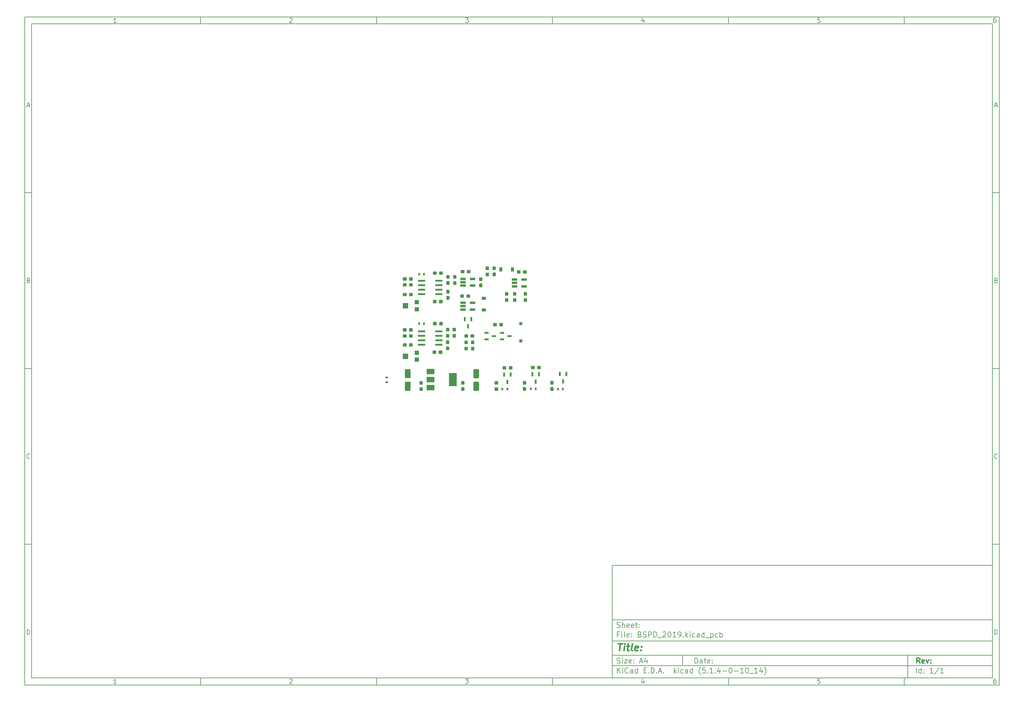
<source format=gbr>
G04 #@! TF.GenerationSoftware,KiCad,Pcbnew,(5.1.4-0-10_14)*
G04 #@! TF.CreationDate,2019-11-07T13:02:38-08:00*
G04 #@! TF.ProjectId,BSPD_2019,42535044-5f32-4303-9139-2e6b69636164,rev?*
G04 #@! TF.SameCoordinates,Original*
G04 #@! TF.FileFunction,Paste,Top*
G04 #@! TF.FilePolarity,Positive*
%FSLAX46Y46*%
G04 Gerber Fmt 4.6, Leading zero omitted, Abs format (unit mm)*
G04 Created by KiCad (PCBNEW (5.1.4-0-10_14)) date 2019-11-07 13:02:38*
%MOMM*%
%LPD*%
G04 APERTURE LIST*
%ADD10C,0.100000*%
%ADD11C,0.150000*%
%ADD12C,0.300000*%
%ADD13C,0.400000*%
%ADD14R,1.560000X0.650000*%
%ADD15R,0.600000X0.800000*%
%ADD16R,1.300000X0.600000*%
%ADD17R,1.200000X0.900000*%
%ADD18R,0.900000X1.200000*%
%ADD19C,0.950000*%
%ADD20R,0.600000X1.300000*%
%ADD21R,0.800000X0.600000*%
%ADD22R,0.950000X0.900000*%
%ADD23C,1.600000*%
%ADD24R,1.500000X1.600000*%
%ADD25R,1.200000X1.200000*%
%ADD26R,2.000000X0.600000*%
%ADD27R,2.200000X1.500000*%
%ADD28R,2.200000X3.800000*%
G04 APERTURE END LIST*
D10*
D11*
X177002200Y-166007200D02*
X177002200Y-198007200D01*
X285002200Y-198007200D01*
X285002200Y-166007200D01*
X177002200Y-166007200D01*
D10*
D11*
X10000000Y-10000000D02*
X10000000Y-200007200D01*
X287002200Y-200007200D01*
X287002200Y-10000000D01*
X10000000Y-10000000D01*
D10*
D11*
X12000000Y-12000000D02*
X12000000Y-198007200D01*
X285002200Y-198007200D01*
X285002200Y-12000000D01*
X12000000Y-12000000D01*
D10*
D11*
X60000000Y-12000000D02*
X60000000Y-10000000D01*
D10*
D11*
X110000000Y-12000000D02*
X110000000Y-10000000D01*
D10*
D11*
X160000000Y-12000000D02*
X160000000Y-10000000D01*
D10*
D11*
X210000000Y-12000000D02*
X210000000Y-10000000D01*
D10*
D11*
X260000000Y-12000000D02*
X260000000Y-10000000D01*
D10*
D11*
X36065476Y-11588095D02*
X35322619Y-11588095D01*
X35694047Y-11588095D02*
X35694047Y-10288095D01*
X35570238Y-10473809D01*
X35446428Y-10597619D01*
X35322619Y-10659523D01*
D10*
D11*
X85322619Y-10411904D02*
X85384523Y-10350000D01*
X85508333Y-10288095D01*
X85817857Y-10288095D01*
X85941666Y-10350000D01*
X86003571Y-10411904D01*
X86065476Y-10535714D01*
X86065476Y-10659523D01*
X86003571Y-10845238D01*
X85260714Y-11588095D01*
X86065476Y-11588095D01*
D10*
D11*
X135260714Y-10288095D02*
X136065476Y-10288095D01*
X135632142Y-10783333D01*
X135817857Y-10783333D01*
X135941666Y-10845238D01*
X136003571Y-10907142D01*
X136065476Y-11030952D01*
X136065476Y-11340476D01*
X136003571Y-11464285D01*
X135941666Y-11526190D01*
X135817857Y-11588095D01*
X135446428Y-11588095D01*
X135322619Y-11526190D01*
X135260714Y-11464285D01*
D10*
D11*
X185941666Y-10721428D02*
X185941666Y-11588095D01*
X185632142Y-10226190D02*
X185322619Y-11154761D01*
X186127380Y-11154761D01*
D10*
D11*
X236003571Y-10288095D02*
X235384523Y-10288095D01*
X235322619Y-10907142D01*
X235384523Y-10845238D01*
X235508333Y-10783333D01*
X235817857Y-10783333D01*
X235941666Y-10845238D01*
X236003571Y-10907142D01*
X236065476Y-11030952D01*
X236065476Y-11340476D01*
X236003571Y-11464285D01*
X235941666Y-11526190D01*
X235817857Y-11588095D01*
X235508333Y-11588095D01*
X235384523Y-11526190D01*
X235322619Y-11464285D01*
D10*
D11*
X285941666Y-10288095D02*
X285694047Y-10288095D01*
X285570238Y-10350000D01*
X285508333Y-10411904D01*
X285384523Y-10597619D01*
X285322619Y-10845238D01*
X285322619Y-11340476D01*
X285384523Y-11464285D01*
X285446428Y-11526190D01*
X285570238Y-11588095D01*
X285817857Y-11588095D01*
X285941666Y-11526190D01*
X286003571Y-11464285D01*
X286065476Y-11340476D01*
X286065476Y-11030952D01*
X286003571Y-10907142D01*
X285941666Y-10845238D01*
X285817857Y-10783333D01*
X285570238Y-10783333D01*
X285446428Y-10845238D01*
X285384523Y-10907142D01*
X285322619Y-11030952D01*
D10*
D11*
X60000000Y-198007200D02*
X60000000Y-200007200D01*
D10*
D11*
X110000000Y-198007200D02*
X110000000Y-200007200D01*
D10*
D11*
X160000000Y-198007200D02*
X160000000Y-200007200D01*
D10*
D11*
X210000000Y-198007200D02*
X210000000Y-200007200D01*
D10*
D11*
X260000000Y-198007200D02*
X260000000Y-200007200D01*
D10*
D11*
X36065476Y-199595295D02*
X35322619Y-199595295D01*
X35694047Y-199595295D02*
X35694047Y-198295295D01*
X35570238Y-198481009D01*
X35446428Y-198604819D01*
X35322619Y-198666723D01*
D10*
D11*
X85322619Y-198419104D02*
X85384523Y-198357200D01*
X85508333Y-198295295D01*
X85817857Y-198295295D01*
X85941666Y-198357200D01*
X86003571Y-198419104D01*
X86065476Y-198542914D01*
X86065476Y-198666723D01*
X86003571Y-198852438D01*
X85260714Y-199595295D01*
X86065476Y-199595295D01*
D10*
D11*
X135260714Y-198295295D02*
X136065476Y-198295295D01*
X135632142Y-198790533D01*
X135817857Y-198790533D01*
X135941666Y-198852438D01*
X136003571Y-198914342D01*
X136065476Y-199038152D01*
X136065476Y-199347676D01*
X136003571Y-199471485D01*
X135941666Y-199533390D01*
X135817857Y-199595295D01*
X135446428Y-199595295D01*
X135322619Y-199533390D01*
X135260714Y-199471485D01*
D10*
D11*
X185941666Y-198728628D02*
X185941666Y-199595295D01*
X185632142Y-198233390D02*
X185322619Y-199161961D01*
X186127380Y-199161961D01*
D10*
D11*
X236003571Y-198295295D02*
X235384523Y-198295295D01*
X235322619Y-198914342D01*
X235384523Y-198852438D01*
X235508333Y-198790533D01*
X235817857Y-198790533D01*
X235941666Y-198852438D01*
X236003571Y-198914342D01*
X236065476Y-199038152D01*
X236065476Y-199347676D01*
X236003571Y-199471485D01*
X235941666Y-199533390D01*
X235817857Y-199595295D01*
X235508333Y-199595295D01*
X235384523Y-199533390D01*
X235322619Y-199471485D01*
D10*
D11*
X285941666Y-198295295D02*
X285694047Y-198295295D01*
X285570238Y-198357200D01*
X285508333Y-198419104D01*
X285384523Y-198604819D01*
X285322619Y-198852438D01*
X285322619Y-199347676D01*
X285384523Y-199471485D01*
X285446428Y-199533390D01*
X285570238Y-199595295D01*
X285817857Y-199595295D01*
X285941666Y-199533390D01*
X286003571Y-199471485D01*
X286065476Y-199347676D01*
X286065476Y-199038152D01*
X286003571Y-198914342D01*
X285941666Y-198852438D01*
X285817857Y-198790533D01*
X285570238Y-198790533D01*
X285446428Y-198852438D01*
X285384523Y-198914342D01*
X285322619Y-199038152D01*
D10*
D11*
X10000000Y-60000000D02*
X12000000Y-60000000D01*
D10*
D11*
X10000000Y-110000000D02*
X12000000Y-110000000D01*
D10*
D11*
X10000000Y-160000000D02*
X12000000Y-160000000D01*
D10*
D11*
X10690476Y-35216666D02*
X11309523Y-35216666D01*
X10566666Y-35588095D02*
X11000000Y-34288095D01*
X11433333Y-35588095D01*
D10*
D11*
X11092857Y-84907142D02*
X11278571Y-84969047D01*
X11340476Y-85030952D01*
X11402380Y-85154761D01*
X11402380Y-85340476D01*
X11340476Y-85464285D01*
X11278571Y-85526190D01*
X11154761Y-85588095D01*
X10659523Y-85588095D01*
X10659523Y-84288095D01*
X11092857Y-84288095D01*
X11216666Y-84350000D01*
X11278571Y-84411904D01*
X11340476Y-84535714D01*
X11340476Y-84659523D01*
X11278571Y-84783333D01*
X11216666Y-84845238D01*
X11092857Y-84907142D01*
X10659523Y-84907142D01*
D10*
D11*
X11402380Y-135464285D02*
X11340476Y-135526190D01*
X11154761Y-135588095D01*
X11030952Y-135588095D01*
X10845238Y-135526190D01*
X10721428Y-135402380D01*
X10659523Y-135278571D01*
X10597619Y-135030952D01*
X10597619Y-134845238D01*
X10659523Y-134597619D01*
X10721428Y-134473809D01*
X10845238Y-134350000D01*
X11030952Y-134288095D01*
X11154761Y-134288095D01*
X11340476Y-134350000D01*
X11402380Y-134411904D01*
D10*
D11*
X10659523Y-185588095D02*
X10659523Y-184288095D01*
X10969047Y-184288095D01*
X11154761Y-184350000D01*
X11278571Y-184473809D01*
X11340476Y-184597619D01*
X11402380Y-184845238D01*
X11402380Y-185030952D01*
X11340476Y-185278571D01*
X11278571Y-185402380D01*
X11154761Y-185526190D01*
X10969047Y-185588095D01*
X10659523Y-185588095D01*
D10*
D11*
X287002200Y-60000000D02*
X285002200Y-60000000D01*
D10*
D11*
X287002200Y-110000000D02*
X285002200Y-110000000D01*
D10*
D11*
X287002200Y-160000000D02*
X285002200Y-160000000D01*
D10*
D11*
X285692676Y-35216666D02*
X286311723Y-35216666D01*
X285568866Y-35588095D02*
X286002200Y-34288095D01*
X286435533Y-35588095D01*
D10*
D11*
X286095057Y-84907142D02*
X286280771Y-84969047D01*
X286342676Y-85030952D01*
X286404580Y-85154761D01*
X286404580Y-85340476D01*
X286342676Y-85464285D01*
X286280771Y-85526190D01*
X286156961Y-85588095D01*
X285661723Y-85588095D01*
X285661723Y-84288095D01*
X286095057Y-84288095D01*
X286218866Y-84350000D01*
X286280771Y-84411904D01*
X286342676Y-84535714D01*
X286342676Y-84659523D01*
X286280771Y-84783333D01*
X286218866Y-84845238D01*
X286095057Y-84907142D01*
X285661723Y-84907142D01*
D10*
D11*
X286404580Y-135464285D02*
X286342676Y-135526190D01*
X286156961Y-135588095D01*
X286033152Y-135588095D01*
X285847438Y-135526190D01*
X285723628Y-135402380D01*
X285661723Y-135278571D01*
X285599819Y-135030952D01*
X285599819Y-134845238D01*
X285661723Y-134597619D01*
X285723628Y-134473809D01*
X285847438Y-134350000D01*
X286033152Y-134288095D01*
X286156961Y-134288095D01*
X286342676Y-134350000D01*
X286404580Y-134411904D01*
D10*
D11*
X285661723Y-185588095D02*
X285661723Y-184288095D01*
X285971247Y-184288095D01*
X286156961Y-184350000D01*
X286280771Y-184473809D01*
X286342676Y-184597619D01*
X286404580Y-184845238D01*
X286404580Y-185030952D01*
X286342676Y-185278571D01*
X286280771Y-185402380D01*
X286156961Y-185526190D01*
X285971247Y-185588095D01*
X285661723Y-185588095D01*
D10*
D11*
X200434342Y-193785771D02*
X200434342Y-192285771D01*
X200791485Y-192285771D01*
X201005771Y-192357200D01*
X201148628Y-192500057D01*
X201220057Y-192642914D01*
X201291485Y-192928628D01*
X201291485Y-193142914D01*
X201220057Y-193428628D01*
X201148628Y-193571485D01*
X201005771Y-193714342D01*
X200791485Y-193785771D01*
X200434342Y-193785771D01*
X202577200Y-193785771D02*
X202577200Y-193000057D01*
X202505771Y-192857200D01*
X202362914Y-192785771D01*
X202077200Y-192785771D01*
X201934342Y-192857200D01*
X202577200Y-193714342D02*
X202434342Y-193785771D01*
X202077200Y-193785771D01*
X201934342Y-193714342D01*
X201862914Y-193571485D01*
X201862914Y-193428628D01*
X201934342Y-193285771D01*
X202077200Y-193214342D01*
X202434342Y-193214342D01*
X202577200Y-193142914D01*
X203077200Y-192785771D02*
X203648628Y-192785771D01*
X203291485Y-192285771D02*
X203291485Y-193571485D01*
X203362914Y-193714342D01*
X203505771Y-193785771D01*
X203648628Y-193785771D01*
X204720057Y-193714342D02*
X204577200Y-193785771D01*
X204291485Y-193785771D01*
X204148628Y-193714342D01*
X204077200Y-193571485D01*
X204077200Y-193000057D01*
X204148628Y-192857200D01*
X204291485Y-192785771D01*
X204577200Y-192785771D01*
X204720057Y-192857200D01*
X204791485Y-193000057D01*
X204791485Y-193142914D01*
X204077200Y-193285771D01*
X205434342Y-193642914D02*
X205505771Y-193714342D01*
X205434342Y-193785771D01*
X205362914Y-193714342D01*
X205434342Y-193642914D01*
X205434342Y-193785771D01*
X205434342Y-192857200D02*
X205505771Y-192928628D01*
X205434342Y-193000057D01*
X205362914Y-192928628D01*
X205434342Y-192857200D01*
X205434342Y-193000057D01*
D10*
D11*
X177002200Y-194507200D02*
X285002200Y-194507200D01*
D10*
D11*
X178434342Y-196585771D02*
X178434342Y-195085771D01*
X179291485Y-196585771D02*
X178648628Y-195728628D01*
X179291485Y-195085771D02*
X178434342Y-195942914D01*
X179934342Y-196585771D02*
X179934342Y-195585771D01*
X179934342Y-195085771D02*
X179862914Y-195157200D01*
X179934342Y-195228628D01*
X180005771Y-195157200D01*
X179934342Y-195085771D01*
X179934342Y-195228628D01*
X181505771Y-196442914D02*
X181434342Y-196514342D01*
X181220057Y-196585771D01*
X181077200Y-196585771D01*
X180862914Y-196514342D01*
X180720057Y-196371485D01*
X180648628Y-196228628D01*
X180577200Y-195942914D01*
X180577200Y-195728628D01*
X180648628Y-195442914D01*
X180720057Y-195300057D01*
X180862914Y-195157200D01*
X181077200Y-195085771D01*
X181220057Y-195085771D01*
X181434342Y-195157200D01*
X181505771Y-195228628D01*
X182791485Y-196585771D02*
X182791485Y-195800057D01*
X182720057Y-195657200D01*
X182577200Y-195585771D01*
X182291485Y-195585771D01*
X182148628Y-195657200D01*
X182791485Y-196514342D02*
X182648628Y-196585771D01*
X182291485Y-196585771D01*
X182148628Y-196514342D01*
X182077200Y-196371485D01*
X182077200Y-196228628D01*
X182148628Y-196085771D01*
X182291485Y-196014342D01*
X182648628Y-196014342D01*
X182791485Y-195942914D01*
X184148628Y-196585771D02*
X184148628Y-195085771D01*
X184148628Y-196514342D02*
X184005771Y-196585771D01*
X183720057Y-196585771D01*
X183577200Y-196514342D01*
X183505771Y-196442914D01*
X183434342Y-196300057D01*
X183434342Y-195871485D01*
X183505771Y-195728628D01*
X183577200Y-195657200D01*
X183720057Y-195585771D01*
X184005771Y-195585771D01*
X184148628Y-195657200D01*
X186005771Y-195800057D02*
X186505771Y-195800057D01*
X186720057Y-196585771D02*
X186005771Y-196585771D01*
X186005771Y-195085771D01*
X186720057Y-195085771D01*
X187362914Y-196442914D02*
X187434342Y-196514342D01*
X187362914Y-196585771D01*
X187291485Y-196514342D01*
X187362914Y-196442914D01*
X187362914Y-196585771D01*
X188077200Y-196585771D02*
X188077200Y-195085771D01*
X188434342Y-195085771D01*
X188648628Y-195157200D01*
X188791485Y-195300057D01*
X188862914Y-195442914D01*
X188934342Y-195728628D01*
X188934342Y-195942914D01*
X188862914Y-196228628D01*
X188791485Y-196371485D01*
X188648628Y-196514342D01*
X188434342Y-196585771D01*
X188077200Y-196585771D01*
X189577200Y-196442914D02*
X189648628Y-196514342D01*
X189577200Y-196585771D01*
X189505771Y-196514342D01*
X189577200Y-196442914D01*
X189577200Y-196585771D01*
X190220057Y-196157200D02*
X190934342Y-196157200D01*
X190077200Y-196585771D02*
X190577200Y-195085771D01*
X191077200Y-196585771D01*
X191577200Y-196442914D02*
X191648628Y-196514342D01*
X191577200Y-196585771D01*
X191505771Y-196514342D01*
X191577200Y-196442914D01*
X191577200Y-196585771D01*
X194577200Y-196585771D02*
X194577200Y-195085771D01*
X194720057Y-196014342D02*
X195148628Y-196585771D01*
X195148628Y-195585771D02*
X194577200Y-196157200D01*
X195791485Y-196585771D02*
X195791485Y-195585771D01*
X195791485Y-195085771D02*
X195720057Y-195157200D01*
X195791485Y-195228628D01*
X195862914Y-195157200D01*
X195791485Y-195085771D01*
X195791485Y-195228628D01*
X197148628Y-196514342D02*
X197005771Y-196585771D01*
X196720057Y-196585771D01*
X196577200Y-196514342D01*
X196505771Y-196442914D01*
X196434342Y-196300057D01*
X196434342Y-195871485D01*
X196505771Y-195728628D01*
X196577200Y-195657200D01*
X196720057Y-195585771D01*
X197005771Y-195585771D01*
X197148628Y-195657200D01*
X198434342Y-196585771D02*
X198434342Y-195800057D01*
X198362914Y-195657200D01*
X198220057Y-195585771D01*
X197934342Y-195585771D01*
X197791485Y-195657200D01*
X198434342Y-196514342D02*
X198291485Y-196585771D01*
X197934342Y-196585771D01*
X197791485Y-196514342D01*
X197720057Y-196371485D01*
X197720057Y-196228628D01*
X197791485Y-196085771D01*
X197934342Y-196014342D01*
X198291485Y-196014342D01*
X198434342Y-195942914D01*
X199791485Y-196585771D02*
X199791485Y-195085771D01*
X199791485Y-196514342D02*
X199648628Y-196585771D01*
X199362914Y-196585771D01*
X199220057Y-196514342D01*
X199148628Y-196442914D01*
X199077200Y-196300057D01*
X199077200Y-195871485D01*
X199148628Y-195728628D01*
X199220057Y-195657200D01*
X199362914Y-195585771D01*
X199648628Y-195585771D01*
X199791485Y-195657200D01*
X202077200Y-197157200D02*
X202005771Y-197085771D01*
X201862914Y-196871485D01*
X201791485Y-196728628D01*
X201720057Y-196514342D01*
X201648628Y-196157200D01*
X201648628Y-195871485D01*
X201720057Y-195514342D01*
X201791485Y-195300057D01*
X201862914Y-195157200D01*
X202005771Y-194942914D01*
X202077200Y-194871485D01*
X203362914Y-195085771D02*
X202648628Y-195085771D01*
X202577200Y-195800057D01*
X202648628Y-195728628D01*
X202791485Y-195657200D01*
X203148628Y-195657200D01*
X203291485Y-195728628D01*
X203362914Y-195800057D01*
X203434342Y-195942914D01*
X203434342Y-196300057D01*
X203362914Y-196442914D01*
X203291485Y-196514342D01*
X203148628Y-196585771D01*
X202791485Y-196585771D01*
X202648628Y-196514342D01*
X202577200Y-196442914D01*
X204077200Y-196442914D02*
X204148628Y-196514342D01*
X204077200Y-196585771D01*
X204005771Y-196514342D01*
X204077200Y-196442914D01*
X204077200Y-196585771D01*
X205577200Y-196585771D02*
X204720057Y-196585771D01*
X205148628Y-196585771D02*
X205148628Y-195085771D01*
X205005771Y-195300057D01*
X204862914Y-195442914D01*
X204720057Y-195514342D01*
X206220057Y-196442914D02*
X206291485Y-196514342D01*
X206220057Y-196585771D01*
X206148628Y-196514342D01*
X206220057Y-196442914D01*
X206220057Y-196585771D01*
X207577200Y-195585771D02*
X207577200Y-196585771D01*
X207220057Y-195014342D02*
X206862914Y-196085771D01*
X207791485Y-196085771D01*
X208362914Y-196014342D02*
X209505771Y-196014342D01*
X210505771Y-195085771D02*
X210648628Y-195085771D01*
X210791485Y-195157200D01*
X210862914Y-195228628D01*
X210934342Y-195371485D01*
X211005771Y-195657200D01*
X211005771Y-196014342D01*
X210934342Y-196300057D01*
X210862914Y-196442914D01*
X210791485Y-196514342D01*
X210648628Y-196585771D01*
X210505771Y-196585771D01*
X210362914Y-196514342D01*
X210291485Y-196442914D01*
X210220057Y-196300057D01*
X210148628Y-196014342D01*
X210148628Y-195657200D01*
X210220057Y-195371485D01*
X210291485Y-195228628D01*
X210362914Y-195157200D01*
X210505771Y-195085771D01*
X211648628Y-196014342D02*
X212791485Y-196014342D01*
X214291485Y-196585771D02*
X213434342Y-196585771D01*
X213862914Y-196585771D02*
X213862914Y-195085771D01*
X213720057Y-195300057D01*
X213577200Y-195442914D01*
X213434342Y-195514342D01*
X215220057Y-195085771D02*
X215362914Y-195085771D01*
X215505771Y-195157200D01*
X215577200Y-195228628D01*
X215648628Y-195371485D01*
X215720057Y-195657200D01*
X215720057Y-196014342D01*
X215648628Y-196300057D01*
X215577200Y-196442914D01*
X215505771Y-196514342D01*
X215362914Y-196585771D01*
X215220057Y-196585771D01*
X215077200Y-196514342D01*
X215005771Y-196442914D01*
X214934342Y-196300057D01*
X214862914Y-196014342D01*
X214862914Y-195657200D01*
X214934342Y-195371485D01*
X215005771Y-195228628D01*
X215077200Y-195157200D01*
X215220057Y-195085771D01*
X216005771Y-196728628D02*
X217148628Y-196728628D01*
X218291485Y-196585771D02*
X217434342Y-196585771D01*
X217862914Y-196585771D02*
X217862914Y-195085771D01*
X217720057Y-195300057D01*
X217577200Y-195442914D01*
X217434342Y-195514342D01*
X219577200Y-195585771D02*
X219577200Y-196585771D01*
X219220057Y-195014342D02*
X218862914Y-196085771D01*
X219791485Y-196085771D01*
X220220057Y-197157200D02*
X220291485Y-197085771D01*
X220434342Y-196871485D01*
X220505771Y-196728628D01*
X220577200Y-196514342D01*
X220648628Y-196157200D01*
X220648628Y-195871485D01*
X220577200Y-195514342D01*
X220505771Y-195300057D01*
X220434342Y-195157200D01*
X220291485Y-194942914D01*
X220220057Y-194871485D01*
D10*
D11*
X177002200Y-191507200D02*
X285002200Y-191507200D01*
D10*
D12*
X264411485Y-193785771D02*
X263911485Y-193071485D01*
X263554342Y-193785771D02*
X263554342Y-192285771D01*
X264125771Y-192285771D01*
X264268628Y-192357200D01*
X264340057Y-192428628D01*
X264411485Y-192571485D01*
X264411485Y-192785771D01*
X264340057Y-192928628D01*
X264268628Y-193000057D01*
X264125771Y-193071485D01*
X263554342Y-193071485D01*
X265625771Y-193714342D02*
X265482914Y-193785771D01*
X265197200Y-193785771D01*
X265054342Y-193714342D01*
X264982914Y-193571485D01*
X264982914Y-193000057D01*
X265054342Y-192857200D01*
X265197200Y-192785771D01*
X265482914Y-192785771D01*
X265625771Y-192857200D01*
X265697200Y-193000057D01*
X265697200Y-193142914D01*
X264982914Y-193285771D01*
X266197200Y-192785771D02*
X266554342Y-193785771D01*
X266911485Y-192785771D01*
X267482914Y-193642914D02*
X267554342Y-193714342D01*
X267482914Y-193785771D01*
X267411485Y-193714342D01*
X267482914Y-193642914D01*
X267482914Y-193785771D01*
X267482914Y-192857200D02*
X267554342Y-192928628D01*
X267482914Y-193000057D01*
X267411485Y-192928628D01*
X267482914Y-192857200D01*
X267482914Y-193000057D01*
D10*
D11*
X178362914Y-193714342D02*
X178577200Y-193785771D01*
X178934342Y-193785771D01*
X179077200Y-193714342D01*
X179148628Y-193642914D01*
X179220057Y-193500057D01*
X179220057Y-193357200D01*
X179148628Y-193214342D01*
X179077200Y-193142914D01*
X178934342Y-193071485D01*
X178648628Y-193000057D01*
X178505771Y-192928628D01*
X178434342Y-192857200D01*
X178362914Y-192714342D01*
X178362914Y-192571485D01*
X178434342Y-192428628D01*
X178505771Y-192357200D01*
X178648628Y-192285771D01*
X179005771Y-192285771D01*
X179220057Y-192357200D01*
X179862914Y-193785771D02*
X179862914Y-192785771D01*
X179862914Y-192285771D02*
X179791485Y-192357200D01*
X179862914Y-192428628D01*
X179934342Y-192357200D01*
X179862914Y-192285771D01*
X179862914Y-192428628D01*
X180434342Y-192785771D02*
X181220057Y-192785771D01*
X180434342Y-193785771D01*
X181220057Y-193785771D01*
X182362914Y-193714342D02*
X182220057Y-193785771D01*
X181934342Y-193785771D01*
X181791485Y-193714342D01*
X181720057Y-193571485D01*
X181720057Y-193000057D01*
X181791485Y-192857200D01*
X181934342Y-192785771D01*
X182220057Y-192785771D01*
X182362914Y-192857200D01*
X182434342Y-193000057D01*
X182434342Y-193142914D01*
X181720057Y-193285771D01*
X183077200Y-193642914D02*
X183148628Y-193714342D01*
X183077200Y-193785771D01*
X183005771Y-193714342D01*
X183077200Y-193642914D01*
X183077200Y-193785771D01*
X183077200Y-192857200D02*
X183148628Y-192928628D01*
X183077200Y-193000057D01*
X183005771Y-192928628D01*
X183077200Y-192857200D01*
X183077200Y-193000057D01*
X184862914Y-193357200D02*
X185577200Y-193357200D01*
X184720057Y-193785771D02*
X185220057Y-192285771D01*
X185720057Y-193785771D01*
X186862914Y-192785771D02*
X186862914Y-193785771D01*
X186505771Y-192214342D02*
X186148628Y-193285771D01*
X187077200Y-193285771D01*
D10*
D11*
X263434342Y-196585771D02*
X263434342Y-195085771D01*
X264791485Y-196585771D02*
X264791485Y-195085771D01*
X264791485Y-196514342D02*
X264648628Y-196585771D01*
X264362914Y-196585771D01*
X264220057Y-196514342D01*
X264148628Y-196442914D01*
X264077200Y-196300057D01*
X264077200Y-195871485D01*
X264148628Y-195728628D01*
X264220057Y-195657200D01*
X264362914Y-195585771D01*
X264648628Y-195585771D01*
X264791485Y-195657200D01*
X265505771Y-196442914D02*
X265577200Y-196514342D01*
X265505771Y-196585771D01*
X265434342Y-196514342D01*
X265505771Y-196442914D01*
X265505771Y-196585771D01*
X265505771Y-195657200D02*
X265577200Y-195728628D01*
X265505771Y-195800057D01*
X265434342Y-195728628D01*
X265505771Y-195657200D01*
X265505771Y-195800057D01*
X268148628Y-196585771D02*
X267291485Y-196585771D01*
X267720057Y-196585771D02*
X267720057Y-195085771D01*
X267577200Y-195300057D01*
X267434342Y-195442914D01*
X267291485Y-195514342D01*
X269862914Y-195014342D02*
X268577200Y-196942914D01*
X271148628Y-196585771D02*
X270291485Y-196585771D01*
X270720057Y-196585771D02*
X270720057Y-195085771D01*
X270577200Y-195300057D01*
X270434342Y-195442914D01*
X270291485Y-195514342D01*
D10*
D11*
X177002200Y-187507200D02*
X285002200Y-187507200D01*
D10*
D13*
X178714580Y-188211961D02*
X179857438Y-188211961D01*
X179036009Y-190211961D02*
X179286009Y-188211961D01*
X180274104Y-190211961D02*
X180440771Y-188878628D01*
X180524104Y-188211961D02*
X180416961Y-188307200D01*
X180500295Y-188402438D01*
X180607438Y-188307200D01*
X180524104Y-188211961D01*
X180500295Y-188402438D01*
X181107438Y-188878628D02*
X181869342Y-188878628D01*
X181476485Y-188211961D02*
X181262200Y-189926247D01*
X181333628Y-190116723D01*
X181512200Y-190211961D01*
X181702676Y-190211961D01*
X182655057Y-190211961D02*
X182476485Y-190116723D01*
X182405057Y-189926247D01*
X182619342Y-188211961D01*
X184190771Y-190116723D02*
X183988390Y-190211961D01*
X183607438Y-190211961D01*
X183428866Y-190116723D01*
X183357438Y-189926247D01*
X183452676Y-189164342D01*
X183571723Y-188973866D01*
X183774104Y-188878628D01*
X184155057Y-188878628D01*
X184333628Y-188973866D01*
X184405057Y-189164342D01*
X184381247Y-189354819D01*
X183405057Y-189545295D01*
X185155057Y-190021485D02*
X185238390Y-190116723D01*
X185131247Y-190211961D01*
X185047914Y-190116723D01*
X185155057Y-190021485D01*
X185131247Y-190211961D01*
X185286009Y-188973866D02*
X185369342Y-189069104D01*
X185262200Y-189164342D01*
X185178866Y-189069104D01*
X185286009Y-188973866D01*
X185262200Y-189164342D01*
D10*
D11*
X178934342Y-185600057D02*
X178434342Y-185600057D01*
X178434342Y-186385771D02*
X178434342Y-184885771D01*
X179148628Y-184885771D01*
X179720057Y-186385771D02*
X179720057Y-185385771D01*
X179720057Y-184885771D02*
X179648628Y-184957200D01*
X179720057Y-185028628D01*
X179791485Y-184957200D01*
X179720057Y-184885771D01*
X179720057Y-185028628D01*
X180648628Y-186385771D02*
X180505771Y-186314342D01*
X180434342Y-186171485D01*
X180434342Y-184885771D01*
X181791485Y-186314342D02*
X181648628Y-186385771D01*
X181362914Y-186385771D01*
X181220057Y-186314342D01*
X181148628Y-186171485D01*
X181148628Y-185600057D01*
X181220057Y-185457200D01*
X181362914Y-185385771D01*
X181648628Y-185385771D01*
X181791485Y-185457200D01*
X181862914Y-185600057D01*
X181862914Y-185742914D01*
X181148628Y-185885771D01*
X182505771Y-186242914D02*
X182577200Y-186314342D01*
X182505771Y-186385771D01*
X182434342Y-186314342D01*
X182505771Y-186242914D01*
X182505771Y-186385771D01*
X182505771Y-185457200D02*
X182577200Y-185528628D01*
X182505771Y-185600057D01*
X182434342Y-185528628D01*
X182505771Y-185457200D01*
X182505771Y-185600057D01*
X184862914Y-185600057D02*
X185077200Y-185671485D01*
X185148628Y-185742914D01*
X185220057Y-185885771D01*
X185220057Y-186100057D01*
X185148628Y-186242914D01*
X185077200Y-186314342D01*
X184934342Y-186385771D01*
X184362914Y-186385771D01*
X184362914Y-184885771D01*
X184862914Y-184885771D01*
X185005771Y-184957200D01*
X185077200Y-185028628D01*
X185148628Y-185171485D01*
X185148628Y-185314342D01*
X185077200Y-185457200D01*
X185005771Y-185528628D01*
X184862914Y-185600057D01*
X184362914Y-185600057D01*
X185791485Y-186314342D02*
X186005771Y-186385771D01*
X186362914Y-186385771D01*
X186505771Y-186314342D01*
X186577200Y-186242914D01*
X186648628Y-186100057D01*
X186648628Y-185957200D01*
X186577200Y-185814342D01*
X186505771Y-185742914D01*
X186362914Y-185671485D01*
X186077200Y-185600057D01*
X185934342Y-185528628D01*
X185862914Y-185457200D01*
X185791485Y-185314342D01*
X185791485Y-185171485D01*
X185862914Y-185028628D01*
X185934342Y-184957200D01*
X186077200Y-184885771D01*
X186434342Y-184885771D01*
X186648628Y-184957200D01*
X187291485Y-186385771D02*
X187291485Y-184885771D01*
X187862914Y-184885771D01*
X188005771Y-184957200D01*
X188077200Y-185028628D01*
X188148628Y-185171485D01*
X188148628Y-185385771D01*
X188077200Y-185528628D01*
X188005771Y-185600057D01*
X187862914Y-185671485D01*
X187291485Y-185671485D01*
X188791485Y-186385771D02*
X188791485Y-184885771D01*
X189148628Y-184885771D01*
X189362914Y-184957200D01*
X189505771Y-185100057D01*
X189577200Y-185242914D01*
X189648628Y-185528628D01*
X189648628Y-185742914D01*
X189577200Y-186028628D01*
X189505771Y-186171485D01*
X189362914Y-186314342D01*
X189148628Y-186385771D01*
X188791485Y-186385771D01*
X189934342Y-186528628D02*
X191077200Y-186528628D01*
X191362914Y-185028628D02*
X191434342Y-184957200D01*
X191577200Y-184885771D01*
X191934342Y-184885771D01*
X192077200Y-184957200D01*
X192148628Y-185028628D01*
X192220057Y-185171485D01*
X192220057Y-185314342D01*
X192148628Y-185528628D01*
X191291485Y-186385771D01*
X192220057Y-186385771D01*
X193148628Y-184885771D02*
X193291485Y-184885771D01*
X193434342Y-184957200D01*
X193505771Y-185028628D01*
X193577200Y-185171485D01*
X193648628Y-185457200D01*
X193648628Y-185814342D01*
X193577200Y-186100057D01*
X193505771Y-186242914D01*
X193434342Y-186314342D01*
X193291485Y-186385771D01*
X193148628Y-186385771D01*
X193005771Y-186314342D01*
X192934342Y-186242914D01*
X192862914Y-186100057D01*
X192791485Y-185814342D01*
X192791485Y-185457200D01*
X192862914Y-185171485D01*
X192934342Y-185028628D01*
X193005771Y-184957200D01*
X193148628Y-184885771D01*
X195077200Y-186385771D02*
X194220057Y-186385771D01*
X194648628Y-186385771D02*
X194648628Y-184885771D01*
X194505771Y-185100057D01*
X194362914Y-185242914D01*
X194220057Y-185314342D01*
X195791485Y-186385771D02*
X196077200Y-186385771D01*
X196220057Y-186314342D01*
X196291485Y-186242914D01*
X196434342Y-186028628D01*
X196505771Y-185742914D01*
X196505771Y-185171485D01*
X196434342Y-185028628D01*
X196362914Y-184957200D01*
X196220057Y-184885771D01*
X195934342Y-184885771D01*
X195791485Y-184957200D01*
X195720057Y-185028628D01*
X195648628Y-185171485D01*
X195648628Y-185528628D01*
X195720057Y-185671485D01*
X195791485Y-185742914D01*
X195934342Y-185814342D01*
X196220057Y-185814342D01*
X196362914Y-185742914D01*
X196434342Y-185671485D01*
X196505771Y-185528628D01*
X197148628Y-186242914D02*
X197220057Y-186314342D01*
X197148628Y-186385771D01*
X197077200Y-186314342D01*
X197148628Y-186242914D01*
X197148628Y-186385771D01*
X197862914Y-186385771D02*
X197862914Y-184885771D01*
X198005771Y-185814342D02*
X198434342Y-186385771D01*
X198434342Y-185385771D02*
X197862914Y-185957200D01*
X199077200Y-186385771D02*
X199077200Y-185385771D01*
X199077200Y-184885771D02*
X199005771Y-184957200D01*
X199077200Y-185028628D01*
X199148628Y-184957200D01*
X199077200Y-184885771D01*
X199077200Y-185028628D01*
X200434342Y-186314342D02*
X200291485Y-186385771D01*
X200005771Y-186385771D01*
X199862914Y-186314342D01*
X199791485Y-186242914D01*
X199720057Y-186100057D01*
X199720057Y-185671485D01*
X199791485Y-185528628D01*
X199862914Y-185457200D01*
X200005771Y-185385771D01*
X200291485Y-185385771D01*
X200434342Y-185457200D01*
X201720057Y-186385771D02*
X201720057Y-185600057D01*
X201648628Y-185457200D01*
X201505771Y-185385771D01*
X201220057Y-185385771D01*
X201077200Y-185457200D01*
X201720057Y-186314342D02*
X201577200Y-186385771D01*
X201220057Y-186385771D01*
X201077200Y-186314342D01*
X201005771Y-186171485D01*
X201005771Y-186028628D01*
X201077200Y-185885771D01*
X201220057Y-185814342D01*
X201577200Y-185814342D01*
X201720057Y-185742914D01*
X203077200Y-186385771D02*
X203077200Y-184885771D01*
X203077200Y-186314342D02*
X202934342Y-186385771D01*
X202648628Y-186385771D01*
X202505771Y-186314342D01*
X202434342Y-186242914D01*
X202362914Y-186100057D01*
X202362914Y-185671485D01*
X202434342Y-185528628D01*
X202505771Y-185457200D01*
X202648628Y-185385771D01*
X202934342Y-185385771D01*
X203077200Y-185457200D01*
X203434342Y-186528628D02*
X204577200Y-186528628D01*
X204934342Y-185385771D02*
X204934342Y-186885771D01*
X204934342Y-185457200D02*
X205077200Y-185385771D01*
X205362914Y-185385771D01*
X205505771Y-185457200D01*
X205577200Y-185528628D01*
X205648628Y-185671485D01*
X205648628Y-186100057D01*
X205577200Y-186242914D01*
X205505771Y-186314342D01*
X205362914Y-186385771D01*
X205077200Y-186385771D01*
X204934342Y-186314342D01*
X206934342Y-186314342D02*
X206791485Y-186385771D01*
X206505771Y-186385771D01*
X206362914Y-186314342D01*
X206291485Y-186242914D01*
X206220057Y-186100057D01*
X206220057Y-185671485D01*
X206291485Y-185528628D01*
X206362914Y-185457200D01*
X206505771Y-185385771D01*
X206791485Y-185385771D01*
X206934342Y-185457200D01*
X207577200Y-186385771D02*
X207577200Y-184885771D01*
X207577200Y-185457200D02*
X207720057Y-185385771D01*
X208005771Y-185385771D01*
X208148628Y-185457200D01*
X208220057Y-185528628D01*
X208291485Y-185671485D01*
X208291485Y-186100057D01*
X208220057Y-186242914D01*
X208148628Y-186314342D01*
X208005771Y-186385771D01*
X207720057Y-186385771D01*
X207577200Y-186314342D01*
D10*
D11*
X177002200Y-181507200D02*
X285002200Y-181507200D01*
D10*
D11*
X178362914Y-183614342D02*
X178577200Y-183685771D01*
X178934342Y-183685771D01*
X179077200Y-183614342D01*
X179148628Y-183542914D01*
X179220057Y-183400057D01*
X179220057Y-183257200D01*
X179148628Y-183114342D01*
X179077200Y-183042914D01*
X178934342Y-182971485D01*
X178648628Y-182900057D01*
X178505771Y-182828628D01*
X178434342Y-182757200D01*
X178362914Y-182614342D01*
X178362914Y-182471485D01*
X178434342Y-182328628D01*
X178505771Y-182257200D01*
X178648628Y-182185771D01*
X179005771Y-182185771D01*
X179220057Y-182257200D01*
X179862914Y-183685771D02*
X179862914Y-182185771D01*
X180505771Y-183685771D02*
X180505771Y-182900057D01*
X180434342Y-182757200D01*
X180291485Y-182685771D01*
X180077200Y-182685771D01*
X179934342Y-182757200D01*
X179862914Y-182828628D01*
X181791485Y-183614342D02*
X181648628Y-183685771D01*
X181362914Y-183685771D01*
X181220057Y-183614342D01*
X181148628Y-183471485D01*
X181148628Y-182900057D01*
X181220057Y-182757200D01*
X181362914Y-182685771D01*
X181648628Y-182685771D01*
X181791485Y-182757200D01*
X181862914Y-182900057D01*
X181862914Y-183042914D01*
X181148628Y-183185771D01*
X183077200Y-183614342D02*
X182934342Y-183685771D01*
X182648628Y-183685771D01*
X182505771Y-183614342D01*
X182434342Y-183471485D01*
X182434342Y-182900057D01*
X182505771Y-182757200D01*
X182648628Y-182685771D01*
X182934342Y-182685771D01*
X183077200Y-182757200D01*
X183148628Y-182900057D01*
X183148628Y-183042914D01*
X182434342Y-183185771D01*
X183577200Y-182685771D02*
X184148628Y-182685771D01*
X183791485Y-182185771D02*
X183791485Y-183471485D01*
X183862914Y-183614342D01*
X184005771Y-183685771D01*
X184148628Y-183685771D01*
X184648628Y-183542914D02*
X184720057Y-183614342D01*
X184648628Y-183685771D01*
X184577200Y-183614342D01*
X184648628Y-183542914D01*
X184648628Y-183685771D01*
X184648628Y-182757200D02*
X184720057Y-182828628D01*
X184648628Y-182900057D01*
X184577200Y-182828628D01*
X184648628Y-182757200D01*
X184648628Y-182900057D01*
D10*
D11*
X197002200Y-191507200D02*
X197002200Y-194507200D01*
D10*
D11*
X261002200Y-191507200D02*
X261002200Y-198007200D01*
D14*
X134540000Y-84521000D03*
X134540000Y-85471000D03*
X134540000Y-86421000D03*
X137240000Y-86421000D03*
X137240000Y-84521000D03*
D15*
X122110500Y-97218500D03*
X123510500Y-97218500D03*
D16*
X141253500Y-99824500D03*
X141253500Y-101724500D03*
X143353500Y-100774500D03*
D17*
X140462000Y-93345000D03*
X140462000Y-90045000D03*
D18*
X145289000Y-81851500D03*
X148589000Y-81851500D03*
D14*
X151933900Y-84711500D03*
X151933900Y-86611500D03*
X149233900Y-86611500D03*
X149233900Y-85661500D03*
X149233900Y-84711500D03*
X137240000Y-91318000D03*
X137240000Y-93218000D03*
X134540000Y-93218000D03*
X134540000Y-92268000D03*
X134540000Y-91318000D03*
D10*
G36*
X160090279Y-115272144D02*
G01*
X160113334Y-115275563D01*
X160135943Y-115281227D01*
X160157887Y-115289079D01*
X160178957Y-115299044D01*
X160198948Y-115311026D01*
X160217668Y-115324910D01*
X160234938Y-115340562D01*
X160250590Y-115357832D01*
X160264474Y-115376552D01*
X160276456Y-115396543D01*
X160286421Y-115417613D01*
X160294273Y-115439557D01*
X160299937Y-115462166D01*
X160303356Y-115485221D01*
X160304500Y-115508500D01*
X160304500Y-116083500D01*
X160303356Y-116106779D01*
X160299937Y-116129834D01*
X160294273Y-116152443D01*
X160286421Y-116174387D01*
X160276456Y-116195457D01*
X160264474Y-116215448D01*
X160250590Y-116234168D01*
X160234938Y-116251438D01*
X160217668Y-116267090D01*
X160198948Y-116280974D01*
X160178957Y-116292956D01*
X160157887Y-116302921D01*
X160135943Y-116310773D01*
X160113334Y-116316437D01*
X160090279Y-116319856D01*
X160067000Y-116321000D01*
X159592000Y-116321000D01*
X159568721Y-116319856D01*
X159545666Y-116316437D01*
X159523057Y-116310773D01*
X159501113Y-116302921D01*
X159480043Y-116292956D01*
X159460052Y-116280974D01*
X159441332Y-116267090D01*
X159424062Y-116251438D01*
X159408410Y-116234168D01*
X159394526Y-116215448D01*
X159382544Y-116195457D01*
X159372579Y-116174387D01*
X159364727Y-116152443D01*
X159359063Y-116129834D01*
X159355644Y-116106779D01*
X159354500Y-116083500D01*
X159354500Y-115508500D01*
X159355644Y-115485221D01*
X159359063Y-115462166D01*
X159364727Y-115439557D01*
X159372579Y-115417613D01*
X159382544Y-115396543D01*
X159394526Y-115376552D01*
X159408410Y-115357832D01*
X159424062Y-115340562D01*
X159441332Y-115324910D01*
X159460052Y-115311026D01*
X159480043Y-115299044D01*
X159501113Y-115289079D01*
X159523057Y-115281227D01*
X159545666Y-115275563D01*
X159568721Y-115272144D01*
X159592000Y-115271000D01*
X160067000Y-115271000D01*
X160090279Y-115272144D01*
X160090279Y-115272144D01*
G37*
D19*
X159829500Y-115796000D03*
D10*
G36*
X160090279Y-113522144D02*
G01*
X160113334Y-113525563D01*
X160135943Y-113531227D01*
X160157887Y-113539079D01*
X160178957Y-113549044D01*
X160198948Y-113561026D01*
X160217668Y-113574910D01*
X160234938Y-113590562D01*
X160250590Y-113607832D01*
X160264474Y-113626552D01*
X160276456Y-113646543D01*
X160286421Y-113667613D01*
X160294273Y-113689557D01*
X160299937Y-113712166D01*
X160303356Y-113735221D01*
X160304500Y-113758500D01*
X160304500Y-114333500D01*
X160303356Y-114356779D01*
X160299937Y-114379834D01*
X160294273Y-114402443D01*
X160286421Y-114424387D01*
X160276456Y-114445457D01*
X160264474Y-114465448D01*
X160250590Y-114484168D01*
X160234938Y-114501438D01*
X160217668Y-114517090D01*
X160198948Y-114530974D01*
X160178957Y-114542956D01*
X160157887Y-114552921D01*
X160135943Y-114560773D01*
X160113334Y-114566437D01*
X160090279Y-114569856D01*
X160067000Y-114571000D01*
X159592000Y-114571000D01*
X159568721Y-114569856D01*
X159545666Y-114566437D01*
X159523057Y-114560773D01*
X159501113Y-114552921D01*
X159480043Y-114542956D01*
X159460052Y-114530974D01*
X159441332Y-114517090D01*
X159424062Y-114501438D01*
X159408410Y-114484168D01*
X159394526Y-114465448D01*
X159382544Y-114445457D01*
X159372579Y-114424387D01*
X159364727Y-114402443D01*
X159359063Y-114379834D01*
X159355644Y-114356779D01*
X159354500Y-114333500D01*
X159354500Y-113758500D01*
X159355644Y-113735221D01*
X159359063Y-113712166D01*
X159364727Y-113689557D01*
X159372579Y-113667613D01*
X159382544Y-113646543D01*
X159394526Y-113626552D01*
X159408410Y-113607832D01*
X159424062Y-113590562D01*
X159441332Y-113574910D01*
X159460052Y-113561026D01*
X159480043Y-113549044D01*
X159501113Y-113539079D01*
X159523057Y-113531227D01*
X159545666Y-113525563D01*
X159568721Y-113522144D01*
X159592000Y-113521000D01*
X160067000Y-113521000D01*
X160090279Y-113522144D01*
X160090279Y-113522144D01*
G37*
D19*
X159829500Y-114046000D03*
D10*
G36*
X132340779Y-98409144D02*
G01*
X132363834Y-98412563D01*
X132386443Y-98418227D01*
X132408387Y-98426079D01*
X132429457Y-98436044D01*
X132449448Y-98448026D01*
X132468168Y-98461910D01*
X132485438Y-98477562D01*
X132501090Y-98494832D01*
X132514974Y-98513552D01*
X132526956Y-98533543D01*
X132536921Y-98554613D01*
X132544773Y-98576557D01*
X132550437Y-98599166D01*
X132553856Y-98622221D01*
X132555000Y-98645500D01*
X132555000Y-99220500D01*
X132553856Y-99243779D01*
X132550437Y-99266834D01*
X132544773Y-99289443D01*
X132536921Y-99311387D01*
X132526956Y-99332457D01*
X132514974Y-99352448D01*
X132501090Y-99371168D01*
X132485438Y-99388438D01*
X132468168Y-99404090D01*
X132449448Y-99417974D01*
X132429457Y-99429956D01*
X132408387Y-99439921D01*
X132386443Y-99447773D01*
X132363834Y-99453437D01*
X132340779Y-99456856D01*
X132317500Y-99458000D01*
X131842500Y-99458000D01*
X131819221Y-99456856D01*
X131796166Y-99453437D01*
X131773557Y-99447773D01*
X131751613Y-99439921D01*
X131730543Y-99429956D01*
X131710552Y-99417974D01*
X131691832Y-99404090D01*
X131674562Y-99388438D01*
X131658910Y-99371168D01*
X131645026Y-99352448D01*
X131633044Y-99332457D01*
X131623079Y-99311387D01*
X131615227Y-99289443D01*
X131609563Y-99266834D01*
X131606144Y-99243779D01*
X131605000Y-99220500D01*
X131605000Y-98645500D01*
X131606144Y-98622221D01*
X131609563Y-98599166D01*
X131615227Y-98576557D01*
X131623079Y-98554613D01*
X131633044Y-98533543D01*
X131645026Y-98513552D01*
X131658910Y-98494832D01*
X131674562Y-98477562D01*
X131691832Y-98461910D01*
X131710552Y-98448026D01*
X131730543Y-98436044D01*
X131751613Y-98426079D01*
X131773557Y-98418227D01*
X131796166Y-98412563D01*
X131819221Y-98409144D01*
X131842500Y-98408000D01*
X132317500Y-98408000D01*
X132340779Y-98409144D01*
X132340779Y-98409144D01*
G37*
D19*
X132080000Y-98933000D03*
D10*
G36*
X132340779Y-100159144D02*
G01*
X132363834Y-100162563D01*
X132386443Y-100168227D01*
X132408387Y-100176079D01*
X132429457Y-100186044D01*
X132449448Y-100198026D01*
X132468168Y-100211910D01*
X132485438Y-100227562D01*
X132501090Y-100244832D01*
X132514974Y-100263552D01*
X132526956Y-100283543D01*
X132536921Y-100304613D01*
X132544773Y-100326557D01*
X132550437Y-100349166D01*
X132553856Y-100372221D01*
X132555000Y-100395500D01*
X132555000Y-100970500D01*
X132553856Y-100993779D01*
X132550437Y-101016834D01*
X132544773Y-101039443D01*
X132536921Y-101061387D01*
X132526956Y-101082457D01*
X132514974Y-101102448D01*
X132501090Y-101121168D01*
X132485438Y-101138438D01*
X132468168Y-101154090D01*
X132449448Y-101167974D01*
X132429457Y-101179956D01*
X132408387Y-101189921D01*
X132386443Y-101197773D01*
X132363834Y-101203437D01*
X132340779Y-101206856D01*
X132317500Y-101208000D01*
X131842500Y-101208000D01*
X131819221Y-101206856D01*
X131796166Y-101203437D01*
X131773557Y-101197773D01*
X131751613Y-101189921D01*
X131730543Y-101179956D01*
X131710552Y-101167974D01*
X131691832Y-101154090D01*
X131674562Y-101138438D01*
X131658910Y-101121168D01*
X131645026Y-101102448D01*
X131633044Y-101082457D01*
X131623079Y-101061387D01*
X131615227Y-101039443D01*
X131609563Y-101016834D01*
X131606144Y-100993779D01*
X131605000Y-100970500D01*
X131605000Y-100395500D01*
X131606144Y-100372221D01*
X131609563Y-100349166D01*
X131615227Y-100326557D01*
X131623079Y-100304613D01*
X131633044Y-100283543D01*
X131645026Y-100263552D01*
X131658910Y-100244832D01*
X131674562Y-100227562D01*
X131691832Y-100211910D01*
X131710552Y-100198026D01*
X131730543Y-100186044D01*
X131751613Y-100176079D01*
X131773557Y-100168227D01*
X131796166Y-100162563D01*
X131819221Y-100159144D01*
X131842500Y-100158000D01*
X132317500Y-100158000D01*
X132340779Y-100159144D01*
X132340779Y-100159144D01*
G37*
D19*
X132080000Y-100683000D03*
D10*
G36*
X132467779Y-83423144D02*
G01*
X132490834Y-83426563D01*
X132513443Y-83432227D01*
X132535387Y-83440079D01*
X132556457Y-83450044D01*
X132576448Y-83462026D01*
X132595168Y-83475910D01*
X132612438Y-83491562D01*
X132628090Y-83508832D01*
X132641974Y-83527552D01*
X132653956Y-83547543D01*
X132663921Y-83568613D01*
X132671773Y-83590557D01*
X132677437Y-83613166D01*
X132680856Y-83636221D01*
X132682000Y-83659500D01*
X132682000Y-84234500D01*
X132680856Y-84257779D01*
X132677437Y-84280834D01*
X132671773Y-84303443D01*
X132663921Y-84325387D01*
X132653956Y-84346457D01*
X132641974Y-84366448D01*
X132628090Y-84385168D01*
X132612438Y-84402438D01*
X132595168Y-84418090D01*
X132576448Y-84431974D01*
X132556457Y-84443956D01*
X132535387Y-84453921D01*
X132513443Y-84461773D01*
X132490834Y-84467437D01*
X132467779Y-84470856D01*
X132444500Y-84472000D01*
X131969500Y-84472000D01*
X131946221Y-84470856D01*
X131923166Y-84467437D01*
X131900557Y-84461773D01*
X131878613Y-84453921D01*
X131857543Y-84443956D01*
X131837552Y-84431974D01*
X131818832Y-84418090D01*
X131801562Y-84402438D01*
X131785910Y-84385168D01*
X131772026Y-84366448D01*
X131760044Y-84346457D01*
X131750079Y-84325387D01*
X131742227Y-84303443D01*
X131736563Y-84280834D01*
X131733144Y-84257779D01*
X131732000Y-84234500D01*
X131732000Y-83659500D01*
X131733144Y-83636221D01*
X131736563Y-83613166D01*
X131742227Y-83590557D01*
X131750079Y-83568613D01*
X131760044Y-83547543D01*
X131772026Y-83527552D01*
X131785910Y-83508832D01*
X131801562Y-83491562D01*
X131818832Y-83475910D01*
X131837552Y-83462026D01*
X131857543Y-83450044D01*
X131878613Y-83440079D01*
X131900557Y-83432227D01*
X131923166Y-83426563D01*
X131946221Y-83423144D01*
X131969500Y-83422000D01*
X132444500Y-83422000D01*
X132467779Y-83423144D01*
X132467779Y-83423144D01*
G37*
D19*
X132207000Y-83947000D03*
D10*
G36*
X132467779Y-85173144D02*
G01*
X132490834Y-85176563D01*
X132513443Y-85182227D01*
X132535387Y-85190079D01*
X132556457Y-85200044D01*
X132576448Y-85212026D01*
X132595168Y-85225910D01*
X132612438Y-85241562D01*
X132628090Y-85258832D01*
X132641974Y-85277552D01*
X132653956Y-85297543D01*
X132663921Y-85318613D01*
X132671773Y-85340557D01*
X132677437Y-85363166D01*
X132680856Y-85386221D01*
X132682000Y-85409500D01*
X132682000Y-85984500D01*
X132680856Y-86007779D01*
X132677437Y-86030834D01*
X132671773Y-86053443D01*
X132663921Y-86075387D01*
X132653956Y-86096457D01*
X132641974Y-86116448D01*
X132628090Y-86135168D01*
X132612438Y-86152438D01*
X132595168Y-86168090D01*
X132576448Y-86181974D01*
X132556457Y-86193956D01*
X132535387Y-86203921D01*
X132513443Y-86211773D01*
X132490834Y-86217437D01*
X132467779Y-86220856D01*
X132444500Y-86222000D01*
X131969500Y-86222000D01*
X131946221Y-86220856D01*
X131923166Y-86217437D01*
X131900557Y-86211773D01*
X131878613Y-86203921D01*
X131857543Y-86193956D01*
X131837552Y-86181974D01*
X131818832Y-86168090D01*
X131801562Y-86152438D01*
X131785910Y-86135168D01*
X131772026Y-86116448D01*
X131760044Y-86096457D01*
X131750079Y-86075387D01*
X131742227Y-86053443D01*
X131736563Y-86030834D01*
X131733144Y-86007779D01*
X131732000Y-85984500D01*
X131732000Y-85409500D01*
X131733144Y-85386221D01*
X131736563Y-85363166D01*
X131742227Y-85340557D01*
X131750079Y-85318613D01*
X131760044Y-85297543D01*
X131772026Y-85277552D01*
X131785910Y-85258832D01*
X131801562Y-85241562D01*
X131818832Y-85225910D01*
X131837552Y-85212026D01*
X131857543Y-85200044D01*
X131878613Y-85190079D01*
X131900557Y-85182227D01*
X131923166Y-85176563D01*
X131946221Y-85173144D01*
X131969500Y-85172000D01*
X132444500Y-85172000D01*
X132467779Y-85173144D01*
X132467779Y-85173144D01*
G37*
D19*
X132207000Y-85697000D03*
D20*
X163954500Y-111535500D03*
X162054500Y-111535500D03*
X163004500Y-113635500D03*
D15*
X122109000Y-83185000D03*
X123509000Y-83185000D03*
D21*
X112852200Y-112513200D03*
X112852200Y-113913200D03*
D10*
G36*
X136377279Y-88934144D02*
G01*
X136400334Y-88937563D01*
X136422943Y-88943227D01*
X136444887Y-88951079D01*
X136465957Y-88961044D01*
X136485948Y-88973026D01*
X136504668Y-88986910D01*
X136521938Y-89002562D01*
X136537590Y-89019832D01*
X136551474Y-89038552D01*
X136563456Y-89058543D01*
X136573421Y-89079613D01*
X136581273Y-89101557D01*
X136586937Y-89124166D01*
X136590356Y-89147221D01*
X136591500Y-89170500D01*
X136591500Y-89645500D01*
X136590356Y-89668779D01*
X136586937Y-89691834D01*
X136581273Y-89714443D01*
X136573421Y-89736387D01*
X136563456Y-89757457D01*
X136551474Y-89777448D01*
X136537590Y-89796168D01*
X136521938Y-89813438D01*
X136504668Y-89829090D01*
X136485948Y-89842974D01*
X136465957Y-89854956D01*
X136444887Y-89864921D01*
X136422943Y-89872773D01*
X136400334Y-89878437D01*
X136377279Y-89881856D01*
X136354000Y-89883000D01*
X135779000Y-89883000D01*
X135755721Y-89881856D01*
X135732666Y-89878437D01*
X135710057Y-89872773D01*
X135688113Y-89864921D01*
X135667043Y-89854956D01*
X135647052Y-89842974D01*
X135628332Y-89829090D01*
X135611062Y-89813438D01*
X135595410Y-89796168D01*
X135581526Y-89777448D01*
X135569544Y-89757457D01*
X135559579Y-89736387D01*
X135551727Y-89714443D01*
X135546063Y-89691834D01*
X135542644Y-89668779D01*
X135541500Y-89645500D01*
X135541500Y-89170500D01*
X135542644Y-89147221D01*
X135546063Y-89124166D01*
X135551727Y-89101557D01*
X135559579Y-89079613D01*
X135569544Y-89058543D01*
X135581526Y-89038552D01*
X135595410Y-89019832D01*
X135611062Y-89002562D01*
X135628332Y-88986910D01*
X135647052Y-88973026D01*
X135667043Y-88961044D01*
X135688113Y-88951079D01*
X135710057Y-88943227D01*
X135732666Y-88937563D01*
X135755721Y-88934144D01*
X135779000Y-88933000D01*
X136354000Y-88933000D01*
X136377279Y-88934144D01*
X136377279Y-88934144D01*
G37*
D19*
X136066500Y-89408000D03*
D10*
G36*
X134627279Y-88934144D02*
G01*
X134650334Y-88937563D01*
X134672943Y-88943227D01*
X134694887Y-88951079D01*
X134715957Y-88961044D01*
X134735948Y-88973026D01*
X134754668Y-88986910D01*
X134771938Y-89002562D01*
X134787590Y-89019832D01*
X134801474Y-89038552D01*
X134813456Y-89058543D01*
X134823421Y-89079613D01*
X134831273Y-89101557D01*
X134836937Y-89124166D01*
X134840356Y-89147221D01*
X134841500Y-89170500D01*
X134841500Y-89645500D01*
X134840356Y-89668779D01*
X134836937Y-89691834D01*
X134831273Y-89714443D01*
X134823421Y-89736387D01*
X134813456Y-89757457D01*
X134801474Y-89777448D01*
X134787590Y-89796168D01*
X134771938Y-89813438D01*
X134754668Y-89829090D01*
X134735948Y-89842974D01*
X134715957Y-89854956D01*
X134694887Y-89864921D01*
X134672943Y-89872773D01*
X134650334Y-89878437D01*
X134627279Y-89881856D01*
X134604000Y-89883000D01*
X134029000Y-89883000D01*
X134005721Y-89881856D01*
X133982666Y-89878437D01*
X133960057Y-89872773D01*
X133938113Y-89864921D01*
X133917043Y-89854956D01*
X133897052Y-89842974D01*
X133878332Y-89829090D01*
X133861062Y-89813438D01*
X133845410Y-89796168D01*
X133831526Y-89777448D01*
X133819544Y-89757457D01*
X133809579Y-89736387D01*
X133801727Y-89714443D01*
X133796063Y-89691834D01*
X133792644Y-89668779D01*
X133791500Y-89645500D01*
X133791500Y-89170500D01*
X133792644Y-89147221D01*
X133796063Y-89124166D01*
X133801727Y-89101557D01*
X133809579Y-89079613D01*
X133819544Y-89058543D01*
X133831526Y-89038552D01*
X133845410Y-89019832D01*
X133861062Y-89002562D01*
X133878332Y-88986910D01*
X133897052Y-88973026D01*
X133917043Y-88961044D01*
X133938113Y-88951079D01*
X133960057Y-88943227D01*
X133982666Y-88937563D01*
X134005721Y-88934144D01*
X134029000Y-88933000D01*
X134604000Y-88933000D01*
X134627279Y-88934144D01*
X134627279Y-88934144D01*
G37*
D19*
X134316500Y-89408000D03*
D22*
X151003000Y-102170000D03*
X151003000Y-97220000D03*
D10*
G36*
X119433804Y-113747104D02*
G01*
X119458073Y-113750704D01*
X119481871Y-113756665D01*
X119504971Y-113764930D01*
X119527149Y-113775420D01*
X119548193Y-113788033D01*
X119567898Y-113802647D01*
X119586077Y-113819123D01*
X119602553Y-113837302D01*
X119617167Y-113857007D01*
X119629780Y-113878051D01*
X119640270Y-113900229D01*
X119648535Y-113923329D01*
X119654496Y-113947127D01*
X119658096Y-113971396D01*
X119659300Y-113995900D01*
X119659300Y-116095900D01*
X119658096Y-116120404D01*
X119654496Y-116144673D01*
X119648535Y-116168471D01*
X119640270Y-116191571D01*
X119629780Y-116213749D01*
X119617167Y-116234793D01*
X119602553Y-116254498D01*
X119586077Y-116272677D01*
X119567898Y-116289153D01*
X119548193Y-116303767D01*
X119527149Y-116316380D01*
X119504971Y-116326870D01*
X119481871Y-116335135D01*
X119458073Y-116341096D01*
X119433804Y-116344696D01*
X119409300Y-116345900D01*
X118309300Y-116345900D01*
X118284796Y-116344696D01*
X118260527Y-116341096D01*
X118236729Y-116335135D01*
X118213629Y-116326870D01*
X118191451Y-116316380D01*
X118170407Y-116303767D01*
X118150702Y-116289153D01*
X118132523Y-116272677D01*
X118116047Y-116254498D01*
X118101433Y-116234793D01*
X118088820Y-116213749D01*
X118078330Y-116191571D01*
X118070065Y-116168471D01*
X118064104Y-116144673D01*
X118060504Y-116120404D01*
X118059300Y-116095900D01*
X118059300Y-113995900D01*
X118060504Y-113971396D01*
X118064104Y-113947127D01*
X118070065Y-113923329D01*
X118078330Y-113900229D01*
X118088820Y-113878051D01*
X118101433Y-113857007D01*
X118116047Y-113837302D01*
X118132523Y-113819123D01*
X118150702Y-113802647D01*
X118170407Y-113788033D01*
X118191451Y-113775420D01*
X118213629Y-113764930D01*
X118236729Y-113756665D01*
X118260527Y-113750704D01*
X118284796Y-113747104D01*
X118309300Y-113745900D01*
X119409300Y-113745900D01*
X119433804Y-113747104D01*
X119433804Y-113747104D01*
G37*
D23*
X118859300Y-115045900D03*
D10*
G36*
X119433804Y-110147104D02*
G01*
X119458073Y-110150704D01*
X119481871Y-110156665D01*
X119504971Y-110164930D01*
X119527149Y-110175420D01*
X119548193Y-110188033D01*
X119567898Y-110202647D01*
X119586077Y-110219123D01*
X119602553Y-110237302D01*
X119617167Y-110257007D01*
X119629780Y-110278051D01*
X119640270Y-110300229D01*
X119648535Y-110323329D01*
X119654496Y-110347127D01*
X119658096Y-110371396D01*
X119659300Y-110395900D01*
X119659300Y-112495900D01*
X119658096Y-112520404D01*
X119654496Y-112544673D01*
X119648535Y-112568471D01*
X119640270Y-112591571D01*
X119629780Y-112613749D01*
X119617167Y-112634793D01*
X119602553Y-112654498D01*
X119586077Y-112672677D01*
X119567898Y-112689153D01*
X119548193Y-112703767D01*
X119527149Y-112716380D01*
X119504971Y-112726870D01*
X119481871Y-112735135D01*
X119458073Y-112741096D01*
X119433804Y-112744696D01*
X119409300Y-112745900D01*
X118309300Y-112745900D01*
X118284796Y-112744696D01*
X118260527Y-112741096D01*
X118236729Y-112735135D01*
X118213629Y-112726870D01*
X118191451Y-112716380D01*
X118170407Y-112703767D01*
X118150702Y-112689153D01*
X118132523Y-112672677D01*
X118116047Y-112654498D01*
X118101433Y-112634793D01*
X118088820Y-112613749D01*
X118078330Y-112591571D01*
X118070065Y-112568471D01*
X118064104Y-112544673D01*
X118060504Y-112520404D01*
X118059300Y-112495900D01*
X118059300Y-110395900D01*
X118060504Y-110371396D01*
X118064104Y-110347127D01*
X118070065Y-110323329D01*
X118078330Y-110300229D01*
X118088820Y-110278051D01*
X118101433Y-110257007D01*
X118116047Y-110237302D01*
X118132523Y-110219123D01*
X118150702Y-110202647D01*
X118170407Y-110188033D01*
X118191451Y-110175420D01*
X118213629Y-110164930D01*
X118236729Y-110156665D01*
X118260527Y-110150704D01*
X118284796Y-110147104D01*
X118309300Y-110145900D01*
X119409300Y-110145900D01*
X119433804Y-110147104D01*
X119433804Y-110147104D01*
G37*
D23*
X118859300Y-111445900D03*
D10*
G36*
X138877504Y-110163204D02*
G01*
X138901773Y-110166804D01*
X138925571Y-110172765D01*
X138948671Y-110181030D01*
X138970849Y-110191520D01*
X138991893Y-110204133D01*
X139011598Y-110218747D01*
X139029777Y-110235223D01*
X139046253Y-110253402D01*
X139060867Y-110273107D01*
X139073480Y-110294151D01*
X139083970Y-110316329D01*
X139092235Y-110339429D01*
X139098196Y-110363227D01*
X139101796Y-110387496D01*
X139103000Y-110412000D01*
X139103000Y-112512000D01*
X139101796Y-112536504D01*
X139098196Y-112560773D01*
X139092235Y-112584571D01*
X139083970Y-112607671D01*
X139073480Y-112629849D01*
X139060867Y-112650893D01*
X139046253Y-112670598D01*
X139029777Y-112688777D01*
X139011598Y-112705253D01*
X138991893Y-112719867D01*
X138970849Y-112732480D01*
X138948671Y-112742970D01*
X138925571Y-112751235D01*
X138901773Y-112757196D01*
X138877504Y-112760796D01*
X138853000Y-112762000D01*
X137753000Y-112762000D01*
X137728496Y-112760796D01*
X137704227Y-112757196D01*
X137680429Y-112751235D01*
X137657329Y-112742970D01*
X137635151Y-112732480D01*
X137614107Y-112719867D01*
X137594402Y-112705253D01*
X137576223Y-112688777D01*
X137559747Y-112670598D01*
X137545133Y-112650893D01*
X137532520Y-112629849D01*
X137522030Y-112607671D01*
X137513765Y-112584571D01*
X137507804Y-112560773D01*
X137504204Y-112536504D01*
X137503000Y-112512000D01*
X137503000Y-110412000D01*
X137504204Y-110387496D01*
X137507804Y-110363227D01*
X137513765Y-110339429D01*
X137522030Y-110316329D01*
X137532520Y-110294151D01*
X137545133Y-110273107D01*
X137559747Y-110253402D01*
X137576223Y-110235223D01*
X137594402Y-110218747D01*
X137614107Y-110204133D01*
X137635151Y-110191520D01*
X137657329Y-110181030D01*
X137680429Y-110172765D01*
X137704227Y-110166804D01*
X137728496Y-110163204D01*
X137753000Y-110162000D01*
X138853000Y-110162000D01*
X138877504Y-110163204D01*
X138877504Y-110163204D01*
G37*
D23*
X138303000Y-111462000D03*
D10*
G36*
X138877504Y-113763204D02*
G01*
X138901773Y-113766804D01*
X138925571Y-113772765D01*
X138948671Y-113781030D01*
X138970849Y-113791520D01*
X138991893Y-113804133D01*
X139011598Y-113818747D01*
X139029777Y-113835223D01*
X139046253Y-113853402D01*
X139060867Y-113873107D01*
X139073480Y-113894151D01*
X139083970Y-113916329D01*
X139092235Y-113939429D01*
X139098196Y-113963227D01*
X139101796Y-113987496D01*
X139103000Y-114012000D01*
X139103000Y-116112000D01*
X139101796Y-116136504D01*
X139098196Y-116160773D01*
X139092235Y-116184571D01*
X139083970Y-116207671D01*
X139073480Y-116229849D01*
X139060867Y-116250893D01*
X139046253Y-116270598D01*
X139029777Y-116288777D01*
X139011598Y-116305253D01*
X138991893Y-116319867D01*
X138970849Y-116332480D01*
X138948671Y-116342970D01*
X138925571Y-116351235D01*
X138901773Y-116357196D01*
X138877504Y-116360796D01*
X138853000Y-116362000D01*
X137753000Y-116362000D01*
X137728496Y-116360796D01*
X137704227Y-116357196D01*
X137680429Y-116351235D01*
X137657329Y-116342970D01*
X137635151Y-116332480D01*
X137614107Y-116319867D01*
X137594402Y-116305253D01*
X137576223Y-116288777D01*
X137559747Y-116270598D01*
X137545133Y-116250893D01*
X137532520Y-116229849D01*
X137522030Y-116207671D01*
X137513765Y-116184571D01*
X137507804Y-116160773D01*
X137504204Y-116136504D01*
X137503000Y-116112000D01*
X137503000Y-114012000D01*
X137504204Y-113987496D01*
X137507804Y-113963227D01*
X137513765Y-113939429D01*
X137522030Y-113916329D01*
X137532520Y-113894151D01*
X137545133Y-113873107D01*
X137559747Y-113853402D01*
X137576223Y-113835223D01*
X137594402Y-113818747D01*
X137614107Y-113804133D01*
X137635151Y-113791520D01*
X137657329Y-113781030D01*
X137680429Y-113772765D01*
X137704227Y-113766804D01*
X137728496Y-113763204D01*
X137753000Y-113762000D01*
X138853000Y-113762000D01*
X138877504Y-113763204D01*
X138877504Y-113763204D01*
G37*
D23*
X138303000Y-115062000D03*
D10*
G36*
X122917379Y-115325544D02*
G01*
X122940434Y-115328963D01*
X122963043Y-115334627D01*
X122984987Y-115342479D01*
X123006057Y-115352444D01*
X123026048Y-115364426D01*
X123044768Y-115378310D01*
X123062038Y-115393962D01*
X123077690Y-115411232D01*
X123091574Y-115429952D01*
X123103556Y-115449943D01*
X123113521Y-115471013D01*
X123121373Y-115492957D01*
X123127037Y-115515566D01*
X123130456Y-115538621D01*
X123131600Y-115561900D01*
X123131600Y-116136900D01*
X123130456Y-116160179D01*
X123127037Y-116183234D01*
X123121373Y-116205843D01*
X123113521Y-116227787D01*
X123103556Y-116248857D01*
X123091574Y-116268848D01*
X123077690Y-116287568D01*
X123062038Y-116304838D01*
X123044768Y-116320490D01*
X123026048Y-116334374D01*
X123006057Y-116346356D01*
X122984987Y-116356321D01*
X122963043Y-116364173D01*
X122940434Y-116369837D01*
X122917379Y-116373256D01*
X122894100Y-116374400D01*
X122419100Y-116374400D01*
X122395821Y-116373256D01*
X122372766Y-116369837D01*
X122350157Y-116364173D01*
X122328213Y-116356321D01*
X122307143Y-116346356D01*
X122287152Y-116334374D01*
X122268432Y-116320490D01*
X122251162Y-116304838D01*
X122235510Y-116287568D01*
X122221626Y-116268848D01*
X122209644Y-116248857D01*
X122199679Y-116227787D01*
X122191827Y-116205843D01*
X122186163Y-116183234D01*
X122182744Y-116160179D01*
X122181600Y-116136900D01*
X122181600Y-115561900D01*
X122182744Y-115538621D01*
X122186163Y-115515566D01*
X122191827Y-115492957D01*
X122199679Y-115471013D01*
X122209644Y-115449943D01*
X122221626Y-115429952D01*
X122235510Y-115411232D01*
X122251162Y-115393962D01*
X122268432Y-115378310D01*
X122287152Y-115364426D01*
X122307143Y-115352444D01*
X122328213Y-115342479D01*
X122350157Y-115334627D01*
X122372766Y-115328963D01*
X122395821Y-115325544D01*
X122419100Y-115324400D01*
X122894100Y-115324400D01*
X122917379Y-115325544D01*
X122917379Y-115325544D01*
G37*
D19*
X122656600Y-115849400D03*
D10*
G36*
X122917379Y-113575544D02*
G01*
X122940434Y-113578963D01*
X122963043Y-113584627D01*
X122984987Y-113592479D01*
X123006057Y-113602444D01*
X123026048Y-113614426D01*
X123044768Y-113628310D01*
X123062038Y-113643962D01*
X123077690Y-113661232D01*
X123091574Y-113679952D01*
X123103556Y-113699943D01*
X123113521Y-113721013D01*
X123121373Y-113742957D01*
X123127037Y-113765566D01*
X123130456Y-113788621D01*
X123131600Y-113811900D01*
X123131600Y-114386900D01*
X123130456Y-114410179D01*
X123127037Y-114433234D01*
X123121373Y-114455843D01*
X123113521Y-114477787D01*
X123103556Y-114498857D01*
X123091574Y-114518848D01*
X123077690Y-114537568D01*
X123062038Y-114554838D01*
X123044768Y-114570490D01*
X123026048Y-114584374D01*
X123006057Y-114596356D01*
X122984987Y-114606321D01*
X122963043Y-114614173D01*
X122940434Y-114619837D01*
X122917379Y-114623256D01*
X122894100Y-114624400D01*
X122419100Y-114624400D01*
X122395821Y-114623256D01*
X122372766Y-114619837D01*
X122350157Y-114614173D01*
X122328213Y-114606321D01*
X122307143Y-114596356D01*
X122287152Y-114584374D01*
X122268432Y-114570490D01*
X122251162Y-114554838D01*
X122235510Y-114537568D01*
X122221626Y-114518848D01*
X122209644Y-114498857D01*
X122199679Y-114477787D01*
X122191827Y-114455843D01*
X122186163Y-114433234D01*
X122182744Y-114410179D01*
X122181600Y-114386900D01*
X122181600Y-113811900D01*
X122182744Y-113788621D01*
X122186163Y-113765566D01*
X122191827Y-113742957D01*
X122199679Y-113721013D01*
X122209644Y-113699943D01*
X122221626Y-113679952D01*
X122235510Y-113661232D01*
X122251162Y-113643962D01*
X122268432Y-113628310D01*
X122287152Y-113614426D01*
X122307143Y-113602444D01*
X122328213Y-113592479D01*
X122350157Y-113584627D01*
X122372766Y-113578963D01*
X122395821Y-113575544D01*
X122419100Y-113574400D01*
X122894100Y-113574400D01*
X122917379Y-113575544D01*
X122917379Y-113575544D01*
G37*
D19*
X122656600Y-114099400D03*
D10*
G36*
X126878979Y-82380944D02*
G01*
X126902034Y-82384363D01*
X126924643Y-82390027D01*
X126946587Y-82397879D01*
X126967657Y-82407844D01*
X126987648Y-82419826D01*
X127006368Y-82433710D01*
X127023638Y-82449362D01*
X127039290Y-82466632D01*
X127053174Y-82485352D01*
X127065156Y-82505343D01*
X127075121Y-82526413D01*
X127082973Y-82548357D01*
X127088637Y-82570966D01*
X127092056Y-82594021D01*
X127093200Y-82617300D01*
X127093200Y-83092300D01*
X127092056Y-83115579D01*
X127088637Y-83138634D01*
X127082973Y-83161243D01*
X127075121Y-83183187D01*
X127065156Y-83204257D01*
X127053174Y-83224248D01*
X127039290Y-83242968D01*
X127023638Y-83260238D01*
X127006368Y-83275890D01*
X126987648Y-83289774D01*
X126967657Y-83301756D01*
X126946587Y-83311721D01*
X126924643Y-83319573D01*
X126902034Y-83325237D01*
X126878979Y-83328656D01*
X126855700Y-83329800D01*
X126280700Y-83329800D01*
X126257421Y-83328656D01*
X126234366Y-83325237D01*
X126211757Y-83319573D01*
X126189813Y-83311721D01*
X126168743Y-83301756D01*
X126148752Y-83289774D01*
X126130032Y-83275890D01*
X126112762Y-83260238D01*
X126097110Y-83242968D01*
X126083226Y-83224248D01*
X126071244Y-83204257D01*
X126061279Y-83183187D01*
X126053427Y-83161243D01*
X126047763Y-83138634D01*
X126044344Y-83115579D01*
X126043200Y-83092300D01*
X126043200Y-82617300D01*
X126044344Y-82594021D01*
X126047763Y-82570966D01*
X126053427Y-82548357D01*
X126061279Y-82526413D01*
X126071244Y-82505343D01*
X126083226Y-82485352D01*
X126097110Y-82466632D01*
X126112762Y-82449362D01*
X126130032Y-82433710D01*
X126148752Y-82419826D01*
X126168743Y-82407844D01*
X126189813Y-82397879D01*
X126211757Y-82390027D01*
X126234366Y-82384363D01*
X126257421Y-82380944D01*
X126280700Y-82379800D01*
X126855700Y-82379800D01*
X126878979Y-82380944D01*
X126878979Y-82380944D01*
G37*
D19*
X126568200Y-82854800D03*
D10*
G36*
X128628979Y-82380944D02*
G01*
X128652034Y-82384363D01*
X128674643Y-82390027D01*
X128696587Y-82397879D01*
X128717657Y-82407844D01*
X128737648Y-82419826D01*
X128756368Y-82433710D01*
X128773638Y-82449362D01*
X128789290Y-82466632D01*
X128803174Y-82485352D01*
X128815156Y-82505343D01*
X128825121Y-82526413D01*
X128832973Y-82548357D01*
X128838637Y-82570966D01*
X128842056Y-82594021D01*
X128843200Y-82617300D01*
X128843200Y-83092300D01*
X128842056Y-83115579D01*
X128838637Y-83138634D01*
X128832973Y-83161243D01*
X128825121Y-83183187D01*
X128815156Y-83204257D01*
X128803174Y-83224248D01*
X128789290Y-83242968D01*
X128773638Y-83260238D01*
X128756368Y-83275890D01*
X128737648Y-83289774D01*
X128717657Y-83301756D01*
X128696587Y-83311721D01*
X128674643Y-83319573D01*
X128652034Y-83325237D01*
X128628979Y-83328656D01*
X128605700Y-83329800D01*
X128030700Y-83329800D01*
X128007421Y-83328656D01*
X127984366Y-83325237D01*
X127961757Y-83319573D01*
X127939813Y-83311721D01*
X127918743Y-83301756D01*
X127898752Y-83289774D01*
X127880032Y-83275890D01*
X127862762Y-83260238D01*
X127847110Y-83242968D01*
X127833226Y-83224248D01*
X127821244Y-83204257D01*
X127811279Y-83183187D01*
X127803427Y-83161243D01*
X127797763Y-83138634D01*
X127794344Y-83115579D01*
X127793200Y-83092300D01*
X127793200Y-82617300D01*
X127794344Y-82594021D01*
X127797763Y-82570966D01*
X127803427Y-82548357D01*
X127811279Y-82526413D01*
X127821244Y-82505343D01*
X127833226Y-82485352D01*
X127847110Y-82466632D01*
X127862762Y-82449362D01*
X127880032Y-82433710D01*
X127898752Y-82419826D01*
X127918743Y-82407844D01*
X127939813Y-82397879D01*
X127961757Y-82390027D01*
X127984366Y-82384363D01*
X128007421Y-82380944D01*
X128030700Y-82379800D01*
X128605700Y-82379800D01*
X128628979Y-82380944D01*
X128628979Y-82380944D01*
G37*
D19*
X128318200Y-82854800D03*
D10*
G36*
X128628979Y-96757344D02*
G01*
X128652034Y-96760763D01*
X128674643Y-96766427D01*
X128696587Y-96774279D01*
X128717657Y-96784244D01*
X128737648Y-96796226D01*
X128756368Y-96810110D01*
X128773638Y-96825762D01*
X128789290Y-96843032D01*
X128803174Y-96861752D01*
X128815156Y-96881743D01*
X128825121Y-96902813D01*
X128832973Y-96924757D01*
X128838637Y-96947366D01*
X128842056Y-96970421D01*
X128843200Y-96993700D01*
X128843200Y-97468700D01*
X128842056Y-97491979D01*
X128838637Y-97515034D01*
X128832973Y-97537643D01*
X128825121Y-97559587D01*
X128815156Y-97580657D01*
X128803174Y-97600648D01*
X128789290Y-97619368D01*
X128773638Y-97636638D01*
X128756368Y-97652290D01*
X128737648Y-97666174D01*
X128717657Y-97678156D01*
X128696587Y-97688121D01*
X128674643Y-97695973D01*
X128652034Y-97701637D01*
X128628979Y-97705056D01*
X128605700Y-97706200D01*
X128030700Y-97706200D01*
X128007421Y-97705056D01*
X127984366Y-97701637D01*
X127961757Y-97695973D01*
X127939813Y-97688121D01*
X127918743Y-97678156D01*
X127898752Y-97666174D01*
X127880032Y-97652290D01*
X127862762Y-97636638D01*
X127847110Y-97619368D01*
X127833226Y-97600648D01*
X127821244Y-97580657D01*
X127811279Y-97559587D01*
X127803427Y-97537643D01*
X127797763Y-97515034D01*
X127794344Y-97491979D01*
X127793200Y-97468700D01*
X127793200Y-96993700D01*
X127794344Y-96970421D01*
X127797763Y-96947366D01*
X127803427Y-96924757D01*
X127811279Y-96902813D01*
X127821244Y-96881743D01*
X127833226Y-96861752D01*
X127847110Y-96843032D01*
X127862762Y-96825762D01*
X127880032Y-96810110D01*
X127898752Y-96796226D01*
X127918743Y-96784244D01*
X127939813Y-96774279D01*
X127961757Y-96766427D01*
X127984366Y-96760763D01*
X128007421Y-96757344D01*
X128030700Y-96756200D01*
X128605700Y-96756200D01*
X128628979Y-96757344D01*
X128628979Y-96757344D01*
G37*
D19*
X128318200Y-97231200D03*
D10*
G36*
X126878979Y-96757344D02*
G01*
X126902034Y-96760763D01*
X126924643Y-96766427D01*
X126946587Y-96774279D01*
X126967657Y-96784244D01*
X126987648Y-96796226D01*
X127006368Y-96810110D01*
X127023638Y-96825762D01*
X127039290Y-96843032D01*
X127053174Y-96861752D01*
X127065156Y-96881743D01*
X127075121Y-96902813D01*
X127082973Y-96924757D01*
X127088637Y-96947366D01*
X127092056Y-96970421D01*
X127093200Y-96993700D01*
X127093200Y-97468700D01*
X127092056Y-97491979D01*
X127088637Y-97515034D01*
X127082973Y-97537643D01*
X127075121Y-97559587D01*
X127065156Y-97580657D01*
X127053174Y-97600648D01*
X127039290Y-97619368D01*
X127023638Y-97636638D01*
X127006368Y-97652290D01*
X126987648Y-97666174D01*
X126967657Y-97678156D01*
X126946587Y-97688121D01*
X126924643Y-97695973D01*
X126902034Y-97701637D01*
X126878979Y-97705056D01*
X126855700Y-97706200D01*
X126280700Y-97706200D01*
X126257421Y-97705056D01*
X126234366Y-97701637D01*
X126211757Y-97695973D01*
X126189813Y-97688121D01*
X126168743Y-97678156D01*
X126148752Y-97666174D01*
X126130032Y-97652290D01*
X126112762Y-97636638D01*
X126097110Y-97619368D01*
X126083226Y-97600648D01*
X126071244Y-97580657D01*
X126061279Y-97559587D01*
X126053427Y-97537643D01*
X126047763Y-97515034D01*
X126044344Y-97491979D01*
X126043200Y-97468700D01*
X126043200Y-96993700D01*
X126044344Y-96970421D01*
X126047763Y-96947366D01*
X126053427Y-96924757D01*
X126061279Y-96902813D01*
X126071244Y-96881743D01*
X126083226Y-96861752D01*
X126097110Y-96843032D01*
X126112762Y-96825762D01*
X126130032Y-96810110D01*
X126148752Y-96796226D01*
X126168743Y-96784244D01*
X126189813Y-96774279D01*
X126211757Y-96766427D01*
X126234366Y-96760763D01*
X126257421Y-96757344D01*
X126280700Y-96756200D01*
X126855700Y-96756200D01*
X126878979Y-96757344D01*
X126878979Y-96757344D01*
G37*
D19*
X126568200Y-97231200D03*
D10*
G36*
X134753779Y-113547544D02*
G01*
X134776834Y-113550963D01*
X134799443Y-113556627D01*
X134821387Y-113564479D01*
X134842457Y-113574444D01*
X134862448Y-113586426D01*
X134881168Y-113600310D01*
X134898438Y-113615962D01*
X134914090Y-113633232D01*
X134927974Y-113651952D01*
X134939956Y-113671943D01*
X134949921Y-113693013D01*
X134957773Y-113714957D01*
X134963437Y-113737566D01*
X134966856Y-113760621D01*
X134968000Y-113783900D01*
X134968000Y-114358900D01*
X134966856Y-114382179D01*
X134963437Y-114405234D01*
X134957773Y-114427843D01*
X134949921Y-114449787D01*
X134939956Y-114470857D01*
X134927974Y-114490848D01*
X134914090Y-114509568D01*
X134898438Y-114526838D01*
X134881168Y-114542490D01*
X134862448Y-114556374D01*
X134842457Y-114568356D01*
X134821387Y-114578321D01*
X134799443Y-114586173D01*
X134776834Y-114591837D01*
X134753779Y-114595256D01*
X134730500Y-114596400D01*
X134255500Y-114596400D01*
X134232221Y-114595256D01*
X134209166Y-114591837D01*
X134186557Y-114586173D01*
X134164613Y-114578321D01*
X134143543Y-114568356D01*
X134123552Y-114556374D01*
X134104832Y-114542490D01*
X134087562Y-114526838D01*
X134071910Y-114509568D01*
X134058026Y-114490848D01*
X134046044Y-114470857D01*
X134036079Y-114449787D01*
X134028227Y-114427843D01*
X134022563Y-114405234D01*
X134019144Y-114382179D01*
X134018000Y-114358900D01*
X134018000Y-113783900D01*
X134019144Y-113760621D01*
X134022563Y-113737566D01*
X134028227Y-113714957D01*
X134036079Y-113693013D01*
X134046044Y-113671943D01*
X134058026Y-113651952D01*
X134071910Y-113633232D01*
X134087562Y-113615962D01*
X134104832Y-113600310D01*
X134123552Y-113586426D01*
X134143543Y-113574444D01*
X134164613Y-113564479D01*
X134186557Y-113556627D01*
X134209166Y-113550963D01*
X134232221Y-113547544D01*
X134255500Y-113546400D01*
X134730500Y-113546400D01*
X134753779Y-113547544D01*
X134753779Y-113547544D01*
G37*
D19*
X134493000Y-114071400D03*
D10*
G36*
X134753779Y-115297544D02*
G01*
X134776834Y-115300963D01*
X134799443Y-115306627D01*
X134821387Y-115314479D01*
X134842457Y-115324444D01*
X134862448Y-115336426D01*
X134881168Y-115350310D01*
X134898438Y-115365962D01*
X134914090Y-115383232D01*
X134927974Y-115401952D01*
X134939956Y-115421943D01*
X134949921Y-115443013D01*
X134957773Y-115464957D01*
X134963437Y-115487566D01*
X134966856Y-115510621D01*
X134968000Y-115533900D01*
X134968000Y-116108900D01*
X134966856Y-116132179D01*
X134963437Y-116155234D01*
X134957773Y-116177843D01*
X134949921Y-116199787D01*
X134939956Y-116220857D01*
X134927974Y-116240848D01*
X134914090Y-116259568D01*
X134898438Y-116276838D01*
X134881168Y-116292490D01*
X134862448Y-116306374D01*
X134842457Y-116318356D01*
X134821387Y-116328321D01*
X134799443Y-116336173D01*
X134776834Y-116341837D01*
X134753779Y-116345256D01*
X134730500Y-116346400D01*
X134255500Y-116346400D01*
X134232221Y-116345256D01*
X134209166Y-116341837D01*
X134186557Y-116336173D01*
X134164613Y-116328321D01*
X134143543Y-116318356D01*
X134123552Y-116306374D01*
X134104832Y-116292490D01*
X134087562Y-116276838D01*
X134071910Y-116259568D01*
X134058026Y-116240848D01*
X134046044Y-116220857D01*
X134036079Y-116199787D01*
X134028227Y-116177843D01*
X134022563Y-116155234D01*
X134019144Y-116132179D01*
X134018000Y-116108900D01*
X134018000Y-115533900D01*
X134019144Y-115510621D01*
X134022563Y-115487566D01*
X134028227Y-115464957D01*
X134036079Y-115443013D01*
X134046044Y-115421943D01*
X134058026Y-115401952D01*
X134071910Y-115383232D01*
X134087562Y-115365962D01*
X134104832Y-115350310D01*
X134123552Y-115336426D01*
X134143543Y-115324444D01*
X134164613Y-115314479D01*
X134186557Y-115306627D01*
X134209166Y-115300963D01*
X134232221Y-115297544D01*
X134255500Y-115296400D01*
X134730500Y-115296400D01*
X134753779Y-115297544D01*
X134753779Y-115297544D01*
G37*
D19*
X134493000Y-115821400D03*
D10*
G36*
X147199779Y-88249144D02*
G01*
X147222834Y-88252563D01*
X147245443Y-88258227D01*
X147267387Y-88266079D01*
X147288457Y-88276044D01*
X147308448Y-88288026D01*
X147327168Y-88301910D01*
X147344438Y-88317562D01*
X147360090Y-88334832D01*
X147373974Y-88353552D01*
X147385956Y-88373543D01*
X147395921Y-88394613D01*
X147403773Y-88416557D01*
X147409437Y-88439166D01*
X147412856Y-88462221D01*
X147414000Y-88485500D01*
X147414000Y-89060500D01*
X147412856Y-89083779D01*
X147409437Y-89106834D01*
X147403773Y-89129443D01*
X147395921Y-89151387D01*
X147385956Y-89172457D01*
X147373974Y-89192448D01*
X147360090Y-89211168D01*
X147344438Y-89228438D01*
X147327168Y-89244090D01*
X147308448Y-89257974D01*
X147288457Y-89269956D01*
X147267387Y-89279921D01*
X147245443Y-89287773D01*
X147222834Y-89293437D01*
X147199779Y-89296856D01*
X147176500Y-89298000D01*
X146701500Y-89298000D01*
X146678221Y-89296856D01*
X146655166Y-89293437D01*
X146632557Y-89287773D01*
X146610613Y-89279921D01*
X146589543Y-89269956D01*
X146569552Y-89257974D01*
X146550832Y-89244090D01*
X146533562Y-89228438D01*
X146517910Y-89211168D01*
X146504026Y-89192448D01*
X146492044Y-89172457D01*
X146482079Y-89151387D01*
X146474227Y-89129443D01*
X146468563Y-89106834D01*
X146465144Y-89083779D01*
X146464000Y-89060500D01*
X146464000Y-88485500D01*
X146465144Y-88462221D01*
X146468563Y-88439166D01*
X146474227Y-88416557D01*
X146482079Y-88394613D01*
X146492044Y-88373543D01*
X146504026Y-88353552D01*
X146517910Y-88334832D01*
X146533562Y-88317562D01*
X146550832Y-88301910D01*
X146569552Y-88288026D01*
X146589543Y-88276044D01*
X146610613Y-88266079D01*
X146632557Y-88258227D01*
X146655166Y-88252563D01*
X146678221Y-88249144D01*
X146701500Y-88248000D01*
X147176500Y-88248000D01*
X147199779Y-88249144D01*
X147199779Y-88249144D01*
G37*
D19*
X146939000Y-88773000D03*
D10*
G36*
X147199779Y-89999144D02*
G01*
X147222834Y-90002563D01*
X147245443Y-90008227D01*
X147267387Y-90016079D01*
X147288457Y-90026044D01*
X147308448Y-90038026D01*
X147327168Y-90051910D01*
X147344438Y-90067562D01*
X147360090Y-90084832D01*
X147373974Y-90103552D01*
X147385956Y-90123543D01*
X147395921Y-90144613D01*
X147403773Y-90166557D01*
X147409437Y-90189166D01*
X147412856Y-90212221D01*
X147414000Y-90235500D01*
X147414000Y-90810500D01*
X147412856Y-90833779D01*
X147409437Y-90856834D01*
X147403773Y-90879443D01*
X147395921Y-90901387D01*
X147385956Y-90922457D01*
X147373974Y-90942448D01*
X147360090Y-90961168D01*
X147344438Y-90978438D01*
X147327168Y-90994090D01*
X147308448Y-91007974D01*
X147288457Y-91019956D01*
X147267387Y-91029921D01*
X147245443Y-91037773D01*
X147222834Y-91043437D01*
X147199779Y-91046856D01*
X147176500Y-91048000D01*
X146701500Y-91048000D01*
X146678221Y-91046856D01*
X146655166Y-91043437D01*
X146632557Y-91037773D01*
X146610613Y-91029921D01*
X146589543Y-91019956D01*
X146569552Y-91007974D01*
X146550832Y-90994090D01*
X146533562Y-90978438D01*
X146517910Y-90961168D01*
X146504026Y-90942448D01*
X146492044Y-90922457D01*
X146482079Y-90901387D01*
X146474227Y-90879443D01*
X146468563Y-90856834D01*
X146465144Y-90833779D01*
X146464000Y-90810500D01*
X146464000Y-90235500D01*
X146465144Y-90212221D01*
X146468563Y-90189166D01*
X146474227Y-90166557D01*
X146482079Y-90144613D01*
X146492044Y-90123543D01*
X146504026Y-90103552D01*
X146517910Y-90084832D01*
X146533562Y-90067562D01*
X146550832Y-90051910D01*
X146569552Y-90038026D01*
X146589543Y-90026044D01*
X146610613Y-90016079D01*
X146632557Y-90008227D01*
X146655166Y-90002563D01*
X146678221Y-89999144D01*
X146701500Y-89998000D01*
X147176500Y-89998000D01*
X147199779Y-89999144D01*
X147199779Y-89999144D01*
G37*
D19*
X146939000Y-90523000D03*
D10*
G36*
X143707279Y-80946644D02*
G01*
X143730334Y-80950063D01*
X143752943Y-80955727D01*
X143774887Y-80963579D01*
X143795957Y-80973544D01*
X143815948Y-80985526D01*
X143834668Y-80999410D01*
X143851938Y-81015062D01*
X143867590Y-81032332D01*
X143881474Y-81051052D01*
X143893456Y-81071043D01*
X143903421Y-81092113D01*
X143911273Y-81114057D01*
X143916937Y-81136666D01*
X143920356Y-81159721D01*
X143921500Y-81183000D01*
X143921500Y-81758000D01*
X143920356Y-81781279D01*
X143916937Y-81804334D01*
X143911273Y-81826943D01*
X143903421Y-81848887D01*
X143893456Y-81869957D01*
X143881474Y-81889948D01*
X143867590Y-81908668D01*
X143851938Y-81925938D01*
X143834668Y-81941590D01*
X143815948Y-81955474D01*
X143795957Y-81967456D01*
X143774887Y-81977421D01*
X143752943Y-81985273D01*
X143730334Y-81990937D01*
X143707279Y-81994356D01*
X143684000Y-81995500D01*
X143209000Y-81995500D01*
X143185721Y-81994356D01*
X143162666Y-81990937D01*
X143140057Y-81985273D01*
X143118113Y-81977421D01*
X143097043Y-81967456D01*
X143077052Y-81955474D01*
X143058332Y-81941590D01*
X143041062Y-81925938D01*
X143025410Y-81908668D01*
X143011526Y-81889948D01*
X142999544Y-81869957D01*
X142989579Y-81848887D01*
X142981727Y-81826943D01*
X142976063Y-81804334D01*
X142972644Y-81781279D01*
X142971500Y-81758000D01*
X142971500Y-81183000D01*
X142972644Y-81159721D01*
X142976063Y-81136666D01*
X142981727Y-81114057D01*
X142989579Y-81092113D01*
X142999544Y-81071043D01*
X143011526Y-81051052D01*
X143025410Y-81032332D01*
X143041062Y-81015062D01*
X143058332Y-80999410D01*
X143077052Y-80985526D01*
X143097043Y-80973544D01*
X143118113Y-80963579D01*
X143140057Y-80955727D01*
X143162666Y-80950063D01*
X143185721Y-80946644D01*
X143209000Y-80945500D01*
X143684000Y-80945500D01*
X143707279Y-80946644D01*
X143707279Y-80946644D01*
G37*
D19*
X143446500Y-81470500D03*
D10*
G36*
X143707279Y-82696644D02*
G01*
X143730334Y-82700063D01*
X143752943Y-82705727D01*
X143774887Y-82713579D01*
X143795957Y-82723544D01*
X143815948Y-82735526D01*
X143834668Y-82749410D01*
X143851938Y-82765062D01*
X143867590Y-82782332D01*
X143881474Y-82801052D01*
X143893456Y-82821043D01*
X143903421Y-82842113D01*
X143911273Y-82864057D01*
X143916937Y-82886666D01*
X143920356Y-82909721D01*
X143921500Y-82933000D01*
X143921500Y-83508000D01*
X143920356Y-83531279D01*
X143916937Y-83554334D01*
X143911273Y-83576943D01*
X143903421Y-83598887D01*
X143893456Y-83619957D01*
X143881474Y-83639948D01*
X143867590Y-83658668D01*
X143851938Y-83675938D01*
X143834668Y-83691590D01*
X143815948Y-83705474D01*
X143795957Y-83717456D01*
X143774887Y-83727421D01*
X143752943Y-83735273D01*
X143730334Y-83740937D01*
X143707279Y-83744356D01*
X143684000Y-83745500D01*
X143209000Y-83745500D01*
X143185721Y-83744356D01*
X143162666Y-83740937D01*
X143140057Y-83735273D01*
X143118113Y-83727421D01*
X143097043Y-83717456D01*
X143077052Y-83705474D01*
X143058332Y-83691590D01*
X143041062Y-83675938D01*
X143025410Y-83658668D01*
X143011526Y-83639948D01*
X142999544Y-83619957D01*
X142989579Y-83598887D01*
X142981727Y-83576943D01*
X142976063Y-83554334D01*
X142972644Y-83531279D01*
X142971500Y-83508000D01*
X142971500Y-82933000D01*
X142972644Y-82909721D01*
X142976063Y-82886666D01*
X142981727Y-82864057D01*
X142989579Y-82842113D01*
X142999544Y-82821043D01*
X143011526Y-82801052D01*
X143025410Y-82782332D01*
X143041062Y-82765062D01*
X143058332Y-82749410D01*
X143077052Y-82735526D01*
X143097043Y-82723544D01*
X143118113Y-82713579D01*
X143140057Y-82705727D01*
X143162666Y-82700063D01*
X143185721Y-82696644D01*
X143209000Y-82695500D01*
X143684000Y-82695500D01*
X143707279Y-82696644D01*
X143707279Y-82696644D01*
G37*
D19*
X143446500Y-83220500D03*
D10*
G36*
X135693579Y-103792644D02*
G01*
X135716634Y-103796063D01*
X135739243Y-103801727D01*
X135761187Y-103809579D01*
X135782257Y-103819544D01*
X135802248Y-103831526D01*
X135820968Y-103845410D01*
X135838238Y-103861062D01*
X135853890Y-103878332D01*
X135867774Y-103897052D01*
X135879756Y-103917043D01*
X135889721Y-103938113D01*
X135897573Y-103960057D01*
X135903237Y-103982666D01*
X135906656Y-104005721D01*
X135907800Y-104029000D01*
X135907800Y-104604000D01*
X135906656Y-104627279D01*
X135903237Y-104650334D01*
X135897573Y-104672943D01*
X135889721Y-104694887D01*
X135879756Y-104715957D01*
X135867774Y-104735948D01*
X135853890Y-104754668D01*
X135838238Y-104771938D01*
X135820968Y-104787590D01*
X135802248Y-104801474D01*
X135782257Y-104813456D01*
X135761187Y-104823421D01*
X135739243Y-104831273D01*
X135716634Y-104836937D01*
X135693579Y-104840356D01*
X135670300Y-104841500D01*
X135195300Y-104841500D01*
X135172021Y-104840356D01*
X135148966Y-104836937D01*
X135126357Y-104831273D01*
X135104413Y-104823421D01*
X135083343Y-104813456D01*
X135063352Y-104801474D01*
X135044632Y-104787590D01*
X135027362Y-104771938D01*
X135011710Y-104754668D01*
X134997826Y-104735948D01*
X134985844Y-104715957D01*
X134975879Y-104694887D01*
X134968027Y-104672943D01*
X134962363Y-104650334D01*
X134958944Y-104627279D01*
X134957800Y-104604000D01*
X134957800Y-104029000D01*
X134958944Y-104005721D01*
X134962363Y-103982666D01*
X134968027Y-103960057D01*
X134975879Y-103938113D01*
X134985844Y-103917043D01*
X134997826Y-103897052D01*
X135011710Y-103878332D01*
X135027362Y-103861062D01*
X135044632Y-103845410D01*
X135063352Y-103831526D01*
X135083343Y-103819544D01*
X135104413Y-103809579D01*
X135126357Y-103801727D01*
X135148966Y-103796063D01*
X135172021Y-103792644D01*
X135195300Y-103791500D01*
X135670300Y-103791500D01*
X135693579Y-103792644D01*
X135693579Y-103792644D01*
G37*
D19*
X135432800Y-104316500D03*
D10*
G36*
X135693579Y-102042644D02*
G01*
X135716634Y-102046063D01*
X135739243Y-102051727D01*
X135761187Y-102059579D01*
X135782257Y-102069544D01*
X135802248Y-102081526D01*
X135820968Y-102095410D01*
X135838238Y-102111062D01*
X135853890Y-102128332D01*
X135867774Y-102147052D01*
X135879756Y-102167043D01*
X135889721Y-102188113D01*
X135897573Y-102210057D01*
X135903237Y-102232666D01*
X135906656Y-102255721D01*
X135907800Y-102279000D01*
X135907800Y-102854000D01*
X135906656Y-102877279D01*
X135903237Y-102900334D01*
X135897573Y-102922943D01*
X135889721Y-102944887D01*
X135879756Y-102965957D01*
X135867774Y-102985948D01*
X135853890Y-103004668D01*
X135838238Y-103021938D01*
X135820968Y-103037590D01*
X135802248Y-103051474D01*
X135782257Y-103063456D01*
X135761187Y-103073421D01*
X135739243Y-103081273D01*
X135716634Y-103086937D01*
X135693579Y-103090356D01*
X135670300Y-103091500D01*
X135195300Y-103091500D01*
X135172021Y-103090356D01*
X135148966Y-103086937D01*
X135126357Y-103081273D01*
X135104413Y-103073421D01*
X135083343Y-103063456D01*
X135063352Y-103051474D01*
X135044632Y-103037590D01*
X135027362Y-103021938D01*
X135011710Y-103004668D01*
X134997826Y-102985948D01*
X134985844Y-102965957D01*
X134975879Y-102944887D01*
X134968027Y-102922943D01*
X134962363Y-102900334D01*
X134958944Y-102877279D01*
X134957800Y-102854000D01*
X134957800Y-102279000D01*
X134958944Y-102255721D01*
X134962363Y-102232666D01*
X134968027Y-102210057D01*
X134975879Y-102188113D01*
X134985844Y-102167043D01*
X134997826Y-102147052D01*
X135011710Y-102128332D01*
X135027362Y-102111062D01*
X135044632Y-102095410D01*
X135063352Y-102081526D01*
X135083343Y-102069544D01*
X135104413Y-102059579D01*
X135126357Y-102051727D01*
X135148966Y-102046063D01*
X135172021Y-102042644D01*
X135195300Y-102041500D01*
X135670300Y-102041500D01*
X135693579Y-102042644D01*
X135693579Y-102042644D01*
G37*
D19*
X135432800Y-102566500D03*
D10*
G36*
X134754279Y-81949144D02*
G01*
X134777334Y-81952563D01*
X134799943Y-81958227D01*
X134821887Y-81966079D01*
X134842957Y-81976044D01*
X134862948Y-81988026D01*
X134881668Y-82001910D01*
X134898938Y-82017562D01*
X134914590Y-82034832D01*
X134928474Y-82053552D01*
X134940456Y-82073543D01*
X134950421Y-82094613D01*
X134958273Y-82116557D01*
X134963937Y-82139166D01*
X134967356Y-82162221D01*
X134968500Y-82185500D01*
X134968500Y-82660500D01*
X134967356Y-82683779D01*
X134963937Y-82706834D01*
X134958273Y-82729443D01*
X134950421Y-82751387D01*
X134940456Y-82772457D01*
X134928474Y-82792448D01*
X134914590Y-82811168D01*
X134898938Y-82828438D01*
X134881668Y-82844090D01*
X134862948Y-82857974D01*
X134842957Y-82869956D01*
X134821887Y-82879921D01*
X134799943Y-82887773D01*
X134777334Y-82893437D01*
X134754279Y-82896856D01*
X134731000Y-82898000D01*
X134156000Y-82898000D01*
X134132721Y-82896856D01*
X134109666Y-82893437D01*
X134087057Y-82887773D01*
X134065113Y-82879921D01*
X134044043Y-82869956D01*
X134024052Y-82857974D01*
X134005332Y-82844090D01*
X133988062Y-82828438D01*
X133972410Y-82811168D01*
X133958526Y-82792448D01*
X133946544Y-82772457D01*
X133936579Y-82751387D01*
X133928727Y-82729443D01*
X133923063Y-82706834D01*
X133919644Y-82683779D01*
X133918500Y-82660500D01*
X133918500Y-82185500D01*
X133919644Y-82162221D01*
X133923063Y-82139166D01*
X133928727Y-82116557D01*
X133936579Y-82094613D01*
X133946544Y-82073543D01*
X133958526Y-82053552D01*
X133972410Y-82034832D01*
X133988062Y-82017562D01*
X134005332Y-82001910D01*
X134024052Y-81988026D01*
X134044043Y-81976044D01*
X134065113Y-81966079D01*
X134087057Y-81958227D01*
X134109666Y-81952563D01*
X134132721Y-81949144D01*
X134156000Y-81948000D01*
X134731000Y-81948000D01*
X134754279Y-81949144D01*
X134754279Y-81949144D01*
G37*
D19*
X134443500Y-82423000D03*
D10*
G36*
X136504279Y-81949144D02*
G01*
X136527334Y-81952563D01*
X136549943Y-81958227D01*
X136571887Y-81966079D01*
X136592957Y-81976044D01*
X136612948Y-81988026D01*
X136631668Y-82001910D01*
X136648938Y-82017562D01*
X136664590Y-82034832D01*
X136678474Y-82053552D01*
X136690456Y-82073543D01*
X136700421Y-82094613D01*
X136708273Y-82116557D01*
X136713937Y-82139166D01*
X136717356Y-82162221D01*
X136718500Y-82185500D01*
X136718500Y-82660500D01*
X136717356Y-82683779D01*
X136713937Y-82706834D01*
X136708273Y-82729443D01*
X136700421Y-82751387D01*
X136690456Y-82772457D01*
X136678474Y-82792448D01*
X136664590Y-82811168D01*
X136648938Y-82828438D01*
X136631668Y-82844090D01*
X136612948Y-82857974D01*
X136592957Y-82869956D01*
X136571887Y-82879921D01*
X136549943Y-82887773D01*
X136527334Y-82893437D01*
X136504279Y-82896856D01*
X136481000Y-82898000D01*
X135906000Y-82898000D01*
X135882721Y-82896856D01*
X135859666Y-82893437D01*
X135837057Y-82887773D01*
X135815113Y-82879921D01*
X135794043Y-82869956D01*
X135774052Y-82857974D01*
X135755332Y-82844090D01*
X135738062Y-82828438D01*
X135722410Y-82811168D01*
X135708526Y-82792448D01*
X135696544Y-82772457D01*
X135686579Y-82751387D01*
X135678727Y-82729443D01*
X135673063Y-82706834D01*
X135669644Y-82683779D01*
X135668500Y-82660500D01*
X135668500Y-82185500D01*
X135669644Y-82162221D01*
X135673063Y-82139166D01*
X135678727Y-82116557D01*
X135686579Y-82094613D01*
X135696544Y-82073543D01*
X135708526Y-82053552D01*
X135722410Y-82034832D01*
X135738062Y-82017562D01*
X135755332Y-82001910D01*
X135774052Y-81988026D01*
X135794043Y-81976044D01*
X135815113Y-81966079D01*
X135837057Y-81958227D01*
X135859666Y-81952563D01*
X135882721Y-81949144D01*
X135906000Y-81948000D01*
X136481000Y-81948000D01*
X136504279Y-81949144D01*
X136504279Y-81949144D01*
G37*
D19*
X136193500Y-82423000D03*
D10*
G36*
X152456779Y-82076144D02*
G01*
X152479834Y-82079563D01*
X152502443Y-82085227D01*
X152524387Y-82093079D01*
X152545457Y-82103044D01*
X152565448Y-82115026D01*
X152584168Y-82128910D01*
X152601438Y-82144562D01*
X152617090Y-82161832D01*
X152630974Y-82180552D01*
X152642956Y-82200543D01*
X152652921Y-82221613D01*
X152660773Y-82243557D01*
X152666437Y-82266166D01*
X152669856Y-82289221D01*
X152671000Y-82312500D01*
X152671000Y-82787500D01*
X152669856Y-82810779D01*
X152666437Y-82833834D01*
X152660773Y-82856443D01*
X152652921Y-82878387D01*
X152642956Y-82899457D01*
X152630974Y-82919448D01*
X152617090Y-82938168D01*
X152601438Y-82955438D01*
X152584168Y-82971090D01*
X152565448Y-82984974D01*
X152545457Y-82996956D01*
X152524387Y-83006921D01*
X152502443Y-83014773D01*
X152479834Y-83020437D01*
X152456779Y-83023856D01*
X152433500Y-83025000D01*
X151858500Y-83025000D01*
X151835221Y-83023856D01*
X151812166Y-83020437D01*
X151789557Y-83014773D01*
X151767613Y-83006921D01*
X151746543Y-82996956D01*
X151726552Y-82984974D01*
X151707832Y-82971090D01*
X151690562Y-82955438D01*
X151674910Y-82938168D01*
X151661026Y-82919448D01*
X151649044Y-82899457D01*
X151639079Y-82878387D01*
X151631227Y-82856443D01*
X151625563Y-82833834D01*
X151622144Y-82810779D01*
X151621000Y-82787500D01*
X151621000Y-82312500D01*
X151622144Y-82289221D01*
X151625563Y-82266166D01*
X151631227Y-82243557D01*
X151639079Y-82221613D01*
X151649044Y-82200543D01*
X151661026Y-82180552D01*
X151674910Y-82161832D01*
X151690562Y-82144562D01*
X151707832Y-82128910D01*
X151726552Y-82115026D01*
X151746543Y-82103044D01*
X151767613Y-82093079D01*
X151789557Y-82085227D01*
X151812166Y-82079563D01*
X151835221Y-82076144D01*
X151858500Y-82075000D01*
X152433500Y-82075000D01*
X152456779Y-82076144D01*
X152456779Y-82076144D01*
G37*
D19*
X152146000Y-82550000D03*
D10*
G36*
X150706779Y-82076144D02*
G01*
X150729834Y-82079563D01*
X150752443Y-82085227D01*
X150774387Y-82093079D01*
X150795457Y-82103044D01*
X150815448Y-82115026D01*
X150834168Y-82128910D01*
X150851438Y-82144562D01*
X150867090Y-82161832D01*
X150880974Y-82180552D01*
X150892956Y-82200543D01*
X150902921Y-82221613D01*
X150910773Y-82243557D01*
X150916437Y-82266166D01*
X150919856Y-82289221D01*
X150921000Y-82312500D01*
X150921000Y-82787500D01*
X150919856Y-82810779D01*
X150916437Y-82833834D01*
X150910773Y-82856443D01*
X150902921Y-82878387D01*
X150892956Y-82899457D01*
X150880974Y-82919448D01*
X150867090Y-82938168D01*
X150851438Y-82955438D01*
X150834168Y-82971090D01*
X150815448Y-82984974D01*
X150795457Y-82996956D01*
X150774387Y-83006921D01*
X150752443Y-83014773D01*
X150729834Y-83020437D01*
X150706779Y-83023856D01*
X150683500Y-83025000D01*
X150108500Y-83025000D01*
X150085221Y-83023856D01*
X150062166Y-83020437D01*
X150039557Y-83014773D01*
X150017613Y-83006921D01*
X149996543Y-82996956D01*
X149976552Y-82984974D01*
X149957832Y-82971090D01*
X149940562Y-82955438D01*
X149924910Y-82938168D01*
X149911026Y-82919448D01*
X149899044Y-82899457D01*
X149889079Y-82878387D01*
X149881227Y-82856443D01*
X149875563Y-82833834D01*
X149872144Y-82810779D01*
X149871000Y-82787500D01*
X149871000Y-82312500D01*
X149872144Y-82289221D01*
X149875563Y-82266166D01*
X149881227Y-82243557D01*
X149889079Y-82221613D01*
X149899044Y-82200543D01*
X149911026Y-82180552D01*
X149924910Y-82161832D01*
X149940562Y-82144562D01*
X149957832Y-82128910D01*
X149976552Y-82115026D01*
X149996543Y-82103044D01*
X150017613Y-82093079D01*
X150039557Y-82085227D01*
X150062166Y-82079563D01*
X150085221Y-82076144D01*
X150108500Y-82075000D01*
X150683500Y-82075000D01*
X150706779Y-82076144D01*
X150706779Y-82076144D01*
G37*
D19*
X150396000Y-82550000D03*
D15*
X145780300Y-115824000D03*
X147180300Y-115824000D03*
X155259000Y-115798600D03*
X153859000Y-115798600D03*
X162944000Y-115824000D03*
X161544000Y-115824000D03*
D24*
X118234800Y-92151200D03*
D25*
X121484800Y-93151200D03*
X121484800Y-91151200D03*
X121484800Y-105502200D03*
X121484800Y-107502200D03*
D24*
X118234800Y-106502200D03*
D20*
X147180300Y-113826000D03*
X146230300Y-111726000D03*
X148130300Y-111726000D03*
X156169400Y-111624400D03*
X154269400Y-111624400D03*
X155219400Y-113724400D03*
D16*
X145673100Y-99837200D03*
X145673100Y-101737200D03*
X147773100Y-100787200D03*
D20*
X136017000Y-98014500D03*
X135067000Y-95914500D03*
X136967000Y-95914500D03*
D10*
G36*
X120071779Y-84057344D02*
G01*
X120094834Y-84060763D01*
X120117443Y-84066427D01*
X120139387Y-84074279D01*
X120160457Y-84084244D01*
X120180448Y-84096226D01*
X120199168Y-84110110D01*
X120216438Y-84125762D01*
X120232090Y-84143032D01*
X120245974Y-84161752D01*
X120257956Y-84181743D01*
X120267921Y-84202813D01*
X120275773Y-84224757D01*
X120281437Y-84247366D01*
X120284856Y-84270421D01*
X120286000Y-84293700D01*
X120286000Y-84768700D01*
X120284856Y-84791979D01*
X120281437Y-84815034D01*
X120275773Y-84837643D01*
X120267921Y-84859587D01*
X120257956Y-84880657D01*
X120245974Y-84900648D01*
X120232090Y-84919368D01*
X120216438Y-84936638D01*
X120199168Y-84952290D01*
X120180448Y-84966174D01*
X120160457Y-84978156D01*
X120139387Y-84988121D01*
X120117443Y-84995973D01*
X120094834Y-85001637D01*
X120071779Y-85005056D01*
X120048500Y-85006200D01*
X119473500Y-85006200D01*
X119450221Y-85005056D01*
X119427166Y-85001637D01*
X119404557Y-84995973D01*
X119382613Y-84988121D01*
X119361543Y-84978156D01*
X119341552Y-84966174D01*
X119322832Y-84952290D01*
X119305562Y-84936638D01*
X119289910Y-84919368D01*
X119276026Y-84900648D01*
X119264044Y-84880657D01*
X119254079Y-84859587D01*
X119246227Y-84837643D01*
X119240563Y-84815034D01*
X119237144Y-84791979D01*
X119236000Y-84768700D01*
X119236000Y-84293700D01*
X119237144Y-84270421D01*
X119240563Y-84247366D01*
X119246227Y-84224757D01*
X119254079Y-84202813D01*
X119264044Y-84181743D01*
X119276026Y-84161752D01*
X119289910Y-84143032D01*
X119305562Y-84125762D01*
X119322832Y-84110110D01*
X119341552Y-84096226D01*
X119361543Y-84084244D01*
X119382613Y-84074279D01*
X119404557Y-84066427D01*
X119427166Y-84060763D01*
X119450221Y-84057344D01*
X119473500Y-84056200D01*
X120048500Y-84056200D01*
X120071779Y-84057344D01*
X120071779Y-84057344D01*
G37*
D19*
X119761000Y-84531200D03*
D10*
G36*
X118321779Y-84057344D02*
G01*
X118344834Y-84060763D01*
X118367443Y-84066427D01*
X118389387Y-84074279D01*
X118410457Y-84084244D01*
X118430448Y-84096226D01*
X118449168Y-84110110D01*
X118466438Y-84125762D01*
X118482090Y-84143032D01*
X118495974Y-84161752D01*
X118507956Y-84181743D01*
X118517921Y-84202813D01*
X118525773Y-84224757D01*
X118531437Y-84247366D01*
X118534856Y-84270421D01*
X118536000Y-84293700D01*
X118536000Y-84768700D01*
X118534856Y-84791979D01*
X118531437Y-84815034D01*
X118525773Y-84837643D01*
X118517921Y-84859587D01*
X118507956Y-84880657D01*
X118495974Y-84900648D01*
X118482090Y-84919368D01*
X118466438Y-84936638D01*
X118449168Y-84952290D01*
X118430448Y-84966174D01*
X118410457Y-84978156D01*
X118389387Y-84988121D01*
X118367443Y-84995973D01*
X118344834Y-85001637D01*
X118321779Y-85005056D01*
X118298500Y-85006200D01*
X117723500Y-85006200D01*
X117700221Y-85005056D01*
X117677166Y-85001637D01*
X117654557Y-84995973D01*
X117632613Y-84988121D01*
X117611543Y-84978156D01*
X117591552Y-84966174D01*
X117572832Y-84952290D01*
X117555562Y-84936638D01*
X117539910Y-84919368D01*
X117526026Y-84900648D01*
X117514044Y-84880657D01*
X117504079Y-84859587D01*
X117496227Y-84837643D01*
X117490563Y-84815034D01*
X117487144Y-84791979D01*
X117486000Y-84768700D01*
X117486000Y-84293700D01*
X117487144Y-84270421D01*
X117490563Y-84247366D01*
X117496227Y-84224757D01*
X117504079Y-84202813D01*
X117514044Y-84181743D01*
X117526026Y-84161752D01*
X117539910Y-84143032D01*
X117555562Y-84125762D01*
X117572832Y-84110110D01*
X117591552Y-84096226D01*
X117611543Y-84084244D01*
X117632613Y-84074279D01*
X117654557Y-84066427D01*
X117677166Y-84060763D01*
X117700221Y-84057344D01*
X117723500Y-84056200D01*
X118298500Y-84056200D01*
X118321779Y-84057344D01*
X118321779Y-84057344D01*
G37*
D19*
X118011000Y-84531200D03*
D10*
G36*
X118321779Y-98535344D02*
G01*
X118344834Y-98538763D01*
X118367443Y-98544427D01*
X118389387Y-98552279D01*
X118410457Y-98562244D01*
X118430448Y-98574226D01*
X118449168Y-98588110D01*
X118466438Y-98603762D01*
X118482090Y-98621032D01*
X118495974Y-98639752D01*
X118507956Y-98659743D01*
X118517921Y-98680813D01*
X118525773Y-98702757D01*
X118531437Y-98725366D01*
X118534856Y-98748421D01*
X118536000Y-98771700D01*
X118536000Y-99246700D01*
X118534856Y-99269979D01*
X118531437Y-99293034D01*
X118525773Y-99315643D01*
X118517921Y-99337587D01*
X118507956Y-99358657D01*
X118495974Y-99378648D01*
X118482090Y-99397368D01*
X118466438Y-99414638D01*
X118449168Y-99430290D01*
X118430448Y-99444174D01*
X118410457Y-99456156D01*
X118389387Y-99466121D01*
X118367443Y-99473973D01*
X118344834Y-99479637D01*
X118321779Y-99483056D01*
X118298500Y-99484200D01*
X117723500Y-99484200D01*
X117700221Y-99483056D01*
X117677166Y-99479637D01*
X117654557Y-99473973D01*
X117632613Y-99466121D01*
X117611543Y-99456156D01*
X117591552Y-99444174D01*
X117572832Y-99430290D01*
X117555562Y-99414638D01*
X117539910Y-99397368D01*
X117526026Y-99378648D01*
X117514044Y-99358657D01*
X117504079Y-99337587D01*
X117496227Y-99315643D01*
X117490563Y-99293034D01*
X117487144Y-99269979D01*
X117486000Y-99246700D01*
X117486000Y-98771700D01*
X117487144Y-98748421D01*
X117490563Y-98725366D01*
X117496227Y-98702757D01*
X117504079Y-98680813D01*
X117514044Y-98659743D01*
X117526026Y-98639752D01*
X117539910Y-98621032D01*
X117555562Y-98603762D01*
X117572832Y-98588110D01*
X117591552Y-98574226D01*
X117611543Y-98562244D01*
X117632613Y-98552279D01*
X117654557Y-98544427D01*
X117677166Y-98538763D01*
X117700221Y-98535344D01*
X117723500Y-98534200D01*
X118298500Y-98534200D01*
X118321779Y-98535344D01*
X118321779Y-98535344D01*
G37*
D19*
X118011000Y-99009200D03*
D10*
G36*
X120071779Y-98535344D02*
G01*
X120094834Y-98538763D01*
X120117443Y-98544427D01*
X120139387Y-98552279D01*
X120160457Y-98562244D01*
X120180448Y-98574226D01*
X120199168Y-98588110D01*
X120216438Y-98603762D01*
X120232090Y-98621032D01*
X120245974Y-98639752D01*
X120257956Y-98659743D01*
X120267921Y-98680813D01*
X120275773Y-98702757D01*
X120281437Y-98725366D01*
X120284856Y-98748421D01*
X120286000Y-98771700D01*
X120286000Y-99246700D01*
X120284856Y-99269979D01*
X120281437Y-99293034D01*
X120275773Y-99315643D01*
X120267921Y-99337587D01*
X120257956Y-99358657D01*
X120245974Y-99378648D01*
X120232090Y-99397368D01*
X120216438Y-99414638D01*
X120199168Y-99430290D01*
X120180448Y-99444174D01*
X120160457Y-99456156D01*
X120139387Y-99466121D01*
X120117443Y-99473973D01*
X120094834Y-99479637D01*
X120071779Y-99483056D01*
X120048500Y-99484200D01*
X119473500Y-99484200D01*
X119450221Y-99483056D01*
X119427166Y-99479637D01*
X119404557Y-99473973D01*
X119382613Y-99466121D01*
X119361543Y-99456156D01*
X119341552Y-99444174D01*
X119322832Y-99430290D01*
X119305562Y-99414638D01*
X119289910Y-99397368D01*
X119276026Y-99378648D01*
X119264044Y-99358657D01*
X119254079Y-99337587D01*
X119246227Y-99315643D01*
X119240563Y-99293034D01*
X119237144Y-99269979D01*
X119236000Y-99246700D01*
X119236000Y-98771700D01*
X119237144Y-98748421D01*
X119240563Y-98725366D01*
X119246227Y-98702757D01*
X119254079Y-98680813D01*
X119264044Y-98659743D01*
X119276026Y-98639752D01*
X119289910Y-98621032D01*
X119305562Y-98603762D01*
X119322832Y-98588110D01*
X119341552Y-98574226D01*
X119361543Y-98562244D01*
X119382613Y-98552279D01*
X119404557Y-98544427D01*
X119427166Y-98538763D01*
X119450221Y-98535344D01*
X119473500Y-98534200D01*
X120048500Y-98534200D01*
X120071779Y-98535344D01*
X120071779Y-98535344D01*
G37*
D19*
X119761000Y-99009200D03*
D10*
G36*
X118321779Y-85733744D02*
G01*
X118344834Y-85737163D01*
X118367443Y-85742827D01*
X118389387Y-85750679D01*
X118410457Y-85760644D01*
X118430448Y-85772626D01*
X118449168Y-85786510D01*
X118466438Y-85802162D01*
X118482090Y-85819432D01*
X118495974Y-85838152D01*
X118507956Y-85858143D01*
X118517921Y-85879213D01*
X118525773Y-85901157D01*
X118531437Y-85923766D01*
X118534856Y-85946821D01*
X118536000Y-85970100D01*
X118536000Y-86445100D01*
X118534856Y-86468379D01*
X118531437Y-86491434D01*
X118525773Y-86514043D01*
X118517921Y-86535987D01*
X118507956Y-86557057D01*
X118495974Y-86577048D01*
X118482090Y-86595768D01*
X118466438Y-86613038D01*
X118449168Y-86628690D01*
X118430448Y-86642574D01*
X118410457Y-86654556D01*
X118389387Y-86664521D01*
X118367443Y-86672373D01*
X118344834Y-86678037D01*
X118321779Y-86681456D01*
X118298500Y-86682600D01*
X117723500Y-86682600D01*
X117700221Y-86681456D01*
X117677166Y-86678037D01*
X117654557Y-86672373D01*
X117632613Y-86664521D01*
X117611543Y-86654556D01*
X117591552Y-86642574D01*
X117572832Y-86628690D01*
X117555562Y-86613038D01*
X117539910Y-86595768D01*
X117526026Y-86577048D01*
X117514044Y-86557057D01*
X117504079Y-86535987D01*
X117496227Y-86514043D01*
X117490563Y-86491434D01*
X117487144Y-86468379D01*
X117486000Y-86445100D01*
X117486000Y-85970100D01*
X117487144Y-85946821D01*
X117490563Y-85923766D01*
X117496227Y-85901157D01*
X117504079Y-85879213D01*
X117514044Y-85858143D01*
X117526026Y-85838152D01*
X117539910Y-85819432D01*
X117555562Y-85802162D01*
X117572832Y-85786510D01*
X117591552Y-85772626D01*
X117611543Y-85760644D01*
X117632613Y-85750679D01*
X117654557Y-85742827D01*
X117677166Y-85737163D01*
X117700221Y-85733744D01*
X117723500Y-85732600D01*
X118298500Y-85732600D01*
X118321779Y-85733744D01*
X118321779Y-85733744D01*
G37*
D19*
X118011000Y-86207600D03*
D10*
G36*
X120071779Y-85733744D02*
G01*
X120094834Y-85737163D01*
X120117443Y-85742827D01*
X120139387Y-85750679D01*
X120160457Y-85760644D01*
X120180448Y-85772626D01*
X120199168Y-85786510D01*
X120216438Y-85802162D01*
X120232090Y-85819432D01*
X120245974Y-85838152D01*
X120257956Y-85858143D01*
X120267921Y-85879213D01*
X120275773Y-85901157D01*
X120281437Y-85923766D01*
X120284856Y-85946821D01*
X120286000Y-85970100D01*
X120286000Y-86445100D01*
X120284856Y-86468379D01*
X120281437Y-86491434D01*
X120275773Y-86514043D01*
X120267921Y-86535987D01*
X120257956Y-86557057D01*
X120245974Y-86577048D01*
X120232090Y-86595768D01*
X120216438Y-86613038D01*
X120199168Y-86628690D01*
X120180448Y-86642574D01*
X120160457Y-86654556D01*
X120139387Y-86664521D01*
X120117443Y-86672373D01*
X120094834Y-86678037D01*
X120071779Y-86681456D01*
X120048500Y-86682600D01*
X119473500Y-86682600D01*
X119450221Y-86681456D01*
X119427166Y-86678037D01*
X119404557Y-86672373D01*
X119382613Y-86664521D01*
X119361543Y-86654556D01*
X119341552Y-86642574D01*
X119322832Y-86628690D01*
X119305562Y-86613038D01*
X119289910Y-86595768D01*
X119276026Y-86577048D01*
X119264044Y-86557057D01*
X119254079Y-86535987D01*
X119246227Y-86514043D01*
X119240563Y-86491434D01*
X119237144Y-86468379D01*
X119236000Y-86445100D01*
X119236000Y-85970100D01*
X119237144Y-85946821D01*
X119240563Y-85923766D01*
X119246227Y-85901157D01*
X119254079Y-85879213D01*
X119264044Y-85858143D01*
X119276026Y-85838152D01*
X119289910Y-85819432D01*
X119305562Y-85802162D01*
X119322832Y-85786510D01*
X119341552Y-85772626D01*
X119361543Y-85760644D01*
X119382613Y-85750679D01*
X119404557Y-85742827D01*
X119427166Y-85737163D01*
X119450221Y-85733744D01*
X119473500Y-85732600D01*
X120048500Y-85732600D01*
X120071779Y-85733744D01*
X120071779Y-85733744D01*
G37*
D19*
X119761000Y-86207600D03*
D10*
G36*
X120071779Y-100262544D02*
G01*
X120094834Y-100265963D01*
X120117443Y-100271627D01*
X120139387Y-100279479D01*
X120160457Y-100289444D01*
X120180448Y-100301426D01*
X120199168Y-100315310D01*
X120216438Y-100330962D01*
X120232090Y-100348232D01*
X120245974Y-100366952D01*
X120257956Y-100386943D01*
X120267921Y-100408013D01*
X120275773Y-100429957D01*
X120281437Y-100452566D01*
X120284856Y-100475621D01*
X120286000Y-100498900D01*
X120286000Y-100973900D01*
X120284856Y-100997179D01*
X120281437Y-101020234D01*
X120275773Y-101042843D01*
X120267921Y-101064787D01*
X120257956Y-101085857D01*
X120245974Y-101105848D01*
X120232090Y-101124568D01*
X120216438Y-101141838D01*
X120199168Y-101157490D01*
X120180448Y-101171374D01*
X120160457Y-101183356D01*
X120139387Y-101193321D01*
X120117443Y-101201173D01*
X120094834Y-101206837D01*
X120071779Y-101210256D01*
X120048500Y-101211400D01*
X119473500Y-101211400D01*
X119450221Y-101210256D01*
X119427166Y-101206837D01*
X119404557Y-101201173D01*
X119382613Y-101193321D01*
X119361543Y-101183356D01*
X119341552Y-101171374D01*
X119322832Y-101157490D01*
X119305562Y-101141838D01*
X119289910Y-101124568D01*
X119276026Y-101105848D01*
X119264044Y-101085857D01*
X119254079Y-101064787D01*
X119246227Y-101042843D01*
X119240563Y-101020234D01*
X119237144Y-100997179D01*
X119236000Y-100973900D01*
X119236000Y-100498900D01*
X119237144Y-100475621D01*
X119240563Y-100452566D01*
X119246227Y-100429957D01*
X119254079Y-100408013D01*
X119264044Y-100386943D01*
X119276026Y-100366952D01*
X119289910Y-100348232D01*
X119305562Y-100330962D01*
X119322832Y-100315310D01*
X119341552Y-100301426D01*
X119361543Y-100289444D01*
X119382613Y-100279479D01*
X119404557Y-100271627D01*
X119427166Y-100265963D01*
X119450221Y-100262544D01*
X119473500Y-100261400D01*
X120048500Y-100261400D01*
X120071779Y-100262544D01*
X120071779Y-100262544D01*
G37*
D19*
X119761000Y-100736400D03*
D10*
G36*
X118321779Y-100262544D02*
G01*
X118344834Y-100265963D01*
X118367443Y-100271627D01*
X118389387Y-100279479D01*
X118410457Y-100289444D01*
X118430448Y-100301426D01*
X118449168Y-100315310D01*
X118466438Y-100330962D01*
X118482090Y-100348232D01*
X118495974Y-100366952D01*
X118507956Y-100386943D01*
X118517921Y-100408013D01*
X118525773Y-100429957D01*
X118531437Y-100452566D01*
X118534856Y-100475621D01*
X118536000Y-100498900D01*
X118536000Y-100973900D01*
X118534856Y-100997179D01*
X118531437Y-101020234D01*
X118525773Y-101042843D01*
X118517921Y-101064787D01*
X118507956Y-101085857D01*
X118495974Y-101105848D01*
X118482090Y-101124568D01*
X118466438Y-101141838D01*
X118449168Y-101157490D01*
X118430448Y-101171374D01*
X118410457Y-101183356D01*
X118389387Y-101193321D01*
X118367443Y-101201173D01*
X118344834Y-101206837D01*
X118321779Y-101210256D01*
X118298500Y-101211400D01*
X117723500Y-101211400D01*
X117700221Y-101210256D01*
X117677166Y-101206837D01*
X117654557Y-101201173D01*
X117632613Y-101193321D01*
X117611543Y-101183356D01*
X117591552Y-101171374D01*
X117572832Y-101157490D01*
X117555562Y-101141838D01*
X117539910Y-101124568D01*
X117526026Y-101105848D01*
X117514044Y-101085857D01*
X117504079Y-101064787D01*
X117496227Y-101042843D01*
X117490563Y-101020234D01*
X117487144Y-100997179D01*
X117486000Y-100973900D01*
X117486000Y-100498900D01*
X117487144Y-100475621D01*
X117490563Y-100452566D01*
X117496227Y-100429957D01*
X117504079Y-100408013D01*
X117514044Y-100386943D01*
X117526026Y-100366952D01*
X117539910Y-100348232D01*
X117555562Y-100330962D01*
X117572832Y-100315310D01*
X117591552Y-100301426D01*
X117611543Y-100289444D01*
X117632613Y-100279479D01*
X117654557Y-100271627D01*
X117677166Y-100265963D01*
X117700221Y-100262544D01*
X117723500Y-100261400D01*
X118298500Y-100261400D01*
X118321779Y-100262544D01*
X118321779Y-100262544D01*
G37*
D19*
X118011000Y-100736400D03*
D10*
G36*
X120071779Y-88464244D02*
G01*
X120094834Y-88467663D01*
X120117443Y-88473327D01*
X120139387Y-88481179D01*
X120160457Y-88491144D01*
X120180448Y-88503126D01*
X120199168Y-88517010D01*
X120216438Y-88532662D01*
X120232090Y-88549932D01*
X120245974Y-88568652D01*
X120257956Y-88588643D01*
X120267921Y-88609713D01*
X120275773Y-88631657D01*
X120281437Y-88654266D01*
X120284856Y-88677321D01*
X120286000Y-88700600D01*
X120286000Y-89175600D01*
X120284856Y-89198879D01*
X120281437Y-89221934D01*
X120275773Y-89244543D01*
X120267921Y-89266487D01*
X120257956Y-89287557D01*
X120245974Y-89307548D01*
X120232090Y-89326268D01*
X120216438Y-89343538D01*
X120199168Y-89359190D01*
X120180448Y-89373074D01*
X120160457Y-89385056D01*
X120139387Y-89395021D01*
X120117443Y-89402873D01*
X120094834Y-89408537D01*
X120071779Y-89411956D01*
X120048500Y-89413100D01*
X119473500Y-89413100D01*
X119450221Y-89411956D01*
X119427166Y-89408537D01*
X119404557Y-89402873D01*
X119382613Y-89395021D01*
X119361543Y-89385056D01*
X119341552Y-89373074D01*
X119322832Y-89359190D01*
X119305562Y-89343538D01*
X119289910Y-89326268D01*
X119276026Y-89307548D01*
X119264044Y-89287557D01*
X119254079Y-89266487D01*
X119246227Y-89244543D01*
X119240563Y-89221934D01*
X119237144Y-89198879D01*
X119236000Y-89175600D01*
X119236000Y-88700600D01*
X119237144Y-88677321D01*
X119240563Y-88654266D01*
X119246227Y-88631657D01*
X119254079Y-88609713D01*
X119264044Y-88588643D01*
X119276026Y-88568652D01*
X119289910Y-88549932D01*
X119305562Y-88532662D01*
X119322832Y-88517010D01*
X119341552Y-88503126D01*
X119361543Y-88491144D01*
X119382613Y-88481179D01*
X119404557Y-88473327D01*
X119427166Y-88467663D01*
X119450221Y-88464244D01*
X119473500Y-88463100D01*
X120048500Y-88463100D01*
X120071779Y-88464244D01*
X120071779Y-88464244D01*
G37*
D19*
X119761000Y-88938100D03*
D10*
G36*
X118321779Y-88464244D02*
G01*
X118344834Y-88467663D01*
X118367443Y-88473327D01*
X118389387Y-88481179D01*
X118410457Y-88491144D01*
X118430448Y-88503126D01*
X118449168Y-88517010D01*
X118466438Y-88532662D01*
X118482090Y-88549932D01*
X118495974Y-88568652D01*
X118507956Y-88588643D01*
X118517921Y-88609713D01*
X118525773Y-88631657D01*
X118531437Y-88654266D01*
X118534856Y-88677321D01*
X118536000Y-88700600D01*
X118536000Y-89175600D01*
X118534856Y-89198879D01*
X118531437Y-89221934D01*
X118525773Y-89244543D01*
X118517921Y-89266487D01*
X118507956Y-89287557D01*
X118495974Y-89307548D01*
X118482090Y-89326268D01*
X118466438Y-89343538D01*
X118449168Y-89359190D01*
X118430448Y-89373074D01*
X118410457Y-89385056D01*
X118389387Y-89395021D01*
X118367443Y-89402873D01*
X118344834Y-89408537D01*
X118321779Y-89411956D01*
X118298500Y-89413100D01*
X117723500Y-89413100D01*
X117700221Y-89411956D01*
X117677166Y-89408537D01*
X117654557Y-89402873D01*
X117632613Y-89395021D01*
X117611543Y-89385056D01*
X117591552Y-89373074D01*
X117572832Y-89359190D01*
X117555562Y-89343538D01*
X117539910Y-89326268D01*
X117526026Y-89307548D01*
X117514044Y-89287557D01*
X117504079Y-89266487D01*
X117496227Y-89244543D01*
X117490563Y-89221934D01*
X117487144Y-89198879D01*
X117486000Y-89175600D01*
X117486000Y-88700600D01*
X117487144Y-88677321D01*
X117490563Y-88654266D01*
X117496227Y-88631657D01*
X117504079Y-88609713D01*
X117514044Y-88588643D01*
X117526026Y-88568652D01*
X117539910Y-88549932D01*
X117555562Y-88532662D01*
X117572832Y-88517010D01*
X117591552Y-88503126D01*
X117611543Y-88491144D01*
X117632613Y-88481179D01*
X117654557Y-88473327D01*
X117677166Y-88467663D01*
X117700221Y-88464244D01*
X117723500Y-88463100D01*
X118298500Y-88463100D01*
X118321779Y-88464244D01*
X118321779Y-88464244D01*
G37*
D19*
X118011000Y-88938100D03*
D10*
G36*
X120071779Y-102802544D02*
G01*
X120094834Y-102805963D01*
X120117443Y-102811627D01*
X120139387Y-102819479D01*
X120160457Y-102829444D01*
X120180448Y-102841426D01*
X120199168Y-102855310D01*
X120216438Y-102870962D01*
X120232090Y-102888232D01*
X120245974Y-102906952D01*
X120257956Y-102926943D01*
X120267921Y-102948013D01*
X120275773Y-102969957D01*
X120281437Y-102992566D01*
X120284856Y-103015621D01*
X120286000Y-103038900D01*
X120286000Y-103513900D01*
X120284856Y-103537179D01*
X120281437Y-103560234D01*
X120275773Y-103582843D01*
X120267921Y-103604787D01*
X120257956Y-103625857D01*
X120245974Y-103645848D01*
X120232090Y-103664568D01*
X120216438Y-103681838D01*
X120199168Y-103697490D01*
X120180448Y-103711374D01*
X120160457Y-103723356D01*
X120139387Y-103733321D01*
X120117443Y-103741173D01*
X120094834Y-103746837D01*
X120071779Y-103750256D01*
X120048500Y-103751400D01*
X119473500Y-103751400D01*
X119450221Y-103750256D01*
X119427166Y-103746837D01*
X119404557Y-103741173D01*
X119382613Y-103733321D01*
X119361543Y-103723356D01*
X119341552Y-103711374D01*
X119322832Y-103697490D01*
X119305562Y-103681838D01*
X119289910Y-103664568D01*
X119276026Y-103645848D01*
X119264044Y-103625857D01*
X119254079Y-103604787D01*
X119246227Y-103582843D01*
X119240563Y-103560234D01*
X119237144Y-103537179D01*
X119236000Y-103513900D01*
X119236000Y-103038900D01*
X119237144Y-103015621D01*
X119240563Y-102992566D01*
X119246227Y-102969957D01*
X119254079Y-102948013D01*
X119264044Y-102926943D01*
X119276026Y-102906952D01*
X119289910Y-102888232D01*
X119305562Y-102870962D01*
X119322832Y-102855310D01*
X119341552Y-102841426D01*
X119361543Y-102829444D01*
X119382613Y-102819479D01*
X119404557Y-102811627D01*
X119427166Y-102805963D01*
X119450221Y-102802544D01*
X119473500Y-102801400D01*
X120048500Y-102801400D01*
X120071779Y-102802544D01*
X120071779Y-102802544D01*
G37*
D19*
X119761000Y-103276400D03*
D10*
G36*
X118321779Y-102802544D02*
G01*
X118344834Y-102805963D01*
X118367443Y-102811627D01*
X118389387Y-102819479D01*
X118410457Y-102829444D01*
X118430448Y-102841426D01*
X118449168Y-102855310D01*
X118466438Y-102870962D01*
X118482090Y-102888232D01*
X118495974Y-102906952D01*
X118507956Y-102926943D01*
X118517921Y-102948013D01*
X118525773Y-102969957D01*
X118531437Y-102992566D01*
X118534856Y-103015621D01*
X118536000Y-103038900D01*
X118536000Y-103513900D01*
X118534856Y-103537179D01*
X118531437Y-103560234D01*
X118525773Y-103582843D01*
X118517921Y-103604787D01*
X118507956Y-103625857D01*
X118495974Y-103645848D01*
X118482090Y-103664568D01*
X118466438Y-103681838D01*
X118449168Y-103697490D01*
X118430448Y-103711374D01*
X118410457Y-103723356D01*
X118389387Y-103733321D01*
X118367443Y-103741173D01*
X118344834Y-103746837D01*
X118321779Y-103750256D01*
X118298500Y-103751400D01*
X117723500Y-103751400D01*
X117700221Y-103750256D01*
X117677166Y-103746837D01*
X117654557Y-103741173D01*
X117632613Y-103733321D01*
X117611543Y-103723356D01*
X117591552Y-103711374D01*
X117572832Y-103697490D01*
X117555562Y-103681838D01*
X117539910Y-103664568D01*
X117526026Y-103645848D01*
X117514044Y-103625857D01*
X117504079Y-103604787D01*
X117496227Y-103582843D01*
X117490563Y-103560234D01*
X117487144Y-103537179D01*
X117486000Y-103513900D01*
X117486000Y-103038900D01*
X117487144Y-103015621D01*
X117490563Y-102992566D01*
X117496227Y-102969957D01*
X117504079Y-102948013D01*
X117514044Y-102926943D01*
X117526026Y-102906952D01*
X117539910Y-102888232D01*
X117555562Y-102870962D01*
X117572832Y-102855310D01*
X117591552Y-102841426D01*
X117611543Y-102829444D01*
X117632613Y-102819479D01*
X117654557Y-102811627D01*
X117677166Y-102805963D01*
X117700221Y-102802544D01*
X117723500Y-102801400D01*
X118298500Y-102801400D01*
X118321779Y-102802544D01*
X118321779Y-102802544D01*
G37*
D19*
X118011000Y-103276400D03*
D10*
G36*
X130537379Y-89364144D02*
G01*
X130560434Y-89367563D01*
X130583043Y-89373227D01*
X130604987Y-89381079D01*
X130626057Y-89391044D01*
X130646048Y-89403026D01*
X130664768Y-89416910D01*
X130682038Y-89432562D01*
X130697690Y-89449832D01*
X130711574Y-89468552D01*
X130723556Y-89488543D01*
X130733521Y-89509613D01*
X130741373Y-89531557D01*
X130747037Y-89554166D01*
X130750456Y-89577221D01*
X130751600Y-89600500D01*
X130751600Y-90175500D01*
X130750456Y-90198779D01*
X130747037Y-90221834D01*
X130741373Y-90244443D01*
X130733521Y-90266387D01*
X130723556Y-90287457D01*
X130711574Y-90307448D01*
X130697690Y-90326168D01*
X130682038Y-90343438D01*
X130664768Y-90359090D01*
X130646048Y-90372974D01*
X130626057Y-90384956D01*
X130604987Y-90394921D01*
X130583043Y-90402773D01*
X130560434Y-90408437D01*
X130537379Y-90411856D01*
X130514100Y-90413000D01*
X130039100Y-90413000D01*
X130015821Y-90411856D01*
X129992766Y-90408437D01*
X129970157Y-90402773D01*
X129948213Y-90394921D01*
X129927143Y-90384956D01*
X129907152Y-90372974D01*
X129888432Y-90359090D01*
X129871162Y-90343438D01*
X129855510Y-90326168D01*
X129841626Y-90307448D01*
X129829644Y-90287457D01*
X129819679Y-90266387D01*
X129811827Y-90244443D01*
X129806163Y-90221834D01*
X129802744Y-90198779D01*
X129801600Y-90175500D01*
X129801600Y-89600500D01*
X129802744Y-89577221D01*
X129806163Y-89554166D01*
X129811827Y-89531557D01*
X129819679Y-89509613D01*
X129829644Y-89488543D01*
X129841626Y-89468552D01*
X129855510Y-89449832D01*
X129871162Y-89432562D01*
X129888432Y-89416910D01*
X129907152Y-89403026D01*
X129927143Y-89391044D01*
X129948213Y-89381079D01*
X129970157Y-89373227D01*
X129992766Y-89367563D01*
X130015821Y-89364144D01*
X130039100Y-89363000D01*
X130514100Y-89363000D01*
X130537379Y-89364144D01*
X130537379Y-89364144D01*
G37*
D19*
X130276600Y-89888000D03*
D10*
G36*
X130537379Y-87614144D02*
G01*
X130560434Y-87617563D01*
X130583043Y-87623227D01*
X130604987Y-87631079D01*
X130626057Y-87641044D01*
X130646048Y-87653026D01*
X130664768Y-87666910D01*
X130682038Y-87682562D01*
X130697690Y-87699832D01*
X130711574Y-87718552D01*
X130723556Y-87738543D01*
X130733521Y-87759613D01*
X130741373Y-87781557D01*
X130747037Y-87804166D01*
X130750456Y-87827221D01*
X130751600Y-87850500D01*
X130751600Y-88425500D01*
X130750456Y-88448779D01*
X130747037Y-88471834D01*
X130741373Y-88494443D01*
X130733521Y-88516387D01*
X130723556Y-88537457D01*
X130711574Y-88557448D01*
X130697690Y-88576168D01*
X130682038Y-88593438D01*
X130664768Y-88609090D01*
X130646048Y-88622974D01*
X130626057Y-88634956D01*
X130604987Y-88644921D01*
X130583043Y-88652773D01*
X130560434Y-88658437D01*
X130537379Y-88661856D01*
X130514100Y-88663000D01*
X130039100Y-88663000D01*
X130015821Y-88661856D01*
X129992766Y-88658437D01*
X129970157Y-88652773D01*
X129948213Y-88644921D01*
X129927143Y-88634956D01*
X129907152Y-88622974D01*
X129888432Y-88609090D01*
X129871162Y-88593438D01*
X129855510Y-88576168D01*
X129841626Y-88557448D01*
X129829644Y-88537457D01*
X129819679Y-88516387D01*
X129811827Y-88494443D01*
X129806163Y-88471834D01*
X129802744Y-88448779D01*
X129801600Y-88425500D01*
X129801600Y-87850500D01*
X129802744Y-87827221D01*
X129806163Y-87804166D01*
X129811827Y-87781557D01*
X129819679Y-87759613D01*
X129829644Y-87738543D01*
X129841626Y-87718552D01*
X129855510Y-87699832D01*
X129871162Y-87682562D01*
X129888432Y-87666910D01*
X129907152Y-87653026D01*
X129927143Y-87641044D01*
X129948213Y-87631079D01*
X129970157Y-87623227D01*
X129992766Y-87617563D01*
X130015821Y-87614144D01*
X130039100Y-87613000D01*
X130514100Y-87613000D01*
X130537379Y-87614144D01*
X130537379Y-87614144D01*
G37*
D19*
X130276600Y-88138000D03*
D10*
G36*
X128580779Y-90483544D02*
G01*
X128603834Y-90486963D01*
X128626443Y-90492627D01*
X128648387Y-90500479D01*
X128669457Y-90510444D01*
X128689448Y-90522426D01*
X128708168Y-90536310D01*
X128725438Y-90551962D01*
X128741090Y-90569232D01*
X128754974Y-90587952D01*
X128766956Y-90607943D01*
X128776921Y-90629013D01*
X128784773Y-90650957D01*
X128790437Y-90673566D01*
X128793856Y-90696621D01*
X128795000Y-90719900D01*
X128795000Y-91194900D01*
X128793856Y-91218179D01*
X128790437Y-91241234D01*
X128784773Y-91263843D01*
X128776921Y-91285787D01*
X128766956Y-91306857D01*
X128754974Y-91326848D01*
X128741090Y-91345568D01*
X128725438Y-91362838D01*
X128708168Y-91378490D01*
X128689448Y-91392374D01*
X128669457Y-91404356D01*
X128648387Y-91414321D01*
X128626443Y-91422173D01*
X128603834Y-91427837D01*
X128580779Y-91431256D01*
X128557500Y-91432400D01*
X127982500Y-91432400D01*
X127959221Y-91431256D01*
X127936166Y-91427837D01*
X127913557Y-91422173D01*
X127891613Y-91414321D01*
X127870543Y-91404356D01*
X127850552Y-91392374D01*
X127831832Y-91378490D01*
X127814562Y-91362838D01*
X127798910Y-91345568D01*
X127785026Y-91326848D01*
X127773044Y-91306857D01*
X127763079Y-91285787D01*
X127755227Y-91263843D01*
X127749563Y-91241234D01*
X127746144Y-91218179D01*
X127745000Y-91194900D01*
X127745000Y-90719900D01*
X127746144Y-90696621D01*
X127749563Y-90673566D01*
X127755227Y-90650957D01*
X127763079Y-90629013D01*
X127773044Y-90607943D01*
X127785026Y-90587952D01*
X127798910Y-90569232D01*
X127814562Y-90551962D01*
X127831832Y-90536310D01*
X127850552Y-90522426D01*
X127870543Y-90510444D01*
X127891613Y-90500479D01*
X127913557Y-90492627D01*
X127936166Y-90486963D01*
X127959221Y-90483544D01*
X127982500Y-90482400D01*
X128557500Y-90482400D01*
X128580779Y-90483544D01*
X128580779Y-90483544D01*
G37*
D19*
X128270000Y-90957400D03*
D10*
G36*
X126830779Y-90483544D02*
G01*
X126853834Y-90486963D01*
X126876443Y-90492627D01*
X126898387Y-90500479D01*
X126919457Y-90510444D01*
X126939448Y-90522426D01*
X126958168Y-90536310D01*
X126975438Y-90551962D01*
X126991090Y-90569232D01*
X127004974Y-90587952D01*
X127016956Y-90607943D01*
X127026921Y-90629013D01*
X127034773Y-90650957D01*
X127040437Y-90673566D01*
X127043856Y-90696621D01*
X127045000Y-90719900D01*
X127045000Y-91194900D01*
X127043856Y-91218179D01*
X127040437Y-91241234D01*
X127034773Y-91263843D01*
X127026921Y-91285787D01*
X127016956Y-91306857D01*
X127004974Y-91326848D01*
X126991090Y-91345568D01*
X126975438Y-91362838D01*
X126958168Y-91378490D01*
X126939448Y-91392374D01*
X126919457Y-91404356D01*
X126898387Y-91414321D01*
X126876443Y-91422173D01*
X126853834Y-91427837D01*
X126830779Y-91431256D01*
X126807500Y-91432400D01*
X126232500Y-91432400D01*
X126209221Y-91431256D01*
X126186166Y-91427837D01*
X126163557Y-91422173D01*
X126141613Y-91414321D01*
X126120543Y-91404356D01*
X126100552Y-91392374D01*
X126081832Y-91378490D01*
X126064562Y-91362838D01*
X126048910Y-91345568D01*
X126035026Y-91326848D01*
X126023044Y-91306857D01*
X126013079Y-91285787D01*
X126005227Y-91263843D01*
X125999563Y-91241234D01*
X125996144Y-91218179D01*
X125995000Y-91194900D01*
X125995000Y-90719900D01*
X125996144Y-90696621D01*
X125999563Y-90673566D01*
X126005227Y-90650957D01*
X126013079Y-90629013D01*
X126023044Y-90607943D01*
X126035026Y-90587952D01*
X126048910Y-90569232D01*
X126064562Y-90551962D01*
X126081832Y-90536310D01*
X126100552Y-90522426D01*
X126120543Y-90510444D01*
X126141613Y-90500479D01*
X126163557Y-90492627D01*
X126186166Y-90486963D01*
X126209221Y-90483544D01*
X126232500Y-90482400D01*
X126807500Y-90482400D01*
X126830779Y-90483544D01*
X126830779Y-90483544D01*
G37*
D19*
X126520000Y-90957400D03*
D10*
G36*
X130435779Y-103740544D02*
G01*
X130458834Y-103743963D01*
X130481443Y-103749627D01*
X130503387Y-103757479D01*
X130524457Y-103767444D01*
X130544448Y-103779426D01*
X130563168Y-103793310D01*
X130580438Y-103808962D01*
X130596090Y-103826232D01*
X130609974Y-103844952D01*
X130621956Y-103864943D01*
X130631921Y-103886013D01*
X130639773Y-103907957D01*
X130645437Y-103930566D01*
X130648856Y-103953621D01*
X130650000Y-103976900D01*
X130650000Y-104551900D01*
X130648856Y-104575179D01*
X130645437Y-104598234D01*
X130639773Y-104620843D01*
X130631921Y-104642787D01*
X130621956Y-104663857D01*
X130609974Y-104683848D01*
X130596090Y-104702568D01*
X130580438Y-104719838D01*
X130563168Y-104735490D01*
X130544448Y-104749374D01*
X130524457Y-104761356D01*
X130503387Y-104771321D01*
X130481443Y-104779173D01*
X130458834Y-104784837D01*
X130435779Y-104788256D01*
X130412500Y-104789400D01*
X129937500Y-104789400D01*
X129914221Y-104788256D01*
X129891166Y-104784837D01*
X129868557Y-104779173D01*
X129846613Y-104771321D01*
X129825543Y-104761356D01*
X129805552Y-104749374D01*
X129786832Y-104735490D01*
X129769562Y-104719838D01*
X129753910Y-104702568D01*
X129740026Y-104683848D01*
X129728044Y-104663857D01*
X129718079Y-104642787D01*
X129710227Y-104620843D01*
X129704563Y-104598234D01*
X129701144Y-104575179D01*
X129700000Y-104551900D01*
X129700000Y-103976900D01*
X129701144Y-103953621D01*
X129704563Y-103930566D01*
X129710227Y-103907957D01*
X129718079Y-103886013D01*
X129728044Y-103864943D01*
X129740026Y-103844952D01*
X129753910Y-103826232D01*
X129769562Y-103808962D01*
X129786832Y-103793310D01*
X129805552Y-103779426D01*
X129825543Y-103767444D01*
X129846613Y-103757479D01*
X129868557Y-103749627D01*
X129891166Y-103743963D01*
X129914221Y-103740544D01*
X129937500Y-103739400D01*
X130412500Y-103739400D01*
X130435779Y-103740544D01*
X130435779Y-103740544D01*
G37*
D19*
X130175000Y-104264400D03*
D10*
G36*
X130435779Y-101990544D02*
G01*
X130458834Y-101993963D01*
X130481443Y-101999627D01*
X130503387Y-102007479D01*
X130524457Y-102017444D01*
X130544448Y-102029426D01*
X130563168Y-102043310D01*
X130580438Y-102058962D01*
X130596090Y-102076232D01*
X130609974Y-102094952D01*
X130621956Y-102114943D01*
X130631921Y-102136013D01*
X130639773Y-102157957D01*
X130645437Y-102180566D01*
X130648856Y-102203621D01*
X130650000Y-102226900D01*
X130650000Y-102801900D01*
X130648856Y-102825179D01*
X130645437Y-102848234D01*
X130639773Y-102870843D01*
X130631921Y-102892787D01*
X130621956Y-102913857D01*
X130609974Y-102933848D01*
X130596090Y-102952568D01*
X130580438Y-102969838D01*
X130563168Y-102985490D01*
X130544448Y-102999374D01*
X130524457Y-103011356D01*
X130503387Y-103021321D01*
X130481443Y-103029173D01*
X130458834Y-103034837D01*
X130435779Y-103038256D01*
X130412500Y-103039400D01*
X129937500Y-103039400D01*
X129914221Y-103038256D01*
X129891166Y-103034837D01*
X129868557Y-103029173D01*
X129846613Y-103021321D01*
X129825543Y-103011356D01*
X129805552Y-102999374D01*
X129786832Y-102985490D01*
X129769562Y-102969838D01*
X129753910Y-102952568D01*
X129740026Y-102933848D01*
X129728044Y-102913857D01*
X129718079Y-102892787D01*
X129710227Y-102870843D01*
X129704563Y-102848234D01*
X129701144Y-102825179D01*
X129700000Y-102801900D01*
X129700000Y-102226900D01*
X129701144Y-102203621D01*
X129704563Y-102180566D01*
X129710227Y-102157957D01*
X129718079Y-102136013D01*
X129728044Y-102114943D01*
X129740026Y-102094952D01*
X129753910Y-102076232D01*
X129769562Y-102058962D01*
X129786832Y-102043310D01*
X129805552Y-102029426D01*
X129825543Y-102017444D01*
X129846613Y-102007479D01*
X129868557Y-101999627D01*
X129891166Y-101993963D01*
X129914221Y-101990544D01*
X129937500Y-101989400D01*
X130412500Y-101989400D01*
X130435779Y-101990544D01*
X130435779Y-101990544D01*
G37*
D19*
X130175000Y-102514400D03*
D10*
G36*
X128479179Y-104885344D02*
G01*
X128502234Y-104888763D01*
X128524843Y-104894427D01*
X128546787Y-104902279D01*
X128567857Y-104912244D01*
X128587848Y-104924226D01*
X128606568Y-104938110D01*
X128623838Y-104953762D01*
X128639490Y-104971032D01*
X128653374Y-104989752D01*
X128665356Y-105009743D01*
X128675321Y-105030813D01*
X128683173Y-105052757D01*
X128688837Y-105075366D01*
X128692256Y-105098421D01*
X128693400Y-105121700D01*
X128693400Y-105596700D01*
X128692256Y-105619979D01*
X128688837Y-105643034D01*
X128683173Y-105665643D01*
X128675321Y-105687587D01*
X128665356Y-105708657D01*
X128653374Y-105728648D01*
X128639490Y-105747368D01*
X128623838Y-105764638D01*
X128606568Y-105780290D01*
X128587848Y-105794174D01*
X128567857Y-105806156D01*
X128546787Y-105816121D01*
X128524843Y-105823973D01*
X128502234Y-105829637D01*
X128479179Y-105833056D01*
X128455900Y-105834200D01*
X127880900Y-105834200D01*
X127857621Y-105833056D01*
X127834566Y-105829637D01*
X127811957Y-105823973D01*
X127790013Y-105816121D01*
X127768943Y-105806156D01*
X127748952Y-105794174D01*
X127730232Y-105780290D01*
X127712962Y-105764638D01*
X127697310Y-105747368D01*
X127683426Y-105728648D01*
X127671444Y-105708657D01*
X127661479Y-105687587D01*
X127653627Y-105665643D01*
X127647963Y-105643034D01*
X127644544Y-105619979D01*
X127643400Y-105596700D01*
X127643400Y-105121700D01*
X127644544Y-105098421D01*
X127647963Y-105075366D01*
X127653627Y-105052757D01*
X127661479Y-105030813D01*
X127671444Y-105009743D01*
X127683426Y-104989752D01*
X127697310Y-104971032D01*
X127712962Y-104953762D01*
X127730232Y-104938110D01*
X127748952Y-104924226D01*
X127768943Y-104912244D01*
X127790013Y-104902279D01*
X127811957Y-104894427D01*
X127834566Y-104888763D01*
X127857621Y-104885344D01*
X127880900Y-104884200D01*
X128455900Y-104884200D01*
X128479179Y-104885344D01*
X128479179Y-104885344D01*
G37*
D19*
X128168400Y-105359200D03*
D10*
G36*
X126729179Y-104885344D02*
G01*
X126752234Y-104888763D01*
X126774843Y-104894427D01*
X126796787Y-104902279D01*
X126817857Y-104912244D01*
X126837848Y-104924226D01*
X126856568Y-104938110D01*
X126873838Y-104953762D01*
X126889490Y-104971032D01*
X126903374Y-104989752D01*
X126915356Y-105009743D01*
X126925321Y-105030813D01*
X126933173Y-105052757D01*
X126938837Y-105075366D01*
X126942256Y-105098421D01*
X126943400Y-105121700D01*
X126943400Y-105596700D01*
X126942256Y-105619979D01*
X126938837Y-105643034D01*
X126933173Y-105665643D01*
X126925321Y-105687587D01*
X126915356Y-105708657D01*
X126903374Y-105728648D01*
X126889490Y-105747368D01*
X126873838Y-105764638D01*
X126856568Y-105780290D01*
X126837848Y-105794174D01*
X126817857Y-105806156D01*
X126796787Y-105816121D01*
X126774843Y-105823973D01*
X126752234Y-105829637D01*
X126729179Y-105833056D01*
X126705900Y-105834200D01*
X126130900Y-105834200D01*
X126107621Y-105833056D01*
X126084566Y-105829637D01*
X126061957Y-105823973D01*
X126040013Y-105816121D01*
X126018943Y-105806156D01*
X125998952Y-105794174D01*
X125980232Y-105780290D01*
X125962962Y-105764638D01*
X125947310Y-105747368D01*
X125933426Y-105728648D01*
X125921444Y-105708657D01*
X125911479Y-105687587D01*
X125903627Y-105665643D01*
X125897963Y-105643034D01*
X125894544Y-105619979D01*
X125893400Y-105596700D01*
X125893400Y-105121700D01*
X125894544Y-105098421D01*
X125897963Y-105075366D01*
X125903627Y-105052757D01*
X125911479Y-105030813D01*
X125921444Y-105009743D01*
X125933426Y-104989752D01*
X125947310Y-104971032D01*
X125962962Y-104953762D01*
X125980232Y-104938110D01*
X125998952Y-104924226D01*
X126018943Y-104912244D01*
X126040013Y-104902279D01*
X126061957Y-104894427D01*
X126084566Y-104888763D01*
X126107621Y-104885344D01*
X126130900Y-104884200D01*
X126705900Y-104884200D01*
X126729179Y-104885344D01*
X126729179Y-104885344D01*
G37*
D19*
X126418400Y-105359200D03*
D10*
G36*
X130562779Y-83387644D02*
G01*
X130585834Y-83391063D01*
X130608443Y-83396727D01*
X130630387Y-83404579D01*
X130651457Y-83414544D01*
X130671448Y-83426526D01*
X130690168Y-83440410D01*
X130707438Y-83456062D01*
X130723090Y-83473332D01*
X130736974Y-83492052D01*
X130748956Y-83512043D01*
X130758921Y-83533113D01*
X130766773Y-83555057D01*
X130772437Y-83577666D01*
X130775856Y-83600721D01*
X130777000Y-83624000D01*
X130777000Y-84199000D01*
X130775856Y-84222279D01*
X130772437Y-84245334D01*
X130766773Y-84267943D01*
X130758921Y-84289887D01*
X130748956Y-84310957D01*
X130736974Y-84330948D01*
X130723090Y-84349668D01*
X130707438Y-84366938D01*
X130690168Y-84382590D01*
X130671448Y-84396474D01*
X130651457Y-84408456D01*
X130630387Y-84418421D01*
X130608443Y-84426273D01*
X130585834Y-84431937D01*
X130562779Y-84435356D01*
X130539500Y-84436500D01*
X130064500Y-84436500D01*
X130041221Y-84435356D01*
X130018166Y-84431937D01*
X129995557Y-84426273D01*
X129973613Y-84418421D01*
X129952543Y-84408456D01*
X129932552Y-84396474D01*
X129913832Y-84382590D01*
X129896562Y-84366938D01*
X129880910Y-84349668D01*
X129867026Y-84330948D01*
X129855044Y-84310957D01*
X129845079Y-84289887D01*
X129837227Y-84267943D01*
X129831563Y-84245334D01*
X129828144Y-84222279D01*
X129827000Y-84199000D01*
X129827000Y-83624000D01*
X129828144Y-83600721D01*
X129831563Y-83577666D01*
X129837227Y-83555057D01*
X129845079Y-83533113D01*
X129855044Y-83512043D01*
X129867026Y-83492052D01*
X129880910Y-83473332D01*
X129896562Y-83456062D01*
X129913832Y-83440410D01*
X129932552Y-83426526D01*
X129952543Y-83414544D01*
X129973613Y-83404579D01*
X129995557Y-83396727D01*
X130018166Y-83391063D01*
X130041221Y-83387644D01*
X130064500Y-83386500D01*
X130539500Y-83386500D01*
X130562779Y-83387644D01*
X130562779Y-83387644D01*
G37*
D19*
X130302000Y-83911500D03*
D10*
G36*
X130562779Y-85137644D02*
G01*
X130585834Y-85141063D01*
X130608443Y-85146727D01*
X130630387Y-85154579D01*
X130651457Y-85164544D01*
X130671448Y-85176526D01*
X130690168Y-85190410D01*
X130707438Y-85206062D01*
X130723090Y-85223332D01*
X130736974Y-85242052D01*
X130748956Y-85262043D01*
X130758921Y-85283113D01*
X130766773Y-85305057D01*
X130772437Y-85327666D01*
X130775856Y-85350721D01*
X130777000Y-85374000D01*
X130777000Y-85949000D01*
X130775856Y-85972279D01*
X130772437Y-85995334D01*
X130766773Y-86017943D01*
X130758921Y-86039887D01*
X130748956Y-86060957D01*
X130736974Y-86080948D01*
X130723090Y-86099668D01*
X130707438Y-86116938D01*
X130690168Y-86132590D01*
X130671448Y-86146474D01*
X130651457Y-86158456D01*
X130630387Y-86168421D01*
X130608443Y-86176273D01*
X130585834Y-86181937D01*
X130562779Y-86185356D01*
X130539500Y-86186500D01*
X130064500Y-86186500D01*
X130041221Y-86185356D01*
X130018166Y-86181937D01*
X129995557Y-86176273D01*
X129973613Y-86168421D01*
X129952543Y-86158456D01*
X129932552Y-86146474D01*
X129913832Y-86132590D01*
X129896562Y-86116938D01*
X129880910Y-86099668D01*
X129867026Y-86080948D01*
X129855044Y-86060957D01*
X129845079Y-86039887D01*
X129837227Y-86017943D01*
X129831563Y-85995334D01*
X129828144Y-85972279D01*
X129827000Y-85949000D01*
X129827000Y-85374000D01*
X129828144Y-85350721D01*
X129831563Y-85327666D01*
X129837227Y-85305057D01*
X129845079Y-85283113D01*
X129855044Y-85262043D01*
X129867026Y-85242052D01*
X129880910Y-85223332D01*
X129896562Y-85206062D01*
X129913832Y-85190410D01*
X129932552Y-85176526D01*
X129952543Y-85164544D01*
X129973613Y-85154579D01*
X129995557Y-85146727D01*
X130018166Y-85141063D01*
X130041221Y-85137644D01*
X130064500Y-85136500D01*
X130539500Y-85136500D01*
X130562779Y-85137644D01*
X130562779Y-85137644D01*
G37*
D19*
X130302000Y-85661500D03*
D10*
G36*
X130461179Y-98411744D02*
G01*
X130484234Y-98415163D01*
X130506843Y-98420827D01*
X130528787Y-98428679D01*
X130549857Y-98438644D01*
X130569848Y-98450626D01*
X130588568Y-98464510D01*
X130605838Y-98480162D01*
X130621490Y-98497432D01*
X130635374Y-98516152D01*
X130647356Y-98536143D01*
X130657321Y-98557213D01*
X130665173Y-98579157D01*
X130670837Y-98601766D01*
X130674256Y-98624821D01*
X130675400Y-98648100D01*
X130675400Y-99223100D01*
X130674256Y-99246379D01*
X130670837Y-99269434D01*
X130665173Y-99292043D01*
X130657321Y-99313987D01*
X130647356Y-99335057D01*
X130635374Y-99355048D01*
X130621490Y-99373768D01*
X130605838Y-99391038D01*
X130588568Y-99406690D01*
X130569848Y-99420574D01*
X130549857Y-99432556D01*
X130528787Y-99442521D01*
X130506843Y-99450373D01*
X130484234Y-99456037D01*
X130461179Y-99459456D01*
X130437900Y-99460600D01*
X129962900Y-99460600D01*
X129939621Y-99459456D01*
X129916566Y-99456037D01*
X129893957Y-99450373D01*
X129872013Y-99442521D01*
X129850943Y-99432556D01*
X129830952Y-99420574D01*
X129812232Y-99406690D01*
X129794962Y-99391038D01*
X129779310Y-99373768D01*
X129765426Y-99355048D01*
X129753444Y-99335057D01*
X129743479Y-99313987D01*
X129735627Y-99292043D01*
X129729963Y-99269434D01*
X129726544Y-99246379D01*
X129725400Y-99223100D01*
X129725400Y-98648100D01*
X129726544Y-98624821D01*
X129729963Y-98601766D01*
X129735627Y-98579157D01*
X129743479Y-98557213D01*
X129753444Y-98536143D01*
X129765426Y-98516152D01*
X129779310Y-98497432D01*
X129794962Y-98480162D01*
X129812232Y-98464510D01*
X129830952Y-98450626D01*
X129850943Y-98438644D01*
X129872013Y-98428679D01*
X129893957Y-98420827D01*
X129916566Y-98415163D01*
X129939621Y-98411744D01*
X129962900Y-98410600D01*
X130437900Y-98410600D01*
X130461179Y-98411744D01*
X130461179Y-98411744D01*
G37*
D19*
X130200400Y-98935600D03*
D10*
G36*
X130461179Y-100161744D02*
G01*
X130484234Y-100165163D01*
X130506843Y-100170827D01*
X130528787Y-100178679D01*
X130549857Y-100188644D01*
X130569848Y-100200626D01*
X130588568Y-100214510D01*
X130605838Y-100230162D01*
X130621490Y-100247432D01*
X130635374Y-100266152D01*
X130647356Y-100286143D01*
X130657321Y-100307213D01*
X130665173Y-100329157D01*
X130670837Y-100351766D01*
X130674256Y-100374821D01*
X130675400Y-100398100D01*
X130675400Y-100973100D01*
X130674256Y-100996379D01*
X130670837Y-101019434D01*
X130665173Y-101042043D01*
X130657321Y-101063987D01*
X130647356Y-101085057D01*
X130635374Y-101105048D01*
X130621490Y-101123768D01*
X130605838Y-101141038D01*
X130588568Y-101156690D01*
X130569848Y-101170574D01*
X130549857Y-101182556D01*
X130528787Y-101192521D01*
X130506843Y-101200373D01*
X130484234Y-101206037D01*
X130461179Y-101209456D01*
X130437900Y-101210600D01*
X129962900Y-101210600D01*
X129939621Y-101209456D01*
X129916566Y-101206037D01*
X129893957Y-101200373D01*
X129872013Y-101192521D01*
X129850943Y-101182556D01*
X129830952Y-101170574D01*
X129812232Y-101156690D01*
X129794962Y-101141038D01*
X129779310Y-101123768D01*
X129765426Y-101105048D01*
X129753444Y-101085057D01*
X129743479Y-101063987D01*
X129735627Y-101042043D01*
X129729963Y-101019434D01*
X129726544Y-100996379D01*
X129725400Y-100973100D01*
X129725400Y-100398100D01*
X129726544Y-100374821D01*
X129729963Y-100351766D01*
X129735627Y-100329157D01*
X129743479Y-100307213D01*
X129753444Y-100286143D01*
X129765426Y-100266152D01*
X129779310Y-100247432D01*
X129794962Y-100230162D01*
X129812232Y-100214510D01*
X129830952Y-100200626D01*
X129850943Y-100188644D01*
X129872013Y-100178679D01*
X129893957Y-100170827D01*
X129916566Y-100165163D01*
X129939621Y-100161744D01*
X129962900Y-100160600D01*
X130437900Y-100160600D01*
X130461179Y-100161744D01*
X130461179Y-100161744D01*
G37*
D19*
X130200400Y-100685600D03*
D10*
G36*
X144316879Y-113575544D02*
G01*
X144339934Y-113578963D01*
X144362543Y-113584627D01*
X144384487Y-113592479D01*
X144405557Y-113602444D01*
X144425548Y-113614426D01*
X144444268Y-113628310D01*
X144461538Y-113643962D01*
X144477190Y-113661232D01*
X144491074Y-113679952D01*
X144503056Y-113699943D01*
X144513021Y-113721013D01*
X144520873Y-113742957D01*
X144526537Y-113765566D01*
X144529956Y-113788621D01*
X144531100Y-113811900D01*
X144531100Y-114386900D01*
X144529956Y-114410179D01*
X144526537Y-114433234D01*
X144520873Y-114455843D01*
X144513021Y-114477787D01*
X144503056Y-114498857D01*
X144491074Y-114518848D01*
X144477190Y-114537568D01*
X144461538Y-114554838D01*
X144444268Y-114570490D01*
X144425548Y-114584374D01*
X144405557Y-114596356D01*
X144384487Y-114606321D01*
X144362543Y-114614173D01*
X144339934Y-114619837D01*
X144316879Y-114623256D01*
X144293600Y-114624400D01*
X143818600Y-114624400D01*
X143795321Y-114623256D01*
X143772266Y-114619837D01*
X143749657Y-114614173D01*
X143727713Y-114606321D01*
X143706643Y-114596356D01*
X143686652Y-114584374D01*
X143667932Y-114570490D01*
X143650662Y-114554838D01*
X143635010Y-114537568D01*
X143621126Y-114518848D01*
X143609144Y-114498857D01*
X143599179Y-114477787D01*
X143591327Y-114455843D01*
X143585663Y-114433234D01*
X143582244Y-114410179D01*
X143581100Y-114386900D01*
X143581100Y-113811900D01*
X143582244Y-113788621D01*
X143585663Y-113765566D01*
X143591327Y-113742957D01*
X143599179Y-113721013D01*
X143609144Y-113699943D01*
X143621126Y-113679952D01*
X143635010Y-113661232D01*
X143650662Y-113643962D01*
X143667932Y-113628310D01*
X143686652Y-113614426D01*
X143706643Y-113602444D01*
X143727713Y-113592479D01*
X143749657Y-113584627D01*
X143772266Y-113578963D01*
X143795321Y-113575544D01*
X143818600Y-113574400D01*
X144293600Y-113574400D01*
X144316879Y-113575544D01*
X144316879Y-113575544D01*
G37*
D19*
X144056100Y-114099400D03*
D10*
G36*
X144316879Y-115325544D02*
G01*
X144339934Y-115328963D01*
X144362543Y-115334627D01*
X144384487Y-115342479D01*
X144405557Y-115352444D01*
X144425548Y-115364426D01*
X144444268Y-115378310D01*
X144461538Y-115393962D01*
X144477190Y-115411232D01*
X144491074Y-115429952D01*
X144503056Y-115449943D01*
X144513021Y-115471013D01*
X144520873Y-115492957D01*
X144526537Y-115515566D01*
X144529956Y-115538621D01*
X144531100Y-115561900D01*
X144531100Y-116136900D01*
X144529956Y-116160179D01*
X144526537Y-116183234D01*
X144520873Y-116205843D01*
X144513021Y-116227787D01*
X144503056Y-116248857D01*
X144491074Y-116268848D01*
X144477190Y-116287568D01*
X144461538Y-116304838D01*
X144444268Y-116320490D01*
X144425548Y-116334374D01*
X144405557Y-116346356D01*
X144384487Y-116356321D01*
X144362543Y-116364173D01*
X144339934Y-116369837D01*
X144316879Y-116373256D01*
X144293600Y-116374400D01*
X143818600Y-116374400D01*
X143795321Y-116373256D01*
X143772266Y-116369837D01*
X143749657Y-116364173D01*
X143727713Y-116356321D01*
X143706643Y-116346356D01*
X143686652Y-116334374D01*
X143667932Y-116320490D01*
X143650662Y-116304838D01*
X143635010Y-116287568D01*
X143621126Y-116268848D01*
X143609144Y-116248857D01*
X143599179Y-116227787D01*
X143591327Y-116205843D01*
X143585663Y-116183234D01*
X143582244Y-116160179D01*
X143581100Y-116136900D01*
X143581100Y-115561900D01*
X143582244Y-115538621D01*
X143585663Y-115515566D01*
X143591327Y-115492957D01*
X143599179Y-115471013D01*
X143609144Y-115449943D01*
X143621126Y-115429952D01*
X143635010Y-115411232D01*
X143650662Y-115393962D01*
X143667932Y-115378310D01*
X143686652Y-115364426D01*
X143706643Y-115352444D01*
X143727713Y-115342479D01*
X143749657Y-115334627D01*
X143772266Y-115328963D01*
X143795321Y-115325544D01*
X143818600Y-115324400D01*
X144293600Y-115324400D01*
X144316879Y-115325544D01*
X144316879Y-115325544D01*
G37*
D19*
X144056100Y-115849400D03*
D10*
G36*
X152279779Y-113536144D02*
G01*
X152302834Y-113539563D01*
X152325443Y-113545227D01*
X152347387Y-113553079D01*
X152368457Y-113563044D01*
X152388448Y-113575026D01*
X152407168Y-113588910D01*
X152424438Y-113604562D01*
X152440090Y-113621832D01*
X152453974Y-113640552D01*
X152465956Y-113660543D01*
X152475921Y-113681613D01*
X152483773Y-113703557D01*
X152489437Y-113726166D01*
X152492856Y-113749221D01*
X152494000Y-113772500D01*
X152494000Y-114347500D01*
X152492856Y-114370779D01*
X152489437Y-114393834D01*
X152483773Y-114416443D01*
X152475921Y-114438387D01*
X152465956Y-114459457D01*
X152453974Y-114479448D01*
X152440090Y-114498168D01*
X152424438Y-114515438D01*
X152407168Y-114531090D01*
X152388448Y-114544974D01*
X152368457Y-114556956D01*
X152347387Y-114566921D01*
X152325443Y-114574773D01*
X152302834Y-114580437D01*
X152279779Y-114583856D01*
X152256500Y-114585000D01*
X151781500Y-114585000D01*
X151758221Y-114583856D01*
X151735166Y-114580437D01*
X151712557Y-114574773D01*
X151690613Y-114566921D01*
X151669543Y-114556956D01*
X151649552Y-114544974D01*
X151630832Y-114531090D01*
X151613562Y-114515438D01*
X151597910Y-114498168D01*
X151584026Y-114479448D01*
X151572044Y-114459457D01*
X151562079Y-114438387D01*
X151554227Y-114416443D01*
X151548563Y-114393834D01*
X151545144Y-114370779D01*
X151544000Y-114347500D01*
X151544000Y-113772500D01*
X151545144Y-113749221D01*
X151548563Y-113726166D01*
X151554227Y-113703557D01*
X151562079Y-113681613D01*
X151572044Y-113660543D01*
X151584026Y-113640552D01*
X151597910Y-113621832D01*
X151613562Y-113604562D01*
X151630832Y-113588910D01*
X151649552Y-113575026D01*
X151669543Y-113563044D01*
X151690613Y-113553079D01*
X151712557Y-113545227D01*
X151735166Y-113539563D01*
X151758221Y-113536144D01*
X151781500Y-113535000D01*
X152256500Y-113535000D01*
X152279779Y-113536144D01*
X152279779Y-113536144D01*
G37*
D19*
X152019000Y-114060000D03*
D10*
G36*
X152279779Y-115286144D02*
G01*
X152302834Y-115289563D01*
X152325443Y-115295227D01*
X152347387Y-115303079D01*
X152368457Y-115313044D01*
X152388448Y-115325026D01*
X152407168Y-115338910D01*
X152424438Y-115354562D01*
X152440090Y-115371832D01*
X152453974Y-115390552D01*
X152465956Y-115410543D01*
X152475921Y-115431613D01*
X152483773Y-115453557D01*
X152489437Y-115476166D01*
X152492856Y-115499221D01*
X152494000Y-115522500D01*
X152494000Y-116097500D01*
X152492856Y-116120779D01*
X152489437Y-116143834D01*
X152483773Y-116166443D01*
X152475921Y-116188387D01*
X152465956Y-116209457D01*
X152453974Y-116229448D01*
X152440090Y-116248168D01*
X152424438Y-116265438D01*
X152407168Y-116281090D01*
X152388448Y-116294974D01*
X152368457Y-116306956D01*
X152347387Y-116316921D01*
X152325443Y-116324773D01*
X152302834Y-116330437D01*
X152279779Y-116333856D01*
X152256500Y-116335000D01*
X151781500Y-116335000D01*
X151758221Y-116333856D01*
X151735166Y-116330437D01*
X151712557Y-116324773D01*
X151690613Y-116316921D01*
X151669543Y-116306956D01*
X151649552Y-116294974D01*
X151630832Y-116281090D01*
X151613562Y-116265438D01*
X151597910Y-116248168D01*
X151584026Y-116229448D01*
X151572044Y-116209457D01*
X151562079Y-116188387D01*
X151554227Y-116166443D01*
X151548563Y-116143834D01*
X151545144Y-116120779D01*
X151544000Y-116097500D01*
X151544000Y-115522500D01*
X151545144Y-115499221D01*
X151548563Y-115476166D01*
X151554227Y-115453557D01*
X151562079Y-115431613D01*
X151572044Y-115410543D01*
X151584026Y-115390552D01*
X151597910Y-115371832D01*
X151613562Y-115354562D01*
X151630832Y-115338910D01*
X151649552Y-115325026D01*
X151669543Y-115313044D01*
X151690613Y-115303079D01*
X151712557Y-115295227D01*
X151735166Y-115289563D01*
X151758221Y-115286144D01*
X151781500Y-115285000D01*
X152256500Y-115285000D01*
X152279779Y-115286144D01*
X152279779Y-115286144D01*
G37*
D19*
X152019000Y-115810000D03*
D10*
G36*
X139897279Y-84072144D02*
G01*
X139920334Y-84075563D01*
X139942943Y-84081227D01*
X139964887Y-84089079D01*
X139985957Y-84099044D01*
X140005948Y-84111026D01*
X140024668Y-84124910D01*
X140041938Y-84140562D01*
X140057590Y-84157832D01*
X140071474Y-84176552D01*
X140083456Y-84196543D01*
X140093421Y-84217613D01*
X140101273Y-84239557D01*
X140106937Y-84262166D01*
X140110356Y-84285221D01*
X140111500Y-84308500D01*
X140111500Y-84883500D01*
X140110356Y-84906779D01*
X140106937Y-84929834D01*
X140101273Y-84952443D01*
X140093421Y-84974387D01*
X140083456Y-84995457D01*
X140071474Y-85015448D01*
X140057590Y-85034168D01*
X140041938Y-85051438D01*
X140024668Y-85067090D01*
X140005948Y-85080974D01*
X139985957Y-85092956D01*
X139964887Y-85102921D01*
X139942943Y-85110773D01*
X139920334Y-85116437D01*
X139897279Y-85119856D01*
X139874000Y-85121000D01*
X139399000Y-85121000D01*
X139375721Y-85119856D01*
X139352666Y-85116437D01*
X139330057Y-85110773D01*
X139308113Y-85102921D01*
X139287043Y-85092956D01*
X139267052Y-85080974D01*
X139248332Y-85067090D01*
X139231062Y-85051438D01*
X139215410Y-85034168D01*
X139201526Y-85015448D01*
X139189544Y-84995457D01*
X139179579Y-84974387D01*
X139171727Y-84952443D01*
X139166063Y-84929834D01*
X139162644Y-84906779D01*
X139161500Y-84883500D01*
X139161500Y-84308500D01*
X139162644Y-84285221D01*
X139166063Y-84262166D01*
X139171727Y-84239557D01*
X139179579Y-84217613D01*
X139189544Y-84196543D01*
X139201526Y-84176552D01*
X139215410Y-84157832D01*
X139231062Y-84140562D01*
X139248332Y-84124910D01*
X139267052Y-84111026D01*
X139287043Y-84099044D01*
X139308113Y-84089079D01*
X139330057Y-84081227D01*
X139352666Y-84075563D01*
X139375721Y-84072144D01*
X139399000Y-84071000D01*
X139874000Y-84071000D01*
X139897279Y-84072144D01*
X139897279Y-84072144D01*
G37*
D19*
X139636500Y-84596000D03*
D10*
G36*
X139897279Y-85822144D02*
G01*
X139920334Y-85825563D01*
X139942943Y-85831227D01*
X139964887Y-85839079D01*
X139985957Y-85849044D01*
X140005948Y-85861026D01*
X140024668Y-85874910D01*
X140041938Y-85890562D01*
X140057590Y-85907832D01*
X140071474Y-85926552D01*
X140083456Y-85946543D01*
X140093421Y-85967613D01*
X140101273Y-85989557D01*
X140106937Y-86012166D01*
X140110356Y-86035221D01*
X140111500Y-86058500D01*
X140111500Y-86633500D01*
X140110356Y-86656779D01*
X140106937Y-86679834D01*
X140101273Y-86702443D01*
X140093421Y-86724387D01*
X140083456Y-86745457D01*
X140071474Y-86765448D01*
X140057590Y-86784168D01*
X140041938Y-86801438D01*
X140024668Y-86817090D01*
X140005948Y-86830974D01*
X139985957Y-86842956D01*
X139964887Y-86852921D01*
X139942943Y-86860773D01*
X139920334Y-86866437D01*
X139897279Y-86869856D01*
X139874000Y-86871000D01*
X139399000Y-86871000D01*
X139375721Y-86869856D01*
X139352666Y-86866437D01*
X139330057Y-86860773D01*
X139308113Y-86852921D01*
X139287043Y-86842956D01*
X139267052Y-86830974D01*
X139248332Y-86817090D01*
X139231062Y-86801438D01*
X139215410Y-86784168D01*
X139201526Y-86765448D01*
X139189544Y-86745457D01*
X139179579Y-86724387D01*
X139171727Y-86702443D01*
X139166063Y-86679834D01*
X139162644Y-86656779D01*
X139161500Y-86633500D01*
X139161500Y-86058500D01*
X139162644Y-86035221D01*
X139166063Y-86012166D01*
X139171727Y-85989557D01*
X139179579Y-85967613D01*
X139189544Y-85946543D01*
X139201526Y-85926552D01*
X139215410Y-85907832D01*
X139231062Y-85890562D01*
X139248332Y-85874910D01*
X139267052Y-85861026D01*
X139287043Y-85849044D01*
X139308113Y-85839079D01*
X139330057Y-85831227D01*
X139352666Y-85825563D01*
X139375721Y-85822144D01*
X139399000Y-85821000D01*
X139874000Y-85821000D01*
X139897279Y-85822144D01*
X139897279Y-85822144D01*
G37*
D19*
X139636500Y-86346000D03*
D10*
G36*
X141738779Y-80960644D02*
G01*
X141761834Y-80964063D01*
X141784443Y-80969727D01*
X141806387Y-80977579D01*
X141827457Y-80987544D01*
X141847448Y-80999526D01*
X141866168Y-81013410D01*
X141883438Y-81029062D01*
X141899090Y-81046332D01*
X141912974Y-81065052D01*
X141924956Y-81085043D01*
X141934921Y-81106113D01*
X141942773Y-81128057D01*
X141948437Y-81150666D01*
X141951856Y-81173721D01*
X141953000Y-81197000D01*
X141953000Y-81772000D01*
X141951856Y-81795279D01*
X141948437Y-81818334D01*
X141942773Y-81840943D01*
X141934921Y-81862887D01*
X141924956Y-81883957D01*
X141912974Y-81903948D01*
X141899090Y-81922668D01*
X141883438Y-81939938D01*
X141866168Y-81955590D01*
X141847448Y-81969474D01*
X141827457Y-81981456D01*
X141806387Y-81991421D01*
X141784443Y-81999273D01*
X141761834Y-82004937D01*
X141738779Y-82008356D01*
X141715500Y-82009500D01*
X141240500Y-82009500D01*
X141217221Y-82008356D01*
X141194166Y-82004937D01*
X141171557Y-81999273D01*
X141149613Y-81991421D01*
X141128543Y-81981456D01*
X141108552Y-81969474D01*
X141089832Y-81955590D01*
X141072562Y-81939938D01*
X141056910Y-81922668D01*
X141043026Y-81903948D01*
X141031044Y-81883957D01*
X141021079Y-81862887D01*
X141013227Y-81840943D01*
X141007563Y-81818334D01*
X141004144Y-81795279D01*
X141003000Y-81772000D01*
X141003000Y-81197000D01*
X141004144Y-81173721D01*
X141007563Y-81150666D01*
X141013227Y-81128057D01*
X141021079Y-81106113D01*
X141031044Y-81085043D01*
X141043026Y-81065052D01*
X141056910Y-81046332D01*
X141072562Y-81029062D01*
X141089832Y-81013410D01*
X141108552Y-80999526D01*
X141128543Y-80987544D01*
X141149613Y-80977579D01*
X141171557Y-80969727D01*
X141194166Y-80964063D01*
X141217221Y-80960644D01*
X141240500Y-80959500D01*
X141715500Y-80959500D01*
X141738779Y-80960644D01*
X141738779Y-80960644D01*
G37*
D19*
X141478000Y-81484500D03*
D10*
G36*
X141738779Y-82710644D02*
G01*
X141761834Y-82714063D01*
X141784443Y-82719727D01*
X141806387Y-82727579D01*
X141827457Y-82737544D01*
X141847448Y-82749526D01*
X141866168Y-82763410D01*
X141883438Y-82779062D01*
X141899090Y-82796332D01*
X141912974Y-82815052D01*
X141924956Y-82835043D01*
X141934921Y-82856113D01*
X141942773Y-82878057D01*
X141948437Y-82900666D01*
X141951856Y-82923721D01*
X141953000Y-82947000D01*
X141953000Y-83522000D01*
X141951856Y-83545279D01*
X141948437Y-83568334D01*
X141942773Y-83590943D01*
X141934921Y-83612887D01*
X141924956Y-83633957D01*
X141912974Y-83653948D01*
X141899090Y-83672668D01*
X141883438Y-83689938D01*
X141866168Y-83705590D01*
X141847448Y-83719474D01*
X141827457Y-83731456D01*
X141806387Y-83741421D01*
X141784443Y-83749273D01*
X141761834Y-83754937D01*
X141738779Y-83758356D01*
X141715500Y-83759500D01*
X141240500Y-83759500D01*
X141217221Y-83758356D01*
X141194166Y-83754937D01*
X141171557Y-83749273D01*
X141149613Y-83741421D01*
X141128543Y-83731456D01*
X141108552Y-83719474D01*
X141089832Y-83705590D01*
X141072562Y-83689938D01*
X141056910Y-83672668D01*
X141043026Y-83653948D01*
X141031044Y-83633957D01*
X141021079Y-83612887D01*
X141013227Y-83590943D01*
X141007563Y-83568334D01*
X141004144Y-83545279D01*
X141003000Y-83522000D01*
X141003000Y-82947000D01*
X141004144Y-82923721D01*
X141007563Y-82900666D01*
X141013227Y-82878057D01*
X141021079Y-82856113D01*
X141031044Y-82835043D01*
X141043026Y-82815052D01*
X141056910Y-82796332D01*
X141072562Y-82779062D01*
X141089832Y-82763410D01*
X141108552Y-82749526D01*
X141128543Y-82737544D01*
X141149613Y-82727579D01*
X141171557Y-82719727D01*
X141194166Y-82714063D01*
X141217221Y-82710644D01*
X141240500Y-82709500D01*
X141715500Y-82709500D01*
X141738779Y-82710644D01*
X141738779Y-82710644D01*
G37*
D19*
X141478000Y-83234500D03*
D10*
G36*
X149485779Y-88249144D02*
G01*
X149508834Y-88252563D01*
X149531443Y-88258227D01*
X149553387Y-88266079D01*
X149574457Y-88276044D01*
X149594448Y-88288026D01*
X149613168Y-88301910D01*
X149630438Y-88317562D01*
X149646090Y-88334832D01*
X149659974Y-88353552D01*
X149671956Y-88373543D01*
X149681921Y-88394613D01*
X149689773Y-88416557D01*
X149695437Y-88439166D01*
X149698856Y-88462221D01*
X149700000Y-88485500D01*
X149700000Y-89060500D01*
X149698856Y-89083779D01*
X149695437Y-89106834D01*
X149689773Y-89129443D01*
X149681921Y-89151387D01*
X149671956Y-89172457D01*
X149659974Y-89192448D01*
X149646090Y-89211168D01*
X149630438Y-89228438D01*
X149613168Y-89244090D01*
X149594448Y-89257974D01*
X149574457Y-89269956D01*
X149553387Y-89279921D01*
X149531443Y-89287773D01*
X149508834Y-89293437D01*
X149485779Y-89296856D01*
X149462500Y-89298000D01*
X148987500Y-89298000D01*
X148964221Y-89296856D01*
X148941166Y-89293437D01*
X148918557Y-89287773D01*
X148896613Y-89279921D01*
X148875543Y-89269956D01*
X148855552Y-89257974D01*
X148836832Y-89244090D01*
X148819562Y-89228438D01*
X148803910Y-89211168D01*
X148790026Y-89192448D01*
X148778044Y-89172457D01*
X148768079Y-89151387D01*
X148760227Y-89129443D01*
X148754563Y-89106834D01*
X148751144Y-89083779D01*
X148750000Y-89060500D01*
X148750000Y-88485500D01*
X148751144Y-88462221D01*
X148754563Y-88439166D01*
X148760227Y-88416557D01*
X148768079Y-88394613D01*
X148778044Y-88373543D01*
X148790026Y-88353552D01*
X148803910Y-88334832D01*
X148819562Y-88317562D01*
X148836832Y-88301910D01*
X148855552Y-88288026D01*
X148875543Y-88276044D01*
X148896613Y-88266079D01*
X148918557Y-88258227D01*
X148941166Y-88252563D01*
X148964221Y-88249144D01*
X148987500Y-88248000D01*
X149462500Y-88248000D01*
X149485779Y-88249144D01*
X149485779Y-88249144D01*
G37*
D19*
X149225000Y-88773000D03*
D10*
G36*
X149485779Y-89999144D02*
G01*
X149508834Y-90002563D01*
X149531443Y-90008227D01*
X149553387Y-90016079D01*
X149574457Y-90026044D01*
X149594448Y-90038026D01*
X149613168Y-90051910D01*
X149630438Y-90067562D01*
X149646090Y-90084832D01*
X149659974Y-90103552D01*
X149671956Y-90123543D01*
X149681921Y-90144613D01*
X149689773Y-90166557D01*
X149695437Y-90189166D01*
X149698856Y-90212221D01*
X149700000Y-90235500D01*
X149700000Y-90810500D01*
X149698856Y-90833779D01*
X149695437Y-90856834D01*
X149689773Y-90879443D01*
X149681921Y-90901387D01*
X149671956Y-90922457D01*
X149659974Y-90942448D01*
X149646090Y-90961168D01*
X149630438Y-90978438D01*
X149613168Y-90994090D01*
X149594448Y-91007974D01*
X149574457Y-91019956D01*
X149553387Y-91029921D01*
X149531443Y-91037773D01*
X149508834Y-91043437D01*
X149485779Y-91046856D01*
X149462500Y-91048000D01*
X148987500Y-91048000D01*
X148964221Y-91046856D01*
X148941166Y-91043437D01*
X148918557Y-91037773D01*
X148896613Y-91029921D01*
X148875543Y-91019956D01*
X148855552Y-91007974D01*
X148836832Y-90994090D01*
X148819562Y-90978438D01*
X148803910Y-90961168D01*
X148790026Y-90942448D01*
X148778044Y-90922457D01*
X148768079Y-90901387D01*
X148760227Y-90879443D01*
X148754563Y-90856834D01*
X148751144Y-90833779D01*
X148750000Y-90810500D01*
X148750000Y-90235500D01*
X148751144Y-90212221D01*
X148754563Y-90189166D01*
X148760227Y-90166557D01*
X148768079Y-90144613D01*
X148778044Y-90123543D01*
X148790026Y-90103552D01*
X148803910Y-90084832D01*
X148819562Y-90067562D01*
X148836832Y-90051910D01*
X148855552Y-90038026D01*
X148875543Y-90026044D01*
X148896613Y-90016079D01*
X148918557Y-90008227D01*
X148941166Y-90002563D01*
X148964221Y-89999144D01*
X148987500Y-89998000D01*
X149462500Y-89998000D01*
X149485779Y-89999144D01*
X149485779Y-89999144D01*
G37*
D19*
X149225000Y-90523000D03*
D10*
G36*
X152533779Y-89999144D02*
G01*
X152556834Y-90002563D01*
X152579443Y-90008227D01*
X152601387Y-90016079D01*
X152622457Y-90026044D01*
X152642448Y-90038026D01*
X152661168Y-90051910D01*
X152678438Y-90067562D01*
X152694090Y-90084832D01*
X152707974Y-90103552D01*
X152719956Y-90123543D01*
X152729921Y-90144613D01*
X152737773Y-90166557D01*
X152743437Y-90189166D01*
X152746856Y-90212221D01*
X152748000Y-90235500D01*
X152748000Y-90810500D01*
X152746856Y-90833779D01*
X152743437Y-90856834D01*
X152737773Y-90879443D01*
X152729921Y-90901387D01*
X152719956Y-90922457D01*
X152707974Y-90942448D01*
X152694090Y-90961168D01*
X152678438Y-90978438D01*
X152661168Y-90994090D01*
X152642448Y-91007974D01*
X152622457Y-91019956D01*
X152601387Y-91029921D01*
X152579443Y-91037773D01*
X152556834Y-91043437D01*
X152533779Y-91046856D01*
X152510500Y-91048000D01*
X152035500Y-91048000D01*
X152012221Y-91046856D01*
X151989166Y-91043437D01*
X151966557Y-91037773D01*
X151944613Y-91029921D01*
X151923543Y-91019956D01*
X151903552Y-91007974D01*
X151884832Y-90994090D01*
X151867562Y-90978438D01*
X151851910Y-90961168D01*
X151838026Y-90942448D01*
X151826044Y-90922457D01*
X151816079Y-90901387D01*
X151808227Y-90879443D01*
X151802563Y-90856834D01*
X151799144Y-90833779D01*
X151798000Y-90810500D01*
X151798000Y-90235500D01*
X151799144Y-90212221D01*
X151802563Y-90189166D01*
X151808227Y-90166557D01*
X151816079Y-90144613D01*
X151826044Y-90123543D01*
X151838026Y-90103552D01*
X151851910Y-90084832D01*
X151867562Y-90067562D01*
X151884832Y-90051910D01*
X151903552Y-90038026D01*
X151923543Y-90026044D01*
X151944613Y-90016079D01*
X151966557Y-90008227D01*
X151989166Y-90002563D01*
X152012221Y-89999144D01*
X152035500Y-89998000D01*
X152510500Y-89998000D01*
X152533779Y-89999144D01*
X152533779Y-89999144D01*
G37*
D19*
X152273000Y-90523000D03*
D10*
G36*
X152533779Y-88249144D02*
G01*
X152556834Y-88252563D01*
X152579443Y-88258227D01*
X152601387Y-88266079D01*
X152622457Y-88276044D01*
X152642448Y-88288026D01*
X152661168Y-88301910D01*
X152678438Y-88317562D01*
X152694090Y-88334832D01*
X152707974Y-88353552D01*
X152719956Y-88373543D01*
X152729921Y-88394613D01*
X152737773Y-88416557D01*
X152743437Y-88439166D01*
X152746856Y-88462221D01*
X152748000Y-88485500D01*
X152748000Y-89060500D01*
X152746856Y-89083779D01*
X152743437Y-89106834D01*
X152737773Y-89129443D01*
X152729921Y-89151387D01*
X152719956Y-89172457D01*
X152707974Y-89192448D01*
X152694090Y-89211168D01*
X152678438Y-89228438D01*
X152661168Y-89244090D01*
X152642448Y-89257974D01*
X152622457Y-89269956D01*
X152601387Y-89279921D01*
X152579443Y-89287773D01*
X152556834Y-89293437D01*
X152533779Y-89296856D01*
X152510500Y-89298000D01*
X152035500Y-89298000D01*
X152012221Y-89296856D01*
X151989166Y-89293437D01*
X151966557Y-89287773D01*
X151944613Y-89279921D01*
X151923543Y-89269956D01*
X151903552Y-89257974D01*
X151884832Y-89244090D01*
X151867562Y-89228438D01*
X151851910Y-89211168D01*
X151838026Y-89192448D01*
X151826044Y-89172457D01*
X151816079Y-89151387D01*
X151808227Y-89129443D01*
X151802563Y-89106834D01*
X151799144Y-89083779D01*
X151798000Y-89060500D01*
X151798000Y-88485500D01*
X151799144Y-88462221D01*
X151802563Y-88439166D01*
X151808227Y-88416557D01*
X151816079Y-88394613D01*
X151826044Y-88373543D01*
X151838026Y-88353552D01*
X151851910Y-88334832D01*
X151867562Y-88317562D01*
X151884832Y-88301910D01*
X151903552Y-88288026D01*
X151923543Y-88276044D01*
X151944613Y-88266079D01*
X151966557Y-88258227D01*
X151989166Y-88252563D01*
X152012221Y-88249144D01*
X152035500Y-88248000D01*
X152510500Y-88248000D01*
X152533779Y-88249144D01*
X152533779Y-88249144D01*
G37*
D19*
X152273000Y-88773000D03*
D10*
G36*
X143975779Y-97062144D02*
G01*
X143998834Y-97065563D01*
X144021443Y-97071227D01*
X144043387Y-97079079D01*
X144064457Y-97089044D01*
X144084448Y-97101026D01*
X144103168Y-97114910D01*
X144120438Y-97130562D01*
X144136090Y-97147832D01*
X144149974Y-97166552D01*
X144161956Y-97186543D01*
X144171921Y-97207613D01*
X144179773Y-97229557D01*
X144185437Y-97252166D01*
X144188856Y-97275221D01*
X144190000Y-97298500D01*
X144190000Y-97773500D01*
X144188856Y-97796779D01*
X144185437Y-97819834D01*
X144179773Y-97842443D01*
X144171921Y-97864387D01*
X144161956Y-97885457D01*
X144149974Y-97905448D01*
X144136090Y-97924168D01*
X144120438Y-97941438D01*
X144103168Y-97957090D01*
X144084448Y-97970974D01*
X144064457Y-97982956D01*
X144043387Y-97992921D01*
X144021443Y-98000773D01*
X143998834Y-98006437D01*
X143975779Y-98009856D01*
X143952500Y-98011000D01*
X143377500Y-98011000D01*
X143354221Y-98009856D01*
X143331166Y-98006437D01*
X143308557Y-98000773D01*
X143286613Y-97992921D01*
X143265543Y-97982956D01*
X143245552Y-97970974D01*
X143226832Y-97957090D01*
X143209562Y-97941438D01*
X143193910Y-97924168D01*
X143180026Y-97905448D01*
X143168044Y-97885457D01*
X143158079Y-97864387D01*
X143150227Y-97842443D01*
X143144563Y-97819834D01*
X143141144Y-97796779D01*
X143140000Y-97773500D01*
X143140000Y-97298500D01*
X143141144Y-97275221D01*
X143144563Y-97252166D01*
X143150227Y-97229557D01*
X143158079Y-97207613D01*
X143168044Y-97186543D01*
X143180026Y-97166552D01*
X143193910Y-97147832D01*
X143209562Y-97130562D01*
X143226832Y-97114910D01*
X143245552Y-97101026D01*
X143265543Y-97089044D01*
X143286613Y-97079079D01*
X143308557Y-97071227D01*
X143331166Y-97065563D01*
X143354221Y-97062144D01*
X143377500Y-97061000D01*
X143952500Y-97061000D01*
X143975779Y-97062144D01*
X143975779Y-97062144D01*
G37*
D19*
X143665000Y-97536000D03*
D10*
G36*
X145725779Y-97062144D02*
G01*
X145748834Y-97065563D01*
X145771443Y-97071227D01*
X145793387Y-97079079D01*
X145814457Y-97089044D01*
X145834448Y-97101026D01*
X145853168Y-97114910D01*
X145870438Y-97130562D01*
X145886090Y-97147832D01*
X145899974Y-97166552D01*
X145911956Y-97186543D01*
X145921921Y-97207613D01*
X145929773Y-97229557D01*
X145935437Y-97252166D01*
X145938856Y-97275221D01*
X145940000Y-97298500D01*
X145940000Y-97773500D01*
X145938856Y-97796779D01*
X145935437Y-97819834D01*
X145929773Y-97842443D01*
X145921921Y-97864387D01*
X145911956Y-97885457D01*
X145899974Y-97905448D01*
X145886090Y-97924168D01*
X145870438Y-97941438D01*
X145853168Y-97957090D01*
X145834448Y-97970974D01*
X145814457Y-97982956D01*
X145793387Y-97992921D01*
X145771443Y-98000773D01*
X145748834Y-98006437D01*
X145725779Y-98009856D01*
X145702500Y-98011000D01*
X145127500Y-98011000D01*
X145104221Y-98009856D01*
X145081166Y-98006437D01*
X145058557Y-98000773D01*
X145036613Y-97992921D01*
X145015543Y-97982956D01*
X144995552Y-97970974D01*
X144976832Y-97957090D01*
X144959562Y-97941438D01*
X144943910Y-97924168D01*
X144930026Y-97905448D01*
X144918044Y-97885457D01*
X144908079Y-97864387D01*
X144900227Y-97842443D01*
X144894563Y-97819834D01*
X144891144Y-97796779D01*
X144890000Y-97773500D01*
X144890000Y-97298500D01*
X144891144Y-97275221D01*
X144894563Y-97252166D01*
X144900227Y-97229557D01*
X144908079Y-97207613D01*
X144918044Y-97186543D01*
X144930026Y-97166552D01*
X144943910Y-97147832D01*
X144959562Y-97130562D01*
X144976832Y-97114910D01*
X144995552Y-97101026D01*
X145015543Y-97089044D01*
X145036613Y-97079079D01*
X145058557Y-97071227D01*
X145081166Y-97065563D01*
X145104221Y-97062144D01*
X145127500Y-97061000D01*
X145702500Y-97061000D01*
X145725779Y-97062144D01*
X145725779Y-97062144D01*
G37*
D19*
X145415000Y-97536000D03*
D10*
G36*
X135796979Y-100275244D02*
G01*
X135820034Y-100278663D01*
X135842643Y-100284327D01*
X135864587Y-100292179D01*
X135885657Y-100302144D01*
X135905648Y-100314126D01*
X135924368Y-100328010D01*
X135941638Y-100343662D01*
X135957290Y-100360932D01*
X135971174Y-100379652D01*
X135983156Y-100399643D01*
X135993121Y-100420713D01*
X136000973Y-100442657D01*
X136006637Y-100465266D01*
X136010056Y-100488321D01*
X136011200Y-100511600D01*
X136011200Y-100986600D01*
X136010056Y-101009879D01*
X136006637Y-101032934D01*
X136000973Y-101055543D01*
X135993121Y-101077487D01*
X135983156Y-101098557D01*
X135971174Y-101118548D01*
X135957290Y-101137268D01*
X135941638Y-101154538D01*
X135924368Y-101170190D01*
X135905648Y-101184074D01*
X135885657Y-101196056D01*
X135864587Y-101206021D01*
X135842643Y-101213873D01*
X135820034Y-101219537D01*
X135796979Y-101222956D01*
X135773700Y-101224100D01*
X135198700Y-101224100D01*
X135175421Y-101222956D01*
X135152366Y-101219537D01*
X135129757Y-101213873D01*
X135107813Y-101206021D01*
X135086743Y-101196056D01*
X135066752Y-101184074D01*
X135048032Y-101170190D01*
X135030762Y-101154538D01*
X135015110Y-101137268D01*
X135001226Y-101118548D01*
X134989244Y-101098557D01*
X134979279Y-101077487D01*
X134971427Y-101055543D01*
X134965763Y-101032934D01*
X134962344Y-101009879D01*
X134961200Y-100986600D01*
X134961200Y-100511600D01*
X134962344Y-100488321D01*
X134965763Y-100465266D01*
X134971427Y-100442657D01*
X134979279Y-100420713D01*
X134989244Y-100399643D01*
X135001226Y-100379652D01*
X135015110Y-100360932D01*
X135030762Y-100343662D01*
X135048032Y-100328010D01*
X135066752Y-100314126D01*
X135086743Y-100302144D01*
X135107813Y-100292179D01*
X135129757Y-100284327D01*
X135152366Y-100278663D01*
X135175421Y-100275244D01*
X135198700Y-100274100D01*
X135773700Y-100274100D01*
X135796979Y-100275244D01*
X135796979Y-100275244D01*
G37*
D19*
X135486200Y-100749100D03*
D10*
G36*
X137546979Y-100275244D02*
G01*
X137570034Y-100278663D01*
X137592643Y-100284327D01*
X137614587Y-100292179D01*
X137635657Y-100302144D01*
X137655648Y-100314126D01*
X137674368Y-100328010D01*
X137691638Y-100343662D01*
X137707290Y-100360932D01*
X137721174Y-100379652D01*
X137733156Y-100399643D01*
X137743121Y-100420713D01*
X137750973Y-100442657D01*
X137756637Y-100465266D01*
X137760056Y-100488321D01*
X137761200Y-100511600D01*
X137761200Y-100986600D01*
X137760056Y-101009879D01*
X137756637Y-101032934D01*
X137750973Y-101055543D01*
X137743121Y-101077487D01*
X137733156Y-101098557D01*
X137721174Y-101118548D01*
X137707290Y-101137268D01*
X137691638Y-101154538D01*
X137674368Y-101170190D01*
X137655648Y-101184074D01*
X137635657Y-101196056D01*
X137614587Y-101206021D01*
X137592643Y-101213873D01*
X137570034Y-101219537D01*
X137546979Y-101222956D01*
X137523700Y-101224100D01*
X136948700Y-101224100D01*
X136925421Y-101222956D01*
X136902366Y-101219537D01*
X136879757Y-101213873D01*
X136857813Y-101206021D01*
X136836743Y-101196056D01*
X136816752Y-101184074D01*
X136798032Y-101170190D01*
X136780762Y-101154538D01*
X136765110Y-101137268D01*
X136751226Y-101118548D01*
X136739244Y-101098557D01*
X136729279Y-101077487D01*
X136721427Y-101055543D01*
X136715763Y-101032934D01*
X136712344Y-101009879D01*
X136711200Y-100986600D01*
X136711200Y-100511600D01*
X136712344Y-100488321D01*
X136715763Y-100465266D01*
X136721427Y-100442657D01*
X136729279Y-100420713D01*
X136739244Y-100399643D01*
X136751226Y-100379652D01*
X136765110Y-100360932D01*
X136780762Y-100343662D01*
X136798032Y-100328010D01*
X136816752Y-100314126D01*
X136836743Y-100302144D01*
X136857813Y-100292179D01*
X136879757Y-100284327D01*
X136902366Y-100278663D01*
X136925421Y-100275244D01*
X136948700Y-100274100D01*
X137523700Y-100274100D01*
X137546979Y-100275244D01*
X137546979Y-100275244D01*
G37*
D19*
X137236200Y-100749100D03*
D10*
G36*
X137573179Y-102042644D02*
G01*
X137596234Y-102046063D01*
X137618843Y-102051727D01*
X137640787Y-102059579D01*
X137661857Y-102069544D01*
X137681848Y-102081526D01*
X137700568Y-102095410D01*
X137717838Y-102111062D01*
X137733490Y-102128332D01*
X137747374Y-102147052D01*
X137759356Y-102167043D01*
X137769321Y-102188113D01*
X137777173Y-102210057D01*
X137782837Y-102232666D01*
X137786256Y-102255721D01*
X137787400Y-102279000D01*
X137787400Y-102854000D01*
X137786256Y-102877279D01*
X137782837Y-102900334D01*
X137777173Y-102922943D01*
X137769321Y-102944887D01*
X137759356Y-102965957D01*
X137747374Y-102985948D01*
X137733490Y-103004668D01*
X137717838Y-103021938D01*
X137700568Y-103037590D01*
X137681848Y-103051474D01*
X137661857Y-103063456D01*
X137640787Y-103073421D01*
X137618843Y-103081273D01*
X137596234Y-103086937D01*
X137573179Y-103090356D01*
X137549900Y-103091500D01*
X137074900Y-103091500D01*
X137051621Y-103090356D01*
X137028566Y-103086937D01*
X137005957Y-103081273D01*
X136984013Y-103073421D01*
X136962943Y-103063456D01*
X136942952Y-103051474D01*
X136924232Y-103037590D01*
X136906962Y-103021938D01*
X136891310Y-103004668D01*
X136877426Y-102985948D01*
X136865444Y-102965957D01*
X136855479Y-102944887D01*
X136847627Y-102922943D01*
X136841963Y-102900334D01*
X136838544Y-102877279D01*
X136837400Y-102854000D01*
X136837400Y-102279000D01*
X136838544Y-102255721D01*
X136841963Y-102232666D01*
X136847627Y-102210057D01*
X136855479Y-102188113D01*
X136865444Y-102167043D01*
X136877426Y-102147052D01*
X136891310Y-102128332D01*
X136906962Y-102111062D01*
X136924232Y-102095410D01*
X136942952Y-102081526D01*
X136962943Y-102069544D01*
X136984013Y-102059579D01*
X137005957Y-102051727D01*
X137028566Y-102046063D01*
X137051621Y-102042644D01*
X137074900Y-102041500D01*
X137549900Y-102041500D01*
X137573179Y-102042644D01*
X137573179Y-102042644D01*
G37*
D19*
X137312400Y-102566500D03*
D10*
G36*
X137573179Y-103792644D02*
G01*
X137596234Y-103796063D01*
X137618843Y-103801727D01*
X137640787Y-103809579D01*
X137661857Y-103819544D01*
X137681848Y-103831526D01*
X137700568Y-103845410D01*
X137717838Y-103861062D01*
X137733490Y-103878332D01*
X137747374Y-103897052D01*
X137759356Y-103917043D01*
X137769321Y-103938113D01*
X137777173Y-103960057D01*
X137782837Y-103982666D01*
X137786256Y-104005721D01*
X137787400Y-104029000D01*
X137787400Y-104604000D01*
X137786256Y-104627279D01*
X137782837Y-104650334D01*
X137777173Y-104672943D01*
X137769321Y-104694887D01*
X137759356Y-104715957D01*
X137747374Y-104735948D01*
X137733490Y-104754668D01*
X137717838Y-104771938D01*
X137700568Y-104787590D01*
X137681848Y-104801474D01*
X137661857Y-104813456D01*
X137640787Y-104823421D01*
X137618843Y-104831273D01*
X137596234Y-104836937D01*
X137573179Y-104840356D01*
X137549900Y-104841500D01*
X137074900Y-104841500D01*
X137051621Y-104840356D01*
X137028566Y-104836937D01*
X137005957Y-104831273D01*
X136984013Y-104823421D01*
X136962943Y-104813456D01*
X136942952Y-104801474D01*
X136924232Y-104787590D01*
X136906962Y-104771938D01*
X136891310Y-104754668D01*
X136877426Y-104735948D01*
X136865444Y-104715957D01*
X136855479Y-104694887D01*
X136847627Y-104672943D01*
X136841963Y-104650334D01*
X136838544Y-104627279D01*
X136837400Y-104604000D01*
X136837400Y-104029000D01*
X136838544Y-104005721D01*
X136841963Y-103982666D01*
X136847627Y-103960057D01*
X136855479Y-103938113D01*
X136865444Y-103917043D01*
X136877426Y-103897052D01*
X136891310Y-103878332D01*
X136906962Y-103861062D01*
X136924232Y-103845410D01*
X136942952Y-103831526D01*
X136962943Y-103819544D01*
X136984013Y-103809579D01*
X137005957Y-103801727D01*
X137028566Y-103796063D01*
X137051621Y-103792644D01*
X137074900Y-103791500D01*
X137549900Y-103791500D01*
X137573179Y-103792644D01*
X137573179Y-103792644D01*
G37*
D19*
X137312400Y-104316500D03*
D10*
G36*
X148405479Y-109304944D02*
G01*
X148428534Y-109308363D01*
X148451143Y-109314027D01*
X148473087Y-109321879D01*
X148494157Y-109331844D01*
X148514148Y-109343826D01*
X148532868Y-109357710D01*
X148550138Y-109373362D01*
X148565790Y-109390632D01*
X148579674Y-109409352D01*
X148591656Y-109429343D01*
X148601621Y-109450413D01*
X148609473Y-109472357D01*
X148615137Y-109494966D01*
X148618556Y-109518021D01*
X148619700Y-109541300D01*
X148619700Y-110016300D01*
X148618556Y-110039579D01*
X148615137Y-110062634D01*
X148609473Y-110085243D01*
X148601621Y-110107187D01*
X148591656Y-110128257D01*
X148579674Y-110148248D01*
X148565790Y-110166968D01*
X148550138Y-110184238D01*
X148532868Y-110199890D01*
X148514148Y-110213774D01*
X148494157Y-110225756D01*
X148473087Y-110235721D01*
X148451143Y-110243573D01*
X148428534Y-110249237D01*
X148405479Y-110252656D01*
X148382200Y-110253800D01*
X147807200Y-110253800D01*
X147783921Y-110252656D01*
X147760866Y-110249237D01*
X147738257Y-110243573D01*
X147716313Y-110235721D01*
X147695243Y-110225756D01*
X147675252Y-110213774D01*
X147656532Y-110199890D01*
X147639262Y-110184238D01*
X147623610Y-110166968D01*
X147609726Y-110148248D01*
X147597744Y-110128257D01*
X147587779Y-110107187D01*
X147579927Y-110085243D01*
X147574263Y-110062634D01*
X147570844Y-110039579D01*
X147569700Y-110016300D01*
X147569700Y-109541300D01*
X147570844Y-109518021D01*
X147574263Y-109494966D01*
X147579927Y-109472357D01*
X147587779Y-109450413D01*
X147597744Y-109429343D01*
X147609726Y-109409352D01*
X147623610Y-109390632D01*
X147639262Y-109373362D01*
X147656532Y-109357710D01*
X147675252Y-109343826D01*
X147695243Y-109331844D01*
X147716313Y-109321879D01*
X147738257Y-109314027D01*
X147760866Y-109308363D01*
X147783921Y-109304944D01*
X147807200Y-109303800D01*
X148382200Y-109303800D01*
X148405479Y-109304944D01*
X148405479Y-109304944D01*
G37*
D19*
X148094700Y-109778800D03*
D10*
G36*
X146655479Y-109304944D02*
G01*
X146678534Y-109308363D01*
X146701143Y-109314027D01*
X146723087Y-109321879D01*
X146744157Y-109331844D01*
X146764148Y-109343826D01*
X146782868Y-109357710D01*
X146800138Y-109373362D01*
X146815790Y-109390632D01*
X146829674Y-109409352D01*
X146841656Y-109429343D01*
X146851621Y-109450413D01*
X146859473Y-109472357D01*
X146865137Y-109494966D01*
X146868556Y-109518021D01*
X146869700Y-109541300D01*
X146869700Y-110016300D01*
X146868556Y-110039579D01*
X146865137Y-110062634D01*
X146859473Y-110085243D01*
X146851621Y-110107187D01*
X146841656Y-110128257D01*
X146829674Y-110148248D01*
X146815790Y-110166968D01*
X146800138Y-110184238D01*
X146782868Y-110199890D01*
X146764148Y-110213774D01*
X146744157Y-110225756D01*
X146723087Y-110235721D01*
X146701143Y-110243573D01*
X146678534Y-110249237D01*
X146655479Y-110252656D01*
X146632200Y-110253800D01*
X146057200Y-110253800D01*
X146033921Y-110252656D01*
X146010866Y-110249237D01*
X145988257Y-110243573D01*
X145966313Y-110235721D01*
X145945243Y-110225756D01*
X145925252Y-110213774D01*
X145906532Y-110199890D01*
X145889262Y-110184238D01*
X145873610Y-110166968D01*
X145859726Y-110148248D01*
X145847744Y-110128257D01*
X145837779Y-110107187D01*
X145829927Y-110085243D01*
X145824263Y-110062634D01*
X145820844Y-110039579D01*
X145819700Y-110016300D01*
X145819700Y-109541300D01*
X145820844Y-109518021D01*
X145824263Y-109494966D01*
X145829927Y-109472357D01*
X145837779Y-109450413D01*
X145847744Y-109429343D01*
X145859726Y-109409352D01*
X145873610Y-109390632D01*
X145889262Y-109373362D01*
X145906532Y-109357710D01*
X145925252Y-109343826D01*
X145945243Y-109331844D01*
X145966313Y-109321879D01*
X145988257Y-109314027D01*
X146010866Y-109308363D01*
X146033921Y-109304944D01*
X146057200Y-109303800D01*
X146632200Y-109303800D01*
X146655479Y-109304944D01*
X146655479Y-109304944D01*
G37*
D19*
X146344700Y-109778800D03*
D10*
G36*
X154731379Y-109228744D02*
G01*
X154754434Y-109232163D01*
X154777043Y-109237827D01*
X154798987Y-109245679D01*
X154820057Y-109255644D01*
X154840048Y-109267626D01*
X154858768Y-109281510D01*
X154876038Y-109297162D01*
X154891690Y-109314432D01*
X154905574Y-109333152D01*
X154917556Y-109353143D01*
X154927521Y-109374213D01*
X154935373Y-109396157D01*
X154941037Y-109418766D01*
X154944456Y-109441821D01*
X154945600Y-109465100D01*
X154945600Y-109940100D01*
X154944456Y-109963379D01*
X154941037Y-109986434D01*
X154935373Y-110009043D01*
X154927521Y-110030987D01*
X154917556Y-110052057D01*
X154905574Y-110072048D01*
X154891690Y-110090768D01*
X154876038Y-110108038D01*
X154858768Y-110123690D01*
X154840048Y-110137574D01*
X154820057Y-110149556D01*
X154798987Y-110159521D01*
X154777043Y-110167373D01*
X154754434Y-110173037D01*
X154731379Y-110176456D01*
X154708100Y-110177600D01*
X154133100Y-110177600D01*
X154109821Y-110176456D01*
X154086766Y-110173037D01*
X154064157Y-110167373D01*
X154042213Y-110159521D01*
X154021143Y-110149556D01*
X154001152Y-110137574D01*
X153982432Y-110123690D01*
X153965162Y-110108038D01*
X153949510Y-110090768D01*
X153935626Y-110072048D01*
X153923644Y-110052057D01*
X153913679Y-110030987D01*
X153905827Y-110009043D01*
X153900163Y-109986434D01*
X153896744Y-109963379D01*
X153895600Y-109940100D01*
X153895600Y-109465100D01*
X153896744Y-109441821D01*
X153900163Y-109418766D01*
X153905827Y-109396157D01*
X153913679Y-109374213D01*
X153923644Y-109353143D01*
X153935626Y-109333152D01*
X153949510Y-109314432D01*
X153965162Y-109297162D01*
X153982432Y-109281510D01*
X154001152Y-109267626D01*
X154021143Y-109255644D01*
X154042213Y-109245679D01*
X154064157Y-109237827D01*
X154086766Y-109232163D01*
X154109821Y-109228744D01*
X154133100Y-109227600D01*
X154708100Y-109227600D01*
X154731379Y-109228744D01*
X154731379Y-109228744D01*
G37*
D19*
X154420600Y-109702600D03*
D10*
G36*
X156481379Y-109228744D02*
G01*
X156504434Y-109232163D01*
X156527043Y-109237827D01*
X156548987Y-109245679D01*
X156570057Y-109255644D01*
X156590048Y-109267626D01*
X156608768Y-109281510D01*
X156626038Y-109297162D01*
X156641690Y-109314432D01*
X156655574Y-109333152D01*
X156667556Y-109353143D01*
X156677521Y-109374213D01*
X156685373Y-109396157D01*
X156691037Y-109418766D01*
X156694456Y-109441821D01*
X156695600Y-109465100D01*
X156695600Y-109940100D01*
X156694456Y-109963379D01*
X156691037Y-109986434D01*
X156685373Y-110009043D01*
X156677521Y-110030987D01*
X156667556Y-110052057D01*
X156655574Y-110072048D01*
X156641690Y-110090768D01*
X156626038Y-110108038D01*
X156608768Y-110123690D01*
X156590048Y-110137574D01*
X156570057Y-110149556D01*
X156548987Y-110159521D01*
X156527043Y-110167373D01*
X156504434Y-110173037D01*
X156481379Y-110176456D01*
X156458100Y-110177600D01*
X155883100Y-110177600D01*
X155859821Y-110176456D01*
X155836766Y-110173037D01*
X155814157Y-110167373D01*
X155792213Y-110159521D01*
X155771143Y-110149556D01*
X155751152Y-110137574D01*
X155732432Y-110123690D01*
X155715162Y-110108038D01*
X155699510Y-110090768D01*
X155685626Y-110072048D01*
X155673644Y-110052057D01*
X155663679Y-110030987D01*
X155655827Y-110009043D01*
X155650163Y-109986434D01*
X155646744Y-109963379D01*
X155645600Y-109940100D01*
X155645600Y-109465100D01*
X155646744Y-109441821D01*
X155650163Y-109418766D01*
X155655827Y-109396157D01*
X155663679Y-109374213D01*
X155673644Y-109353143D01*
X155685626Y-109333152D01*
X155699510Y-109314432D01*
X155715162Y-109297162D01*
X155732432Y-109281510D01*
X155751152Y-109267626D01*
X155771143Y-109255644D01*
X155792213Y-109245679D01*
X155814157Y-109237827D01*
X155836766Y-109232163D01*
X155859821Y-109228744D01*
X155883100Y-109227600D01*
X156458100Y-109227600D01*
X156481379Y-109228744D01*
X156481379Y-109228744D01*
G37*
D19*
X156170600Y-109702600D03*
D26*
X122797400Y-85064600D03*
X122797400Y-86334600D03*
X122797400Y-88874600D03*
X127697400Y-88874600D03*
X127697400Y-87604600D03*
X127697400Y-86334600D03*
X127697400Y-85064600D03*
X122797400Y-87604600D03*
X122797400Y-101955600D03*
X127697400Y-99415600D03*
X127697400Y-100685600D03*
X127697400Y-101955600D03*
X127697400Y-103225600D03*
X122797400Y-103225600D03*
X122797400Y-100685600D03*
X122797400Y-99415600D03*
D27*
X125374000Y-115431600D03*
X125374000Y-113131600D03*
X125374000Y-110831600D03*
D28*
X131674000Y-113131600D03*
M02*

</source>
